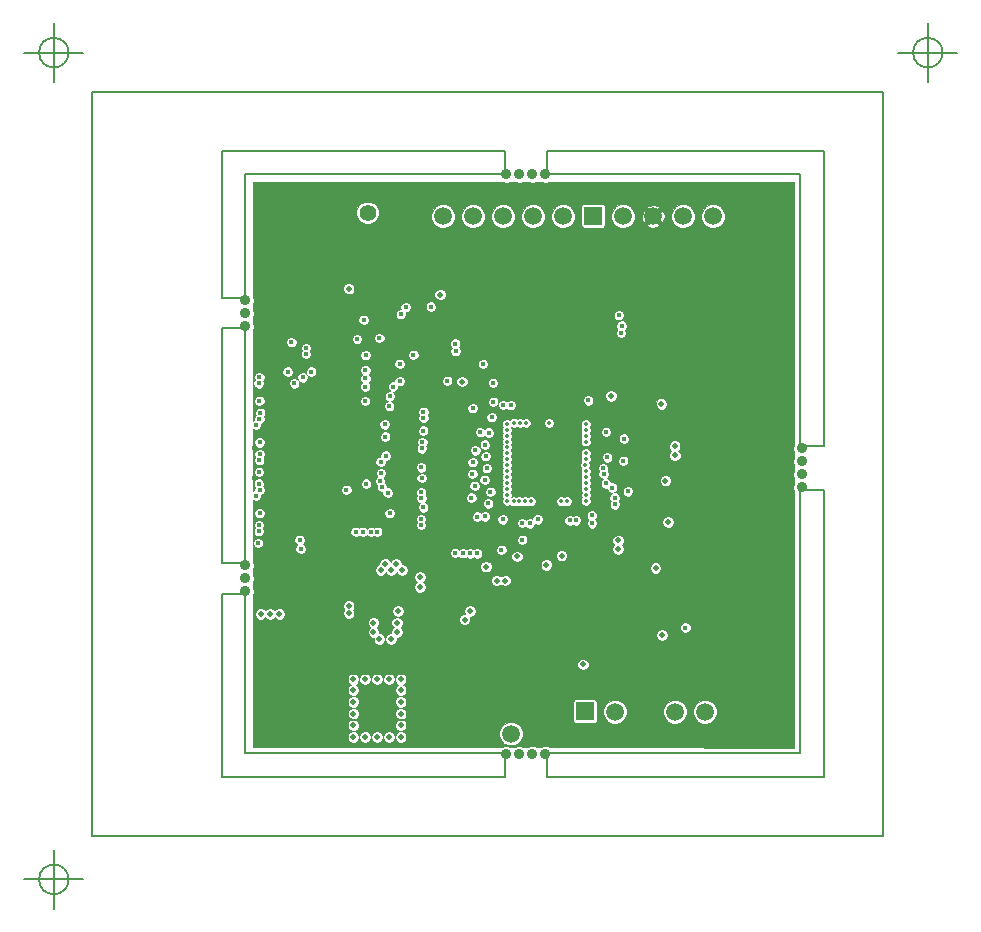
<source format=gbr>
G04 (created by PCBNEW-RS274X (2012-08-04 BZR 3667)-testing) date 10/19/2012 6:39:08 PM*
%MOIN*%
G04 Gerber Fmt 3.4, Leading zero omitted, Abs format*
%FSLAX34Y34*%
G01*
G70*
G90*
G04 APERTURE LIST*
%ADD10C,0.0017*%
%ADD11C,0.0059*%
%ADD12C,0.0077*%
%ADD13C,0.0432*%
%ADD14C,0.0195*%
%ADD15C,0.0157*%
%ADD16C,0.0354*%
%ADD17C,0.2165*%
%ADD18C,0.051*%
%ADD19C,0.055*%
%ADD20C,0.0597*%
%ADD21R,0.0597X0.0597*%
%ADD22C,0.0196*%
%ADD23C,0.0138*%
%ADD24C,0.0039*%
G04 APERTURE END LIST*
G54D10*
G54D11*
X41831Y-53937D02*
G75*
G03X41831Y-53937I-492J0D01*
G74*
G01*
X40355Y-53937D02*
X42323Y-53937D01*
X41339Y-52953D02*
X41339Y-54921D01*
X70964Y-26378D02*
G75*
G03X70964Y-26378I-492J0D01*
G74*
G01*
X69488Y-26378D02*
X71456Y-26378D01*
X70472Y-25394D02*
X70472Y-27362D01*
X41831Y-26378D02*
G75*
G03X41831Y-26378I-492J0D01*
G74*
G01*
X40355Y-26378D02*
X42323Y-26378D01*
X41339Y-25394D02*
X41339Y-27362D01*
G54D12*
X42606Y-52483D02*
X42606Y-27680D01*
X68983Y-52483D02*
X42606Y-52483D01*
X68983Y-27680D02*
X68983Y-52483D01*
X42606Y-27680D02*
X68983Y-27680D01*
X66228Y-30437D02*
X66228Y-39492D01*
X57764Y-30437D02*
X66228Y-30437D01*
X57764Y-29650D02*
X57764Y-30437D01*
X67016Y-29650D02*
X57764Y-29650D01*
X67016Y-39492D02*
X67016Y-29650D01*
X66228Y-39492D02*
X67016Y-39492D01*
X57764Y-50515D02*
X57764Y-49728D01*
X67016Y-50515D02*
X57764Y-50515D01*
X67016Y-40948D02*
X67016Y-50515D01*
X66228Y-40948D02*
X67016Y-40948D01*
X66228Y-49728D02*
X66228Y-40948D01*
X57764Y-49728D02*
X66228Y-49728D01*
X46936Y-50515D02*
X46936Y-44413D01*
X56386Y-50515D02*
X46936Y-50515D01*
X56386Y-49728D02*
X56386Y-50515D01*
X47724Y-49728D02*
X56386Y-49728D01*
X47724Y-44413D02*
X47724Y-49728D01*
X46936Y-44413D02*
X47724Y-44413D01*
X46936Y-43390D02*
X46936Y-35555D01*
X47724Y-43390D02*
X46936Y-43390D01*
X47724Y-35555D02*
X47724Y-43390D01*
X46936Y-35555D02*
X47724Y-35555D01*
X47724Y-30437D02*
X47724Y-34570D01*
X46936Y-34570D02*
X47724Y-34570D01*
X46936Y-29648D02*
X46936Y-34570D01*
X46936Y-29648D02*
X56384Y-29648D01*
X56384Y-29648D02*
X56384Y-30437D01*
X47724Y-30437D02*
X56384Y-30437D01*
G54D13*
X49554Y-45454D03*
X49554Y-35062D03*
G54D14*
X56102Y-43975D03*
G54D15*
X61013Y-44997D03*
X61363Y-45005D03*
X61158Y-45292D03*
X61386Y-35540D03*
X61024Y-35536D03*
X61024Y-35198D03*
X61394Y-35193D03*
X56791Y-43535D03*
X63583Y-34409D03*
G54D16*
X47725Y-34630D03*
X47725Y-35063D03*
X47725Y-35496D03*
X47725Y-44335D03*
X47725Y-43902D03*
X47725Y-43469D03*
X66268Y-39571D03*
X66268Y-40004D03*
X66268Y-40437D03*
X66268Y-40870D03*
G54D15*
X58299Y-40354D03*
X58299Y-39921D03*
X58082Y-40138D03*
X58515Y-40138D03*
X61129Y-38252D03*
X61011Y-37386D03*
X63553Y-36201D03*
X63571Y-36520D03*
X63571Y-36993D03*
X52273Y-32898D03*
X52272Y-33331D03*
X51445Y-33331D03*
X51446Y-32898D03*
X59398Y-33803D03*
X59005Y-33804D03*
X61367Y-33804D03*
X61760Y-33803D03*
X64005Y-31204D03*
X65736Y-31283D03*
X53610Y-30890D03*
X53059Y-30890D03*
X59791Y-30889D03*
X59201Y-30889D03*
X58571Y-30889D03*
X57901Y-30889D03*
X57311Y-30890D03*
X54240Y-30890D03*
X54831Y-30890D03*
X55461Y-30890D03*
X56130Y-30890D03*
X56721Y-30890D03*
X62783Y-30889D03*
X62193Y-30889D03*
X61563Y-30889D03*
X60893Y-30889D03*
X60382Y-30890D03*
X63335Y-30890D03*
X63846Y-30889D03*
X64516Y-30889D03*
X65146Y-30889D03*
X65736Y-30889D03*
X63127Y-32925D03*
X63138Y-33292D03*
X63600Y-33280D03*
X62655Y-33280D03*
X63453Y-32544D03*
X61484Y-32544D03*
X62065Y-32532D03*
X60894Y-32544D03*
X62744Y-32544D03*
X60658Y-33292D03*
X61120Y-33280D03*
X62065Y-33280D03*
X61603Y-33292D03*
X59752Y-33292D03*
X60214Y-33280D03*
X55953Y-33291D03*
X55312Y-33271D03*
X60343Y-32544D03*
X59269Y-33280D03*
X56465Y-33291D03*
X56965Y-33280D03*
X54289Y-33271D03*
X54762Y-33271D03*
X58807Y-33292D03*
X57410Y-33291D03*
X50618Y-30929D03*
X50895Y-32898D03*
X50894Y-33331D03*
X49281Y-33527D03*
X50028Y-30929D03*
X49950Y-33567D03*
X49398Y-30929D03*
X48728Y-30929D03*
X48256Y-35103D03*
X48650Y-35102D03*
X48650Y-34552D03*
X48256Y-34552D03*
X48256Y-33410D03*
X48650Y-33410D03*
X48650Y-33961D03*
X48256Y-33961D03*
X48255Y-32898D03*
X48255Y-32504D03*
X48255Y-32032D03*
X48255Y-31520D03*
X48256Y-30929D03*
X52627Y-36166D03*
X51995Y-39173D03*
X51680Y-39173D03*
X51365Y-39173D03*
X51010Y-39212D03*
X51004Y-38953D03*
X51012Y-39551D03*
X51012Y-40181D03*
X55718Y-42968D03*
X55450Y-43472D03*
X54248Y-41252D03*
X53937Y-41520D03*
X53925Y-41248D03*
X52413Y-41387D03*
X51196Y-41394D03*
X63602Y-33632D03*
X63612Y-33967D03*
X64016Y-36220D03*
X64043Y-36559D03*
X64035Y-34409D03*
X64043Y-34039D03*
X65462Y-33764D03*
X65776Y-33764D03*
X65146Y-33764D03*
X64832Y-33764D03*
X64202Y-33764D03*
X64516Y-33764D03*
X64516Y-36835D03*
X64202Y-36835D03*
X64832Y-36835D03*
X65146Y-36835D03*
X65776Y-36835D03*
X65462Y-36835D03*
X65697Y-42268D03*
X65696Y-41677D03*
X65696Y-41087D03*
X65696Y-40535D03*
X65697Y-37977D03*
X65697Y-38646D03*
X65697Y-39906D03*
X63570Y-40024D03*
X63570Y-39591D03*
X63571Y-39079D03*
X63571Y-38528D03*
X63571Y-37977D03*
X63570Y-42937D03*
X63570Y-40535D03*
X63570Y-41087D03*
X63570Y-41677D03*
X63571Y-42268D03*
X63137Y-42584D03*
X63138Y-42230D03*
X63138Y-39867D03*
X63137Y-40221D03*
X63136Y-37859D03*
X63137Y-37505D03*
X62626Y-36717D03*
X62626Y-36205D03*
X62626Y-35772D03*
X62626Y-37229D03*
X62626Y-37858D03*
X63571Y-37504D03*
X62114Y-38488D03*
X62665Y-38488D03*
X62114Y-37858D03*
X62114Y-37229D03*
X61169Y-44473D03*
X61721Y-43882D03*
X61681Y-44355D03*
X62274Y-40728D03*
X62271Y-41166D03*
X62271Y-41756D03*
X62271Y-42307D03*
X62271Y-44315D03*
X62272Y-43646D03*
X62271Y-42937D03*
X62704Y-42307D03*
X62704Y-41756D03*
X62704Y-41166D03*
X62697Y-40728D03*
X62704Y-42937D03*
X62705Y-43646D03*
X62704Y-44315D03*
X58732Y-40354D03*
X57866Y-40354D03*
X57433Y-40354D03*
X57000Y-40354D03*
X56783Y-40571D03*
X57216Y-40571D03*
X57653Y-40571D03*
X58082Y-40571D03*
X58515Y-40571D03*
X58515Y-41004D03*
X58082Y-41004D03*
X57653Y-41004D03*
X57216Y-41004D03*
X56783Y-41004D03*
X57000Y-40787D03*
X57433Y-40787D03*
X58299Y-40787D03*
X57866Y-40787D03*
X58732Y-40787D03*
X58732Y-39921D03*
X57866Y-39921D03*
X57433Y-39921D03*
X57000Y-39921D03*
X56783Y-40138D03*
X57216Y-40138D03*
X57653Y-40138D03*
X58515Y-39705D03*
X58082Y-39705D03*
X57653Y-39705D03*
X57216Y-39705D03*
X56783Y-39705D03*
X57000Y-39488D03*
X57433Y-39488D03*
X58299Y-39488D03*
X57866Y-39488D03*
X58732Y-39488D03*
X58732Y-39055D03*
X57866Y-39055D03*
X58299Y-39055D03*
X57433Y-39055D03*
X57000Y-39055D03*
X56783Y-39272D03*
X57216Y-39272D03*
X57653Y-39272D03*
X58082Y-39272D03*
X58515Y-39272D03*
X64055Y-43533D03*
X64045Y-43858D03*
X64555Y-43282D03*
X64241Y-43282D03*
X64871Y-43282D03*
X65185Y-43282D03*
X65815Y-43282D03*
X65501Y-43282D03*
X65510Y-46353D03*
X65824Y-46353D03*
X65194Y-46353D03*
X64880Y-46353D03*
X64065Y-46083D03*
X64035Y-45758D03*
X63514Y-46358D03*
X64250Y-46353D03*
X64564Y-46353D03*
X63553Y-43435D03*
X63553Y-43907D03*
X63494Y-45856D03*
X60472Y-44461D03*
X57598Y-45152D03*
X57598Y-44837D03*
X56249Y-44866D03*
X55658Y-44866D03*
X54516Y-38173D03*
X54516Y-37858D03*
X54005Y-37858D03*
X55028Y-44236D03*
X54162Y-43488D03*
X54756Y-43909D03*
X65736Y-47032D03*
X64319Y-49355D03*
X65736Y-49355D03*
X65106Y-49355D03*
X60622Y-47855D03*
X62889Y-49028D03*
X62889Y-49343D03*
X63480Y-49343D03*
X63480Y-49028D03*
X60566Y-49028D03*
X60566Y-49343D03*
X61118Y-49343D03*
X61118Y-49028D03*
X62260Y-49028D03*
X62260Y-49343D03*
X61709Y-49343D03*
X61709Y-49028D03*
X59465Y-49028D03*
X59465Y-49343D03*
X60016Y-49343D03*
X60016Y-49028D03*
X58914Y-49028D03*
X58914Y-49343D03*
X58323Y-49343D03*
X58323Y-49028D03*
X58335Y-48567D03*
X63138Y-46953D03*
X62587Y-46953D03*
X61012Y-46941D03*
X62004Y-46957D03*
X58465Y-46850D03*
X58099Y-46835D03*
X57547Y-46835D03*
X56996Y-46835D03*
X56484Y-46835D03*
X56012Y-46835D03*
X53932Y-47357D03*
X59417Y-46406D03*
X61760Y-46284D03*
X61406Y-46284D03*
X56642Y-46284D03*
X56996Y-46284D03*
X52378Y-46382D03*
X52031Y-46382D03*
X50539Y-46873D03*
X49870Y-46676D03*
X49240Y-46755D03*
X48295Y-45968D03*
X48689Y-45968D03*
X48689Y-45496D03*
X48295Y-45496D03*
X48295Y-46441D03*
X48689Y-46441D03*
X48689Y-46913D03*
X48295Y-46913D03*
X48295Y-47386D03*
X48295Y-47937D03*
X48295Y-48449D03*
X48295Y-48921D03*
X48295Y-49315D03*
X48965Y-49315D03*
X49673Y-49315D03*
X50382Y-49315D03*
G54D14*
X48861Y-45087D03*
X48546Y-45087D03*
X48231Y-45087D03*
X52389Y-43424D03*
X52744Y-43424D03*
X52941Y-43620D03*
X52586Y-43621D03*
X52782Y-45375D03*
X52782Y-45690D03*
X52584Y-45927D03*
X52190Y-45927D03*
X51994Y-45690D03*
X51994Y-45375D03*
G54D17*
X49752Y-32228D03*
X64791Y-32228D03*
X64791Y-47975D03*
X49752Y-47975D03*
G54D14*
X56378Y-43975D03*
X52232Y-43621D03*
X52112Y-49195D03*
X51720Y-49197D03*
X52507Y-49197D03*
X51325Y-49197D03*
X52902Y-49197D03*
X51325Y-48802D03*
X51325Y-48410D03*
X51325Y-48015D03*
X51325Y-47622D03*
X51325Y-47267D03*
X51720Y-47267D03*
X52114Y-47267D03*
X52507Y-47267D03*
X52900Y-47267D03*
X52900Y-47622D03*
X52900Y-48015D03*
X52900Y-48410D03*
X52900Y-48802D03*
G54D16*
X56426Y-49768D03*
X56859Y-49768D03*
X57292Y-49768D03*
X57726Y-49768D03*
X56425Y-30437D03*
X56858Y-30437D03*
X57291Y-30437D03*
X57725Y-30437D03*
G54D14*
X54516Y-48607D03*
X54831Y-48607D03*
X55146Y-48607D03*
X55461Y-48607D03*
X59419Y-47520D03*
X60512Y-47510D03*
X62312Y-47426D03*
X63336Y-47426D03*
G54D18*
X51299Y-32217D03*
X52299Y-32217D03*
X52299Y-31217D03*
X51299Y-31217D03*
G54D19*
X51799Y-31717D03*
G54D20*
X58307Y-31834D03*
X57307Y-31834D03*
X56307Y-31834D03*
X55307Y-31834D03*
G54D21*
X53307Y-31814D03*
G54D20*
X54307Y-31834D03*
G54D21*
X57576Y-49079D03*
G54D20*
X56576Y-49079D03*
X63314Y-31834D03*
X62314Y-31834D03*
X61314Y-31834D03*
G54D21*
X59314Y-31814D03*
G54D20*
X60314Y-31834D03*
X63043Y-48350D03*
X62043Y-48350D03*
X61043Y-48350D03*
G54D21*
X59043Y-48330D03*
G54D20*
X60043Y-48350D03*
G54D14*
X56783Y-43173D03*
X61728Y-40646D03*
X61398Y-43563D03*
X61821Y-42018D03*
X61594Y-38083D03*
X55748Y-43512D03*
X55032Y-45276D03*
X58976Y-46772D03*
G54D15*
X60177Y-35130D03*
G54D14*
X54949Y-37343D03*
G54D15*
X52646Y-37508D03*
G54D14*
X54221Y-34441D03*
X51169Y-34244D03*
X57756Y-43449D03*
G54D15*
X56949Y-42618D03*
G54D14*
X58264Y-43146D03*
X61614Y-45787D03*
X60142Y-42921D03*
G54D15*
X55299Y-38228D03*
G54D14*
X62039Y-39803D03*
X59910Y-37815D03*
X62036Y-39500D03*
G54D15*
X49256Y-36028D03*
X53323Y-36453D03*
G54D14*
X50921Y-43799D03*
X51012Y-36701D03*
G54D15*
X48154Y-36225D03*
X48154Y-35831D03*
G54D14*
X48158Y-36717D03*
X48150Y-39079D03*
X48189Y-41437D03*
G54D15*
X48032Y-37599D03*
X48047Y-38189D03*
X48024Y-39571D03*
X48028Y-40551D03*
X48032Y-41933D03*
X48032Y-42918D03*
X48197Y-43508D03*
G54D14*
X48138Y-43807D03*
G54D15*
X48102Y-44492D03*
X50921Y-44492D03*
G54D14*
X58002Y-47500D03*
G54D15*
X59961Y-44311D03*
X58626Y-44390D03*
X58413Y-43508D03*
X60205Y-43484D03*
X61614Y-45291D03*
X60531Y-45295D03*
X59882Y-37386D03*
X58256Y-36228D03*
X57106Y-36587D03*
G54D14*
X58616Y-45230D03*
G54D15*
X61102Y-40835D03*
G54D14*
X57668Y-44518D03*
G54D15*
X52012Y-34799D03*
X61264Y-40071D03*
X54457Y-43477D03*
G54D14*
X53465Y-45815D03*
G54D15*
X54579Y-44225D03*
G54D14*
X54268Y-46508D03*
G54D15*
X60441Y-34681D03*
G54D14*
X57984Y-48284D03*
G54D15*
X61957Y-34823D03*
X60906Y-36260D03*
X61957Y-35933D03*
X62154Y-36559D03*
X61228Y-42177D03*
X60882Y-38087D03*
X60780Y-39406D03*
X59350Y-37213D03*
G54D22*
X56091Y-35378D03*
X55579Y-35130D03*
G54D15*
X59508Y-36051D03*
X59650Y-35925D03*
X57094Y-35291D03*
X58354Y-35528D03*
X58370Y-36783D03*
X48165Y-37402D03*
X60266Y-35482D03*
X48193Y-37205D03*
X60246Y-35719D03*
X49132Y-37012D03*
X49565Y-42918D03*
X62392Y-45541D03*
G54D14*
X55217Y-44988D03*
G54D15*
X60030Y-41211D03*
G54D23*
X59065Y-39931D03*
G54D15*
X56957Y-42059D03*
G54D23*
X56663Y-41339D03*
G54D15*
X60319Y-39984D03*
G54D23*
X56870Y-38720D03*
G54D15*
X55981Y-37386D03*
G54D23*
X59065Y-38750D03*
G54D14*
X52811Y-44992D03*
X53539Y-43862D03*
X53539Y-44197D03*
G54D23*
X59075Y-41112D03*
G54D15*
X60039Y-41437D03*
X55638Y-36756D03*
G54D23*
X57067Y-38720D03*
G54D15*
X59272Y-41807D03*
X59748Y-39020D03*
G54D23*
X58238Y-41339D03*
X59065Y-39144D03*
X59065Y-38947D03*
X59055Y-40128D03*
X57854Y-38720D03*
G54D15*
X59150Y-37972D03*
G54D23*
X57057Y-41339D03*
G54D15*
X55933Y-38528D03*
G54D23*
X56437Y-39734D03*
X56437Y-40325D03*
G54D15*
X56260Y-42953D03*
G54D23*
X56860Y-41339D03*
G54D14*
X60154Y-42638D03*
G54D23*
X59065Y-41309D03*
G54D15*
X55394Y-39638D03*
X53650Y-41536D03*
G54D23*
X56437Y-41112D03*
G54D15*
X53583Y-40201D03*
G54D23*
X56437Y-39931D03*
G54D15*
X55831Y-39047D03*
G54D23*
X56437Y-40915D03*
G54D15*
X53579Y-41925D03*
X53602Y-40559D03*
G54D23*
X56437Y-40128D03*
G54D15*
X55303Y-40032D03*
X53662Y-38355D03*
G54D23*
X56437Y-38750D03*
G54D15*
X55709Y-39445D03*
X52193Y-35890D03*
X59740Y-40740D03*
X54453Y-37319D03*
X51721Y-37508D03*
X54721Y-36075D03*
X59787Y-39870D03*
X55555Y-39028D03*
G54D23*
X56437Y-38947D03*
G54D15*
X53662Y-38555D03*
X53610Y-39571D03*
G54D23*
X56437Y-39537D03*
G54D15*
X53626Y-39370D03*
G54D23*
X56437Y-39341D03*
G54D15*
X53579Y-42122D03*
G54D23*
X56437Y-40719D03*
G54D15*
X55772Y-40232D03*
X55890Y-41016D03*
X55260Y-41209D03*
X55815Y-41406D03*
X55445Y-41846D03*
X56303Y-41937D03*
X53650Y-38981D03*
G54D23*
X56437Y-39144D03*
G54D15*
X53587Y-41040D03*
G54D23*
X56437Y-40522D03*
G54D15*
X55288Y-40421D03*
X55701Y-40618D03*
X55366Y-40819D03*
X55705Y-41839D03*
G54D23*
X59065Y-40325D03*
G54D15*
X51732Y-36461D03*
X53591Y-41236D03*
G54D23*
X56447Y-41309D03*
G54D15*
X59951Y-40876D03*
X51728Y-36957D03*
G54D23*
X59065Y-40522D03*
G54D15*
X52870Y-37327D03*
X51728Y-37240D03*
X52870Y-36752D03*
X59669Y-40425D03*
X55736Y-39831D03*
X53906Y-34843D03*
X48193Y-37984D03*
X52906Y-35095D03*
X52543Y-37827D03*
X57205Y-42071D03*
X60473Y-41000D03*
G54D23*
X59065Y-40915D03*
X59065Y-39341D03*
G54D15*
X60339Y-39244D03*
X57465Y-41937D03*
G54D23*
X57254Y-41339D03*
G54D15*
X59646Y-40225D03*
X54736Y-36331D03*
X49354Y-37402D03*
X53071Y-34862D03*
X52276Y-40847D03*
X52248Y-40394D03*
X48185Y-39965D03*
X48221Y-38386D03*
X52516Y-38162D03*
X48201Y-39768D03*
X52232Y-40016D03*
X48197Y-39370D03*
X52402Y-39815D03*
X48079Y-38783D03*
X52386Y-39181D03*
X48193Y-38591D03*
X52366Y-38772D03*
G54D23*
X59065Y-39734D03*
G54D15*
X51445Y-35929D03*
X52213Y-40654D03*
X48181Y-40355D03*
X55984Y-38016D03*
X56319Y-38122D03*
X56575Y-38130D03*
G54D23*
X56673Y-38711D03*
G54D15*
X49744Y-36425D03*
X49634Y-37205D03*
X49917Y-37012D03*
X49748Y-36225D03*
X51717Y-37992D03*
X52535Y-41732D03*
X48173Y-42331D03*
X52118Y-42354D03*
X54984Y-43063D03*
X48173Y-40748D03*
X55453Y-43067D03*
X51752Y-40748D03*
X48181Y-42130D03*
X51917Y-42355D03*
X48197Y-41732D03*
X51398Y-42355D03*
X48075Y-41142D03*
X51638Y-42355D03*
X48201Y-40949D03*
X54721Y-43055D03*
X51091Y-40949D03*
X55225Y-43067D03*
G54D23*
X59065Y-40719D03*
G54D15*
X51669Y-35288D03*
G54D23*
X58435Y-41339D03*
G54D15*
X58536Y-41973D03*
X59281Y-42067D03*
X58740Y-41969D03*
X52465Y-41043D03*
X49535Y-42618D03*
X48154Y-42725D03*
G54D14*
X51169Y-44827D03*
X51169Y-45063D03*
G54D10*
G36*
X66005Y-49548D02*
X63708Y-49542D01*
X63708Y-31913D01*
X63708Y-31756D01*
X63648Y-31611D01*
X63537Y-31500D01*
X63393Y-31440D01*
X63236Y-31440D01*
X63091Y-31500D01*
X62980Y-31611D01*
X62920Y-31755D01*
X62920Y-31912D01*
X62980Y-32057D01*
X63091Y-32168D01*
X63235Y-32228D01*
X63392Y-32228D01*
X63537Y-32168D01*
X63648Y-32057D01*
X63708Y-31913D01*
X63708Y-49542D01*
X63437Y-49542D01*
X63437Y-48429D01*
X63437Y-48272D01*
X63377Y-48127D01*
X63266Y-48016D01*
X63122Y-47956D01*
X62965Y-47956D01*
X62820Y-48016D01*
X62709Y-48127D01*
X62708Y-48129D01*
X62708Y-31913D01*
X62708Y-31756D01*
X62648Y-31611D01*
X62537Y-31500D01*
X62393Y-31440D01*
X62236Y-31440D01*
X62091Y-31500D01*
X61980Y-31611D01*
X61920Y-31755D01*
X61920Y-31912D01*
X61980Y-32057D01*
X62091Y-32168D01*
X62235Y-32228D01*
X62392Y-32228D01*
X62537Y-32168D01*
X62648Y-32057D01*
X62708Y-31913D01*
X62708Y-48129D01*
X62649Y-48271D01*
X62649Y-48428D01*
X62709Y-48573D01*
X62820Y-48684D01*
X62964Y-48744D01*
X63121Y-48744D01*
X63266Y-48684D01*
X63377Y-48573D01*
X63437Y-48429D01*
X63437Y-49542D01*
X62567Y-49540D01*
X62567Y-45576D01*
X62567Y-45506D01*
X62540Y-45442D01*
X62491Y-45393D01*
X62427Y-45366D01*
X62357Y-45366D01*
X62293Y-45393D01*
X62244Y-45442D01*
X62232Y-45470D01*
X62232Y-39842D01*
X62232Y-39765D01*
X62203Y-39694D01*
X62159Y-39650D01*
X62199Y-39610D01*
X62229Y-39539D01*
X62229Y-39462D01*
X62200Y-39391D01*
X62146Y-39337D01*
X62075Y-39307D01*
X61998Y-39307D01*
X61927Y-39336D01*
X61873Y-39390D01*
X61843Y-39461D01*
X61843Y-39538D01*
X61872Y-39609D01*
X61916Y-39653D01*
X61876Y-39693D01*
X61846Y-39764D01*
X61846Y-39841D01*
X61875Y-39912D01*
X61929Y-39966D01*
X62000Y-39996D01*
X62077Y-39996D01*
X62148Y-39967D01*
X62202Y-39913D01*
X62232Y-39842D01*
X62232Y-45470D01*
X62217Y-45506D01*
X62217Y-45576D01*
X62244Y-45640D01*
X62293Y-45689D01*
X62357Y-45716D01*
X62427Y-45716D01*
X62491Y-45689D01*
X62540Y-45640D01*
X62567Y-45576D01*
X62567Y-49540D01*
X62437Y-49540D01*
X62437Y-48429D01*
X62437Y-48272D01*
X62377Y-48127D01*
X62266Y-48016D01*
X62122Y-47956D01*
X62014Y-47956D01*
X62014Y-42057D01*
X62014Y-41980D01*
X61985Y-41909D01*
X61931Y-41855D01*
X61921Y-41850D01*
X61921Y-40685D01*
X61921Y-40608D01*
X61892Y-40537D01*
X61838Y-40483D01*
X61787Y-40461D01*
X61787Y-38122D01*
X61787Y-38045D01*
X61758Y-37974D01*
X61704Y-37920D01*
X61697Y-37917D01*
X61697Y-31849D01*
X61673Y-31701D01*
X61662Y-31674D01*
X61619Y-31635D01*
X61513Y-31741D01*
X61513Y-31529D01*
X61474Y-31486D01*
X61329Y-31451D01*
X61181Y-31475D01*
X61154Y-31486D01*
X61115Y-31529D01*
X61314Y-31728D01*
X61513Y-31529D01*
X61513Y-31741D01*
X61420Y-31834D01*
X61619Y-32033D01*
X61662Y-31994D01*
X61697Y-31849D01*
X61697Y-37917D01*
X61633Y-37890D01*
X61556Y-37890D01*
X61513Y-37907D01*
X61513Y-32139D01*
X61314Y-31940D01*
X61208Y-32046D01*
X61208Y-31834D01*
X61009Y-31635D01*
X60966Y-31674D01*
X60931Y-31819D01*
X60955Y-31967D01*
X60966Y-31994D01*
X61009Y-32033D01*
X61208Y-31834D01*
X61208Y-32046D01*
X61115Y-32139D01*
X61154Y-32182D01*
X61299Y-32217D01*
X61447Y-32193D01*
X61474Y-32182D01*
X61513Y-32139D01*
X61513Y-37907D01*
X61485Y-37919D01*
X61431Y-37973D01*
X61401Y-38044D01*
X61401Y-38121D01*
X61430Y-38192D01*
X61484Y-38246D01*
X61555Y-38276D01*
X61632Y-38276D01*
X61703Y-38247D01*
X61757Y-38193D01*
X61787Y-38122D01*
X61787Y-40461D01*
X61767Y-40453D01*
X61690Y-40453D01*
X61619Y-40482D01*
X61565Y-40536D01*
X61535Y-40607D01*
X61535Y-40684D01*
X61564Y-40755D01*
X61618Y-40809D01*
X61689Y-40839D01*
X61766Y-40839D01*
X61837Y-40810D01*
X61891Y-40756D01*
X61921Y-40685D01*
X61921Y-41850D01*
X61860Y-41825D01*
X61783Y-41825D01*
X61712Y-41854D01*
X61658Y-41908D01*
X61628Y-41979D01*
X61628Y-42056D01*
X61657Y-42127D01*
X61711Y-42181D01*
X61782Y-42211D01*
X61859Y-42211D01*
X61930Y-42182D01*
X61984Y-42128D01*
X62014Y-42057D01*
X62014Y-47956D01*
X61965Y-47956D01*
X61820Y-48016D01*
X61807Y-48029D01*
X61807Y-45826D01*
X61807Y-45749D01*
X61778Y-45678D01*
X61724Y-45624D01*
X61653Y-45594D01*
X61591Y-45594D01*
X61591Y-43602D01*
X61591Y-43525D01*
X61562Y-43454D01*
X61508Y-43400D01*
X61437Y-43370D01*
X61360Y-43370D01*
X61289Y-43399D01*
X61235Y-43453D01*
X61205Y-43524D01*
X61205Y-43601D01*
X61234Y-43672D01*
X61288Y-43726D01*
X61359Y-43756D01*
X61436Y-43756D01*
X61507Y-43727D01*
X61561Y-43673D01*
X61591Y-43602D01*
X61591Y-45594D01*
X61576Y-45594D01*
X61505Y-45623D01*
X61451Y-45677D01*
X61421Y-45748D01*
X61421Y-45825D01*
X61450Y-45896D01*
X61504Y-45950D01*
X61575Y-45980D01*
X61652Y-45980D01*
X61723Y-45951D01*
X61777Y-45897D01*
X61807Y-45826D01*
X61807Y-48029D01*
X61709Y-48127D01*
X61649Y-48271D01*
X61649Y-48428D01*
X61709Y-48573D01*
X61820Y-48684D01*
X61964Y-48744D01*
X62121Y-48744D01*
X62266Y-48684D01*
X62377Y-48573D01*
X62437Y-48429D01*
X62437Y-49540D01*
X60708Y-49536D01*
X60708Y-31913D01*
X60708Y-31756D01*
X60648Y-31611D01*
X60537Y-31500D01*
X60393Y-31440D01*
X60236Y-31440D01*
X60091Y-31500D01*
X59980Y-31611D01*
X59920Y-31755D01*
X59920Y-31912D01*
X59980Y-32057D01*
X60091Y-32168D01*
X60235Y-32228D01*
X60392Y-32228D01*
X60537Y-32168D01*
X60648Y-32057D01*
X60708Y-31913D01*
X60708Y-49536D01*
X60648Y-49536D01*
X60648Y-41035D01*
X60648Y-40965D01*
X60621Y-40901D01*
X60572Y-40852D01*
X60514Y-40827D01*
X60514Y-39279D01*
X60514Y-39209D01*
X60487Y-39145D01*
X60441Y-39099D01*
X60441Y-35517D01*
X60441Y-35447D01*
X60414Y-35383D01*
X60365Y-35334D01*
X60352Y-35328D01*
X60352Y-35165D01*
X60352Y-35095D01*
X60325Y-35031D01*
X60276Y-34982D01*
X60212Y-34955D01*
X60142Y-34955D01*
X60078Y-34982D01*
X60029Y-35031D01*
X60002Y-35095D01*
X60002Y-35165D01*
X60029Y-35229D01*
X60078Y-35278D01*
X60142Y-35305D01*
X60212Y-35305D01*
X60276Y-35278D01*
X60325Y-35229D01*
X60352Y-35165D01*
X60352Y-35328D01*
X60301Y-35307D01*
X60231Y-35307D01*
X60167Y-35334D01*
X60118Y-35383D01*
X60091Y-35447D01*
X60091Y-35517D01*
X60118Y-35581D01*
X60127Y-35590D01*
X60098Y-35620D01*
X60071Y-35684D01*
X60071Y-35754D01*
X60098Y-35818D01*
X60147Y-35867D01*
X60211Y-35894D01*
X60281Y-35894D01*
X60345Y-35867D01*
X60394Y-35818D01*
X60421Y-35754D01*
X60421Y-35684D01*
X60394Y-35620D01*
X60384Y-35610D01*
X60414Y-35581D01*
X60441Y-35517D01*
X60441Y-39099D01*
X60438Y-39096D01*
X60374Y-39069D01*
X60304Y-39069D01*
X60240Y-39096D01*
X60191Y-39145D01*
X60164Y-39209D01*
X60164Y-39279D01*
X60191Y-39343D01*
X60240Y-39392D01*
X60304Y-39419D01*
X60374Y-39419D01*
X60438Y-39392D01*
X60487Y-39343D01*
X60514Y-39279D01*
X60514Y-40827D01*
X60508Y-40825D01*
X60494Y-40825D01*
X60494Y-40019D01*
X60494Y-39949D01*
X60467Y-39885D01*
X60418Y-39836D01*
X60354Y-39809D01*
X60284Y-39809D01*
X60220Y-39836D01*
X60171Y-39885D01*
X60144Y-39949D01*
X60144Y-40019D01*
X60171Y-40083D01*
X60220Y-40132D01*
X60284Y-40159D01*
X60354Y-40159D01*
X60418Y-40132D01*
X60467Y-40083D01*
X60494Y-40019D01*
X60494Y-40825D01*
X60438Y-40825D01*
X60374Y-40852D01*
X60325Y-40901D01*
X60298Y-40965D01*
X60298Y-41035D01*
X60325Y-41099D01*
X60374Y-41148D01*
X60438Y-41175D01*
X60508Y-41175D01*
X60572Y-41148D01*
X60621Y-41099D01*
X60648Y-41035D01*
X60648Y-49536D01*
X60437Y-49535D01*
X60437Y-48429D01*
X60437Y-48272D01*
X60377Y-48127D01*
X60347Y-48097D01*
X60347Y-42677D01*
X60347Y-42600D01*
X60318Y-42529D01*
X60264Y-42475D01*
X60214Y-42453D01*
X60214Y-41472D01*
X60214Y-41402D01*
X60187Y-41338D01*
X60168Y-41319D01*
X60178Y-41310D01*
X60205Y-41246D01*
X60205Y-41176D01*
X60178Y-41112D01*
X60129Y-41063D01*
X60065Y-41036D01*
X60021Y-41036D01*
X60050Y-41024D01*
X60099Y-40975D01*
X60126Y-40911D01*
X60126Y-40841D01*
X60103Y-40786D01*
X60103Y-37854D01*
X60103Y-37777D01*
X60074Y-37706D01*
X60020Y-37652D01*
X59949Y-37622D01*
X59872Y-37622D01*
X59801Y-37651D01*
X59747Y-37705D01*
X59717Y-37776D01*
X59717Y-37853D01*
X59746Y-37924D01*
X59800Y-37978D01*
X59871Y-38008D01*
X59948Y-38008D01*
X60019Y-37979D01*
X60073Y-37925D01*
X60103Y-37854D01*
X60103Y-40786D01*
X60099Y-40777D01*
X60050Y-40728D01*
X59986Y-40701D01*
X59962Y-40701D01*
X59962Y-39905D01*
X59962Y-39835D01*
X59935Y-39771D01*
X59923Y-39759D01*
X59923Y-39055D01*
X59923Y-38985D01*
X59896Y-38921D01*
X59847Y-38872D01*
X59783Y-38845D01*
X59713Y-38845D01*
X59708Y-38847D01*
X59708Y-32131D01*
X59708Y-32093D01*
X59708Y-31497D01*
X59693Y-31462D01*
X59666Y-31435D01*
X59631Y-31420D01*
X59593Y-31420D01*
X58997Y-31420D01*
X58962Y-31435D01*
X58935Y-31462D01*
X58920Y-31497D01*
X58920Y-31535D01*
X58920Y-32131D01*
X58935Y-32166D01*
X58962Y-32193D01*
X58997Y-32208D01*
X59035Y-32208D01*
X59631Y-32208D01*
X59666Y-32193D01*
X59693Y-32166D01*
X59708Y-32131D01*
X59708Y-38847D01*
X59649Y-38872D01*
X59600Y-38921D01*
X59573Y-38985D01*
X59573Y-39055D01*
X59600Y-39119D01*
X59649Y-39168D01*
X59713Y-39195D01*
X59783Y-39195D01*
X59847Y-39168D01*
X59896Y-39119D01*
X59923Y-39055D01*
X59923Y-39759D01*
X59886Y-39722D01*
X59822Y-39695D01*
X59752Y-39695D01*
X59688Y-39722D01*
X59639Y-39771D01*
X59612Y-39835D01*
X59612Y-39905D01*
X59639Y-39969D01*
X59688Y-40018D01*
X59752Y-40045D01*
X59822Y-40045D01*
X59886Y-40018D01*
X59935Y-39969D01*
X59962Y-39905D01*
X59962Y-40701D01*
X59916Y-40701D01*
X59913Y-40701D01*
X59888Y-40641D01*
X59839Y-40592D01*
X59775Y-40565D01*
X59817Y-40524D01*
X59844Y-40460D01*
X59844Y-40390D01*
X59817Y-40326D01*
X59800Y-40309D01*
X59821Y-40260D01*
X59821Y-40190D01*
X59794Y-40126D01*
X59745Y-40077D01*
X59681Y-40050D01*
X59611Y-40050D01*
X59547Y-40077D01*
X59498Y-40126D01*
X59471Y-40190D01*
X59471Y-40260D01*
X59498Y-40324D01*
X59514Y-40340D01*
X59494Y-40390D01*
X59494Y-40460D01*
X59521Y-40524D01*
X59570Y-40573D01*
X59633Y-40599D01*
X59592Y-40641D01*
X59565Y-40705D01*
X59565Y-40775D01*
X59592Y-40839D01*
X59641Y-40888D01*
X59705Y-40915D01*
X59775Y-40915D01*
X59777Y-40914D01*
X59803Y-40975D01*
X59852Y-41024D01*
X59916Y-41051D01*
X59959Y-41051D01*
X59931Y-41063D01*
X59882Y-41112D01*
X59855Y-41176D01*
X59855Y-41246D01*
X59882Y-41310D01*
X59900Y-41328D01*
X59891Y-41338D01*
X59864Y-41402D01*
X59864Y-41472D01*
X59891Y-41536D01*
X59940Y-41585D01*
X60004Y-41612D01*
X60074Y-41612D01*
X60138Y-41585D01*
X60187Y-41536D01*
X60214Y-41472D01*
X60214Y-42453D01*
X60193Y-42445D01*
X60116Y-42445D01*
X60045Y-42474D01*
X59991Y-42528D01*
X59961Y-42599D01*
X59961Y-42676D01*
X59990Y-42747D01*
X60016Y-42773D01*
X59979Y-42811D01*
X59949Y-42882D01*
X59949Y-42959D01*
X59978Y-43030D01*
X60032Y-43084D01*
X60103Y-43114D01*
X60180Y-43114D01*
X60251Y-43085D01*
X60305Y-43031D01*
X60335Y-42960D01*
X60335Y-42883D01*
X60306Y-42812D01*
X60279Y-42785D01*
X60317Y-42748D01*
X60347Y-42677D01*
X60347Y-48097D01*
X60266Y-48016D01*
X60122Y-47956D01*
X59965Y-47956D01*
X59820Y-48016D01*
X59709Y-48127D01*
X59649Y-48271D01*
X59649Y-48428D01*
X59709Y-48573D01*
X59820Y-48684D01*
X59964Y-48744D01*
X60121Y-48744D01*
X60266Y-48684D01*
X60377Y-48573D01*
X60437Y-48429D01*
X60437Y-49535D01*
X59456Y-49533D01*
X59456Y-42102D01*
X59456Y-42032D01*
X59429Y-41968D01*
X59393Y-41932D01*
X59420Y-41906D01*
X59447Y-41842D01*
X59447Y-41772D01*
X59420Y-41708D01*
X59371Y-41659D01*
X59325Y-41639D01*
X59325Y-38007D01*
X59325Y-37937D01*
X59298Y-37873D01*
X59249Y-37824D01*
X59185Y-37797D01*
X59115Y-37797D01*
X59051Y-37824D01*
X59002Y-37873D01*
X58975Y-37937D01*
X58975Y-38007D01*
X59002Y-38071D01*
X59051Y-38120D01*
X59115Y-38147D01*
X59185Y-38147D01*
X59249Y-38120D01*
X59298Y-38071D01*
X59325Y-38007D01*
X59325Y-41639D01*
X59307Y-41632D01*
X59241Y-41632D01*
X59241Y-41145D01*
X59241Y-41079D01*
X59216Y-41018D01*
X59206Y-41008D01*
X59231Y-40948D01*
X59231Y-40882D01*
X59206Y-40821D01*
X59202Y-40817D01*
X59206Y-40813D01*
X59231Y-40752D01*
X59231Y-40686D01*
X59206Y-40625D01*
X59201Y-40620D01*
X59206Y-40616D01*
X59231Y-40555D01*
X59231Y-40489D01*
X59206Y-40428D01*
X59201Y-40423D01*
X59206Y-40419D01*
X59231Y-40358D01*
X59231Y-40292D01*
X59206Y-40231D01*
X59196Y-40221D01*
X59221Y-40161D01*
X59221Y-40095D01*
X59196Y-40034D01*
X59206Y-40025D01*
X59231Y-39964D01*
X59231Y-39898D01*
X59206Y-39837D01*
X59201Y-39832D01*
X59206Y-39828D01*
X59231Y-39767D01*
X59231Y-39701D01*
X59231Y-39374D01*
X59231Y-39308D01*
X59206Y-39247D01*
X59201Y-39242D01*
X59206Y-39238D01*
X59231Y-39177D01*
X59231Y-39111D01*
X59206Y-39050D01*
X59201Y-39045D01*
X59206Y-39041D01*
X59231Y-38980D01*
X59231Y-38914D01*
X59206Y-38853D01*
X59201Y-38848D01*
X59206Y-38844D01*
X59231Y-38783D01*
X59231Y-38717D01*
X59206Y-38656D01*
X59159Y-38609D01*
X59098Y-38584D01*
X59032Y-38584D01*
X58971Y-38609D01*
X58924Y-38656D01*
X58899Y-38717D01*
X58899Y-38783D01*
X58924Y-38844D01*
X58928Y-38848D01*
X58924Y-38853D01*
X58899Y-38914D01*
X58899Y-38980D01*
X58924Y-39041D01*
X58928Y-39045D01*
X58924Y-39050D01*
X58899Y-39111D01*
X58899Y-39177D01*
X58924Y-39238D01*
X58928Y-39242D01*
X58924Y-39247D01*
X58899Y-39308D01*
X58899Y-39374D01*
X58924Y-39435D01*
X58971Y-39482D01*
X59032Y-39507D01*
X59098Y-39507D01*
X59159Y-39482D01*
X59206Y-39435D01*
X59231Y-39374D01*
X59231Y-39701D01*
X59206Y-39640D01*
X59159Y-39593D01*
X59098Y-39568D01*
X59032Y-39568D01*
X58971Y-39593D01*
X58924Y-39640D01*
X58899Y-39701D01*
X58899Y-39767D01*
X58924Y-39828D01*
X58928Y-39832D01*
X58924Y-39837D01*
X58899Y-39898D01*
X58899Y-39964D01*
X58923Y-40024D01*
X58914Y-40034D01*
X58889Y-40095D01*
X58889Y-40161D01*
X58914Y-40222D01*
X58923Y-40231D01*
X58899Y-40292D01*
X58899Y-40358D01*
X58924Y-40419D01*
X58928Y-40423D01*
X58924Y-40428D01*
X58899Y-40489D01*
X58899Y-40555D01*
X58924Y-40616D01*
X58928Y-40620D01*
X58924Y-40625D01*
X58899Y-40686D01*
X58899Y-40752D01*
X58924Y-40813D01*
X58928Y-40817D01*
X58924Y-40821D01*
X58899Y-40882D01*
X58899Y-40948D01*
X58924Y-41009D01*
X58933Y-41018D01*
X58909Y-41079D01*
X58909Y-41145D01*
X58933Y-41205D01*
X58924Y-41215D01*
X58899Y-41276D01*
X58899Y-41342D01*
X58924Y-41403D01*
X58971Y-41450D01*
X59032Y-41475D01*
X59098Y-41475D01*
X59159Y-41450D01*
X59206Y-41403D01*
X59231Y-41342D01*
X59231Y-41276D01*
X59206Y-41215D01*
X59216Y-41206D01*
X59241Y-41145D01*
X59241Y-41632D01*
X59237Y-41632D01*
X59173Y-41659D01*
X59124Y-41708D01*
X59097Y-41772D01*
X59097Y-41842D01*
X59124Y-41906D01*
X59159Y-41941D01*
X59133Y-41968D01*
X59106Y-42032D01*
X59106Y-42102D01*
X59133Y-42166D01*
X59182Y-42215D01*
X59246Y-42242D01*
X59316Y-42242D01*
X59380Y-42215D01*
X59429Y-42166D01*
X59456Y-42102D01*
X59456Y-49533D01*
X59437Y-49533D01*
X59437Y-48647D01*
X59437Y-48609D01*
X59437Y-48013D01*
X59422Y-47978D01*
X59395Y-47951D01*
X59360Y-47936D01*
X59322Y-47936D01*
X59169Y-47936D01*
X59169Y-46811D01*
X59169Y-46734D01*
X59140Y-46663D01*
X59086Y-46609D01*
X59015Y-46579D01*
X58938Y-46579D01*
X58915Y-46588D01*
X58915Y-42004D01*
X58915Y-41934D01*
X58888Y-41870D01*
X58839Y-41821D01*
X58775Y-41794D01*
X58705Y-41794D01*
X58701Y-41795D01*
X58701Y-31913D01*
X58701Y-31756D01*
X58641Y-31611D01*
X58530Y-31500D01*
X58386Y-31440D01*
X58229Y-31440D01*
X58084Y-31500D01*
X57973Y-31611D01*
X57913Y-31755D01*
X57913Y-31912D01*
X57973Y-32057D01*
X58084Y-32168D01*
X58228Y-32228D01*
X58385Y-32228D01*
X58530Y-32168D01*
X58641Y-32057D01*
X58701Y-31913D01*
X58701Y-41795D01*
X58641Y-41821D01*
X58636Y-41826D01*
X58635Y-41825D01*
X58601Y-41810D01*
X58601Y-41372D01*
X58601Y-41306D01*
X58576Y-41245D01*
X58529Y-41198D01*
X58468Y-41173D01*
X58402Y-41173D01*
X58341Y-41198D01*
X58336Y-41202D01*
X58332Y-41198D01*
X58271Y-41173D01*
X58205Y-41173D01*
X58144Y-41198D01*
X58097Y-41245D01*
X58072Y-41306D01*
X58072Y-41372D01*
X58097Y-41433D01*
X58144Y-41480D01*
X58205Y-41505D01*
X58271Y-41505D01*
X58332Y-41480D01*
X58336Y-41475D01*
X58341Y-41480D01*
X58402Y-41505D01*
X58468Y-41505D01*
X58529Y-41480D01*
X58576Y-41433D01*
X58601Y-41372D01*
X58601Y-41810D01*
X58571Y-41798D01*
X58501Y-41798D01*
X58437Y-41825D01*
X58388Y-41874D01*
X58361Y-41938D01*
X58361Y-42008D01*
X58388Y-42072D01*
X58437Y-42121D01*
X58501Y-42148D01*
X58571Y-42148D01*
X58635Y-42121D01*
X58640Y-42116D01*
X58641Y-42117D01*
X58705Y-42144D01*
X58775Y-42144D01*
X58839Y-42117D01*
X58888Y-42068D01*
X58915Y-42004D01*
X58915Y-46588D01*
X58867Y-46608D01*
X58813Y-46662D01*
X58783Y-46733D01*
X58783Y-46810D01*
X58812Y-46881D01*
X58866Y-46935D01*
X58937Y-46965D01*
X59014Y-46965D01*
X59085Y-46936D01*
X59139Y-46882D01*
X59169Y-46811D01*
X59169Y-47936D01*
X58726Y-47936D01*
X58691Y-47951D01*
X58664Y-47978D01*
X58649Y-48013D01*
X58649Y-48051D01*
X58649Y-48647D01*
X58664Y-48682D01*
X58691Y-48709D01*
X58726Y-48724D01*
X58764Y-48724D01*
X59360Y-48724D01*
X59395Y-48709D01*
X59422Y-48682D01*
X59437Y-48647D01*
X59437Y-49533D01*
X58457Y-49531D01*
X58457Y-43185D01*
X58457Y-43108D01*
X58428Y-43037D01*
X58374Y-42983D01*
X58303Y-42953D01*
X58226Y-42953D01*
X58155Y-42982D01*
X58101Y-43036D01*
X58071Y-43107D01*
X58071Y-43184D01*
X58100Y-43255D01*
X58154Y-43309D01*
X58225Y-43339D01*
X58302Y-43339D01*
X58373Y-43310D01*
X58427Y-43256D01*
X58457Y-43185D01*
X58457Y-49531D01*
X58020Y-49530D01*
X58020Y-38753D01*
X58020Y-38687D01*
X57995Y-38626D01*
X57948Y-38579D01*
X57887Y-38554D01*
X57821Y-38554D01*
X57760Y-38579D01*
X57713Y-38626D01*
X57701Y-38655D01*
X57701Y-31913D01*
X57701Y-31756D01*
X57641Y-31611D01*
X57530Y-31500D01*
X57386Y-31440D01*
X57229Y-31440D01*
X57084Y-31500D01*
X56973Y-31611D01*
X56913Y-31755D01*
X56913Y-31912D01*
X56973Y-32057D01*
X57084Y-32168D01*
X57228Y-32228D01*
X57385Y-32228D01*
X57530Y-32168D01*
X57641Y-32057D01*
X57701Y-31913D01*
X57701Y-38655D01*
X57688Y-38687D01*
X57688Y-38753D01*
X57713Y-38814D01*
X57760Y-38861D01*
X57821Y-38886D01*
X57887Y-38886D01*
X57948Y-38861D01*
X57995Y-38814D01*
X58020Y-38753D01*
X58020Y-49530D01*
X57949Y-49530D01*
X57949Y-43488D01*
X57949Y-43411D01*
X57920Y-43340D01*
X57866Y-43286D01*
X57795Y-43256D01*
X57718Y-43256D01*
X57647Y-43285D01*
X57640Y-43292D01*
X57640Y-41972D01*
X57640Y-41902D01*
X57613Y-41838D01*
X57564Y-41789D01*
X57500Y-41762D01*
X57430Y-41762D01*
X57420Y-41766D01*
X57420Y-41372D01*
X57420Y-41306D01*
X57395Y-41245D01*
X57348Y-41198D01*
X57287Y-41173D01*
X57221Y-41173D01*
X57160Y-41198D01*
X57155Y-41202D01*
X57151Y-41198D01*
X57090Y-41173D01*
X57024Y-41173D01*
X56963Y-41198D01*
X56958Y-41202D01*
X56954Y-41198D01*
X56893Y-41173D01*
X56827Y-41173D01*
X56766Y-41198D01*
X56761Y-41202D01*
X56757Y-41198D01*
X56696Y-41173D01*
X56630Y-41173D01*
X56583Y-41191D01*
X56603Y-41145D01*
X56603Y-41079D01*
X56578Y-41018D01*
X56573Y-41013D01*
X56578Y-41009D01*
X56603Y-40948D01*
X56603Y-40882D01*
X56578Y-40821D01*
X56574Y-40817D01*
X56578Y-40813D01*
X56603Y-40752D01*
X56603Y-40686D01*
X56578Y-40625D01*
X56573Y-40620D01*
X56578Y-40616D01*
X56603Y-40555D01*
X56603Y-40489D01*
X56578Y-40428D01*
X56573Y-40423D01*
X56578Y-40419D01*
X56603Y-40358D01*
X56603Y-40292D01*
X56578Y-40231D01*
X56573Y-40226D01*
X56578Y-40222D01*
X56603Y-40161D01*
X56603Y-40095D01*
X56578Y-40034D01*
X56573Y-40029D01*
X56578Y-40025D01*
X56603Y-39964D01*
X56603Y-39898D01*
X56578Y-39837D01*
X56573Y-39832D01*
X56578Y-39828D01*
X56603Y-39767D01*
X56603Y-39701D01*
X56578Y-39640D01*
X56573Y-39635D01*
X56578Y-39631D01*
X56603Y-39570D01*
X56603Y-39504D01*
X56578Y-39443D01*
X56574Y-39439D01*
X56578Y-39435D01*
X56603Y-39374D01*
X56603Y-39308D01*
X56578Y-39247D01*
X56573Y-39242D01*
X56578Y-39238D01*
X56603Y-39177D01*
X56603Y-39111D01*
X56578Y-39050D01*
X56573Y-39045D01*
X56578Y-39041D01*
X56603Y-38980D01*
X56603Y-38914D01*
X56578Y-38853D01*
X56573Y-38848D01*
X56574Y-38847D01*
X56579Y-38852D01*
X56640Y-38877D01*
X56706Y-38877D01*
X56767Y-38852D01*
X56776Y-38861D01*
X56837Y-38886D01*
X56903Y-38886D01*
X56964Y-38861D01*
X56968Y-38856D01*
X56973Y-38861D01*
X57034Y-38886D01*
X57100Y-38886D01*
X57161Y-38861D01*
X57208Y-38814D01*
X57233Y-38753D01*
X57233Y-38687D01*
X57208Y-38626D01*
X57161Y-38579D01*
X57100Y-38554D01*
X57034Y-38554D01*
X56973Y-38579D01*
X56968Y-38583D01*
X56964Y-38579D01*
X56903Y-38554D01*
X56837Y-38554D01*
X56776Y-38579D01*
X56767Y-38570D01*
X56750Y-38563D01*
X56750Y-38165D01*
X56750Y-38095D01*
X56723Y-38031D01*
X56701Y-38009D01*
X56701Y-31913D01*
X56701Y-31756D01*
X56641Y-31611D01*
X56530Y-31500D01*
X56386Y-31440D01*
X56229Y-31440D01*
X56084Y-31500D01*
X55973Y-31611D01*
X55913Y-31755D01*
X55913Y-31912D01*
X55973Y-32057D01*
X56084Y-32168D01*
X56228Y-32228D01*
X56385Y-32228D01*
X56530Y-32168D01*
X56641Y-32057D01*
X56701Y-31913D01*
X56701Y-38009D01*
X56674Y-37982D01*
X56610Y-37955D01*
X56540Y-37955D01*
X56476Y-37982D01*
X56451Y-38007D01*
X56418Y-37974D01*
X56354Y-37947D01*
X56284Y-37947D01*
X56220Y-37974D01*
X56171Y-38023D01*
X56159Y-38051D01*
X56159Y-37981D01*
X56156Y-37973D01*
X56156Y-37421D01*
X56156Y-37351D01*
X56129Y-37287D01*
X56080Y-37238D01*
X56016Y-37211D01*
X55946Y-37211D01*
X55882Y-37238D01*
X55833Y-37287D01*
X55813Y-37334D01*
X55813Y-36791D01*
X55813Y-36721D01*
X55786Y-36657D01*
X55737Y-36608D01*
X55701Y-36592D01*
X55701Y-31913D01*
X55701Y-31756D01*
X55641Y-31611D01*
X55530Y-31500D01*
X55386Y-31440D01*
X55229Y-31440D01*
X55084Y-31500D01*
X54973Y-31611D01*
X54913Y-31755D01*
X54913Y-31912D01*
X54973Y-32057D01*
X55084Y-32168D01*
X55228Y-32228D01*
X55385Y-32228D01*
X55530Y-32168D01*
X55641Y-32057D01*
X55701Y-31913D01*
X55701Y-36592D01*
X55673Y-36581D01*
X55603Y-36581D01*
X55539Y-36608D01*
X55490Y-36657D01*
X55463Y-36721D01*
X55463Y-36791D01*
X55490Y-36855D01*
X55539Y-36904D01*
X55603Y-36931D01*
X55673Y-36931D01*
X55737Y-36904D01*
X55786Y-36855D01*
X55813Y-36791D01*
X55813Y-37334D01*
X55806Y-37351D01*
X55806Y-37421D01*
X55833Y-37485D01*
X55882Y-37534D01*
X55946Y-37561D01*
X56016Y-37561D01*
X56080Y-37534D01*
X56129Y-37485D01*
X56156Y-37421D01*
X56156Y-37973D01*
X56132Y-37917D01*
X56083Y-37868D01*
X56019Y-37841D01*
X55949Y-37841D01*
X55885Y-37868D01*
X55836Y-37917D01*
X55809Y-37981D01*
X55809Y-38051D01*
X55836Y-38115D01*
X55885Y-38164D01*
X55949Y-38191D01*
X56019Y-38191D01*
X56083Y-38164D01*
X56132Y-38115D01*
X56159Y-38051D01*
X56144Y-38087D01*
X56144Y-38157D01*
X56171Y-38221D01*
X56220Y-38270D01*
X56284Y-38297D01*
X56354Y-38297D01*
X56418Y-38270D01*
X56443Y-38245D01*
X56476Y-38278D01*
X56540Y-38305D01*
X56610Y-38305D01*
X56674Y-38278D01*
X56723Y-38229D01*
X56750Y-38165D01*
X56750Y-38563D01*
X56706Y-38545D01*
X56640Y-38545D01*
X56579Y-38570D01*
X56535Y-38613D01*
X56531Y-38609D01*
X56470Y-38584D01*
X56404Y-38584D01*
X56343Y-38609D01*
X56296Y-38656D01*
X56271Y-38717D01*
X56271Y-38783D01*
X56296Y-38844D01*
X56300Y-38848D01*
X56296Y-38853D01*
X56271Y-38914D01*
X56271Y-38980D01*
X56296Y-39041D01*
X56300Y-39045D01*
X56296Y-39050D01*
X56271Y-39111D01*
X56271Y-39177D01*
X56296Y-39238D01*
X56300Y-39242D01*
X56296Y-39247D01*
X56271Y-39308D01*
X56271Y-39374D01*
X56296Y-39435D01*
X56300Y-39439D01*
X56296Y-39443D01*
X56271Y-39504D01*
X56271Y-39570D01*
X56296Y-39631D01*
X56300Y-39635D01*
X56296Y-39640D01*
X56271Y-39701D01*
X56271Y-39767D01*
X56296Y-39828D01*
X56300Y-39832D01*
X56296Y-39837D01*
X56271Y-39898D01*
X56271Y-39964D01*
X56296Y-40025D01*
X56300Y-40029D01*
X56296Y-40034D01*
X56271Y-40095D01*
X56271Y-40161D01*
X56296Y-40222D01*
X56300Y-40226D01*
X56296Y-40231D01*
X56271Y-40292D01*
X56271Y-40358D01*
X56296Y-40419D01*
X56300Y-40423D01*
X56296Y-40428D01*
X56271Y-40489D01*
X56271Y-40555D01*
X56296Y-40616D01*
X56300Y-40620D01*
X56296Y-40625D01*
X56271Y-40686D01*
X56271Y-40752D01*
X56296Y-40813D01*
X56300Y-40817D01*
X56296Y-40821D01*
X56271Y-40882D01*
X56271Y-40948D01*
X56296Y-41009D01*
X56300Y-41013D01*
X56296Y-41018D01*
X56271Y-41079D01*
X56271Y-41145D01*
X56296Y-41206D01*
X56305Y-41215D01*
X56281Y-41276D01*
X56281Y-41342D01*
X56306Y-41403D01*
X56353Y-41450D01*
X56414Y-41475D01*
X56480Y-41475D01*
X56539Y-41450D01*
X56569Y-41480D01*
X56630Y-41505D01*
X56696Y-41505D01*
X56757Y-41480D01*
X56761Y-41475D01*
X56766Y-41480D01*
X56827Y-41505D01*
X56893Y-41505D01*
X56954Y-41480D01*
X56958Y-41475D01*
X56963Y-41480D01*
X57024Y-41505D01*
X57090Y-41505D01*
X57151Y-41480D01*
X57155Y-41475D01*
X57160Y-41480D01*
X57221Y-41505D01*
X57287Y-41505D01*
X57348Y-41480D01*
X57395Y-41433D01*
X57420Y-41372D01*
X57420Y-41766D01*
X57366Y-41789D01*
X57317Y-41838D01*
X57290Y-41902D01*
X57290Y-41917D01*
X57240Y-41896D01*
X57170Y-41896D01*
X57106Y-41923D01*
X57087Y-41942D01*
X57056Y-41911D01*
X56992Y-41884D01*
X56922Y-41884D01*
X56858Y-41911D01*
X56809Y-41960D01*
X56782Y-42024D01*
X56782Y-42094D01*
X56809Y-42158D01*
X56858Y-42207D01*
X56922Y-42234D01*
X56992Y-42234D01*
X57056Y-42207D01*
X57075Y-42188D01*
X57106Y-42219D01*
X57170Y-42246D01*
X57240Y-42246D01*
X57304Y-42219D01*
X57353Y-42170D01*
X57380Y-42106D01*
X57380Y-42090D01*
X57430Y-42112D01*
X57500Y-42112D01*
X57564Y-42085D01*
X57613Y-42036D01*
X57640Y-41972D01*
X57640Y-43292D01*
X57593Y-43339D01*
X57563Y-43410D01*
X57563Y-43487D01*
X57592Y-43558D01*
X57646Y-43612D01*
X57717Y-43642D01*
X57794Y-43642D01*
X57865Y-43613D01*
X57919Y-43559D01*
X57949Y-43488D01*
X57949Y-49530D01*
X57868Y-49530D01*
X57781Y-49494D01*
X57672Y-49494D01*
X57585Y-49529D01*
X57432Y-49529D01*
X57347Y-49494D01*
X57238Y-49494D01*
X57154Y-49528D01*
X57124Y-49528D01*
X57124Y-42653D01*
X57124Y-42583D01*
X57097Y-42519D01*
X57048Y-42470D01*
X56984Y-42443D01*
X56914Y-42443D01*
X56850Y-42470D01*
X56801Y-42519D01*
X56774Y-42583D01*
X56774Y-42653D01*
X56801Y-42717D01*
X56850Y-42766D01*
X56914Y-42793D01*
X56984Y-42793D01*
X57048Y-42766D01*
X57097Y-42717D01*
X57124Y-42653D01*
X57124Y-49528D01*
X56997Y-49528D01*
X56976Y-49519D01*
X56976Y-43212D01*
X56976Y-43135D01*
X56947Y-43064D01*
X56893Y-43010D01*
X56822Y-42980D01*
X56745Y-42980D01*
X56674Y-43009D01*
X56620Y-43063D01*
X56590Y-43134D01*
X56590Y-43211D01*
X56619Y-43282D01*
X56673Y-43336D01*
X56744Y-43366D01*
X56821Y-43366D01*
X56892Y-43337D01*
X56946Y-43283D01*
X56976Y-43212D01*
X56976Y-49519D01*
X56970Y-49516D01*
X56970Y-49158D01*
X56970Y-49001D01*
X56910Y-48856D01*
X56799Y-48745D01*
X56655Y-48685D01*
X56571Y-48685D01*
X56571Y-44014D01*
X56571Y-43937D01*
X56542Y-43866D01*
X56488Y-43812D01*
X56478Y-43807D01*
X56478Y-41972D01*
X56478Y-41902D01*
X56451Y-41838D01*
X56402Y-41789D01*
X56338Y-41762D01*
X56268Y-41762D01*
X56204Y-41789D01*
X56155Y-41838D01*
X56128Y-41902D01*
X56128Y-41972D01*
X56155Y-42036D01*
X56204Y-42085D01*
X56268Y-42112D01*
X56338Y-42112D01*
X56402Y-42085D01*
X56451Y-42036D01*
X56478Y-41972D01*
X56478Y-43807D01*
X56435Y-43789D01*
X56435Y-42988D01*
X56435Y-42918D01*
X56408Y-42854D01*
X56359Y-42805D01*
X56295Y-42778D01*
X56225Y-42778D01*
X56161Y-42805D01*
X56112Y-42854D01*
X56108Y-42863D01*
X56108Y-38563D01*
X56108Y-38493D01*
X56081Y-38429D01*
X56032Y-38380D01*
X55968Y-38353D01*
X55898Y-38353D01*
X55834Y-38380D01*
X55785Y-38429D01*
X55758Y-38493D01*
X55758Y-38563D01*
X55785Y-38627D01*
X55834Y-38676D01*
X55898Y-38703D01*
X55968Y-38703D01*
X56032Y-38676D01*
X56081Y-38627D01*
X56108Y-38563D01*
X56108Y-42863D01*
X56085Y-42918D01*
X56085Y-42988D01*
X56112Y-43052D01*
X56161Y-43101D01*
X56225Y-43128D01*
X56295Y-43128D01*
X56359Y-43101D01*
X56408Y-43052D01*
X56435Y-42988D01*
X56435Y-43789D01*
X56417Y-43782D01*
X56340Y-43782D01*
X56269Y-43811D01*
X56240Y-43840D01*
X56212Y-43812D01*
X56141Y-43782D01*
X56065Y-43782D01*
X56065Y-41051D01*
X56065Y-40981D01*
X56038Y-40917D01*
X56006Y-40885D01*
X56006Y-39082D01*
X56006Y-39012D01*
X55979Y-38948D01*
X55930Y-38899D01*
X55866Y-38872D01*
X55796Y-38872D01*
X55732Y-38899D01*
X55702Y-38928D01*
X55654Y-38880D01*
X55590Y-38853D01*
X55520Y-38853D01*
X55474Y-38872D01*
X55474Y-38263D01*
X55474Y-38193D01*
X55447Y-38129D01*
X55398Y-38080D01*
X55334Y-38053D01*
X55264Y-38053D01*
X55200Y-38080D01*
X55151Y-38129D01*
X55142Y-38150D01*
X55142Y-37382D01*
X55142Y-37305D01*
X55113Y-37234D01*
X55059Y-37180D01*
X54988Y-37150D01*
X54911Y-37150D01*
X54911Y-36366D01*
X54911Y-36296D01*
X54884Y-36232D01*
X54847Y-36195D01*
X54869Y-36174D01*
X54896Y-36110D01*
X54896Y-36040D01*
X54869Y-35976D01*
X54820Y-35927D01*
X54756Y-35900D01*
X54701Y-35900D01*
X54701Y-31913D01*
X54701Y-31756D01*
X54641Y-31611D01*
X54530Y-31500D01*
X54386Y-31440D01*
X54229Y-31440D01*
X54084Y-31500D01*
X53973Y-31611D01*
X53913Y-31755D01*
X53913Y-31912D01*
X53973Y-32057D01*
X54084Y-32168D01*
X54228Y-32228D01*
X54385Y-32228D01*
X54530Y-32168D01*
X54641Y-32057D01*
X54701Y-31913D01*
X54701Y-35900D01*
X54686Y-35900D01*
X54622Y-35927D01*
X54573Y-35976D01*
X54546Y-36040D01*
X54546Y-36110D01*
X54573Y-36174D01*
X54609Y-36210D01*
X54588Y-36232D01*
X54561Y-36296D01*
X54561Y-36366D01*
X54588Y-36430D01*
X54637Y-36479D01*
X54701Y-36506D01*
X54771Y-36506D01*
X54835Y-36479D01*
X54884Y-36430D01*
X54911Y-36366D01*
X54911Y-37150D01*
X54840Y-37179D01*
X54786Y-37233D01*
X54756Y-37304D01*
X54756Y-37381D01*
X54785Y-37452D01*
X54839Y-37506D01*
X54910Y-37536D01*
X54987Y-37536D01*
X55058Y-37507D01*
X55112Y-37453D01*
X55142Y-37382D01*
X55142Y-38150D01*
X55124Y-38193D01*
X55124Y-38263D01*
X55151Y-38327D01*
X55200Y-38376D01*
X55264Y-38403D01*
X55334Y-38403D01*
X55398Y-38376D01*
X55447Y-38327D01*
X55474Y-38263D01*
X55474Y-38872D01*
X55456Y-38880D01*
X55407Y-38929D01*
X55380Y-38993D01*
X55380Y-39063D01*
X55407Y-39127D01*
X55456Y-39176D01*
X55520Y-39203D01*
X55590Y-39203D01*
X55654Y-39176D01*
X55683Y-39146D01*
X55732Y-39195D01*
X55796Y-39222D01*
X55866Y-39222D01*
X55930Y-39195D01*
X55979Y-39146D01*
X56006Y-39082D01*
X56006Y-40885D01*
X55989Y-40868D01*
X55947Y-40850D01*
X55947Y-40267D01*
X55947Y-40197D01*
X55920Y-40133D01*
X55911Y-40124D01*
X55911Y-39866D01*
X55911Y-39796D01*
X55884Y-39732D01*
X55884Y-39480D01*
X55884Y-39410D01*
X55857Y-39346D01*
X55808Y-39297D01*
X55744Y-39270D01*
X55674Y-39270D01*
X55610Y-39297D01*
X55561Y-39346D01*
X55534Y-39410D01*
X55534Y-39480D01*
X55561Y-39544D01*
X55610Y-39593D01*
X55674Y-39620D01*
X55744Y-39620D01*
X55808Y-39593D01*
X55857Y-39544D01*
X55884Y-39480D01*
X55884Y-39732D01*
X55835Y-39683D01*
X55771Y-39656D01*
X55701Y-39656D01*
X55637Y-39683D01*
X55588Y-39732D01*
X55569Y-39777D01*
X55569Y-39673D01*
X55569Y-39603D01*
X55542Y-39539D01*
X55493Y-39490D01*
X55429Y-39463D01*
X55359Y-39463D01*
X55295Y-39490D01*
X55246Y-39539D01*
X55219Y-39603D01*
X55219Y-39673D01*
X55246Y-39737D01*
X55295Y-39786D01*
X55359Y-39813D01*
X55429Y-39813D01*
X55493Y-39786D01*
X55542Y-39737D01*
X55569Y-39673D01*
X55569Y-39777D01*
X55561Y-39796D01*
X55561Y-39866D01*
X55588Y-39930D01*
X55637Y-39979D01*
X55701Y-40006D01*
X55771Y-40006D01*
X55835Y-39979D01*
X55884Y-39930D01*
X55911Y-39866D01*
X55911Y-40124D01*
X55871Y-40084D01*
X55807Y-40057D01*
X55737Y-40057D01*
X55673Y-40084D01*
X55624Y-40133D01*
X55597Y-40197D01*
X55597Y-40267D01*
X55624Y-40331D01*
X55673Y-40380D01*
X55737Y-40407D01*
X55807Y-40407D01*
X55871Y-40380D01*
X55920Y-40331D01*
X55947Y-40267D01*
X55947Y-40850D01*
X55925Y-40841D01*
X55876Y-40841D01*
X55876Y-40653D01*
X55876Y-40583D01*
X55849Y-40519D01*
X55800Y-40470D01*
X55736Y-40443D01*
X55666Y-40443D01*
X55602Y-40470D01*
X55553Y-40519D01*
X55526Y-40583D01*
X55526Y-40653D01*
X55553Y-40717D01*
X55602Y-40766D01*
X55666Y-40793D01*
X55736Y-40793D01*
X55800Y-40766D01*
X55849Y-40717D01*
X55876Y-40653D01*
X55876Y-40841D01*
X55855Y-40841D01*
X55791Y-40868D01*
X55742Y-40917D01*
X55715Y-40981D01*
X55715Y-41051D01*
X55742Y-41115D01*
X55791Y-41164D01*
X55855Y-41191D01*
X55925Y-41191D01*
X55989Y-41164D01*
X56038Y-41115D01*
X56065Y-41051D01*
X56065Y-43782D01*
X56064Y-43782D01*
X55993Y-43811D01*
X55990Y-43814D01*
X55990Y-41441D01*
X55990Y-41371D01*
X55963Y-41307D01*
X55914Y-41258D01*
X55850Y-41231D01*
X55780Y-41231D01*
X55716Y-41258D01*
X55667Y-41307D01*
X55640Y-41371D01*
X55640Y-41441D01*
X55667Y-41505D01*
X55716Y-41554D01*
X55780Y-41581D01*
X55850Y-41581D01*
X55914Y-41554D01*
X55963Y-41505D01*
X55990Y-41441D01*
X55990Y-43814D01*
X55941Y-43863D01*
X55941Y-43551D01*
X55941Y-43474D01*
X55912Y-43403D01*
X55880Y-43371D01*
X55880Y-41874D01*
X55880Y-41804D01*
X55853Y-41740D01*
X55804Y-41691D01*
X55740Y-41664D01*
X55670Y-41664D01*
X55606Y-41691D01*
X55571Y-41725D01*
X55544Y-41698D01*
X55541Y-41696D01*
X55541Y-40854D01*
X55541Y-40784D01*
X55514Y-40720D01*
X55478Y-40684D01*
X55478Y-40067D01*
X55478Y-39997D01*
X55451Y-39933D01*
X55402Y-39884D01*
X55338Y-39857D01*
X55268Y-39857D01*
X55204Y-39884D01*
X55155Y-39933D01*
X55128Y-39997D01*
X55128Y-40067D01*
X55155Y-40131D01*
X55204Y-40180D01*
X55268Y-40207D01*
X55338Y-40207D01*
X55402Y-40180D01*
X55451Y-40131D01*
X55478Y-40067D01*
X55478Y-40684D01*
X55465Y-40671D01*
X55463Y-40670D01*
X55463Y-40456D01*
X55463Y-40386D01*
X55436Y-40322D01*
X55387Y-40273D01*
X55323Y-40246D01*
X55253Y-40246D01*
X55189Y-40273D01*
X55140Y-40322D01*
X55113Y-40386D01*
X55113Y-40456D01*
X55140Y-40520D01*
X55189Y-40569D01*
X55253Y-40596D01*
X55323Y-40596D01*
X55387Y-40569D01*
X55436Y-40520D01*
X55463Y-40456D01*
X55463Y-40670D01*
X55401Y-40644D01*
X55331Y-40644D01*
X55267Y-40671D01*
X55218Y-40720D01*
X55191Y-40784D01*
X55191Y-40854D01*
X55218Y-40918D01*
X55267Y-40967D01*
X55331Y-40994D01*
X55401Y-40994D01*
X55465Y-40967D01*
X55514Y-40918D01*
X55541Y-40854D01*
X55541Y-41696D01*
X55480Y-41671D01*
X55435Y-41671D01*
X55435Y-41244D01*
X55435Y-41174D01*
X55408Y-41110D01*
X55359Y-41061D01*
X55295Y-41034D01*
X55225Y-41034D01*
X55161Y-41061D01*
X55112Y-41110D01*
X55085Y-41174D01*
X55085Y-41244D01*
X55112Y-41308D01*
X55161Y-41357D01*
X55225Y-41384D01*
X55295Y-41384D01*
X55359Y-41357D01*
X55408Y-41308D01*
X55435Y-41244D01*
X55435Y-41671D01*
X55410Y-41671D01*
X55346Y-41698D01*
X55297Y-41747D01*
X55270Y-41811D01*
X55270Y-41881D01*
X55297Y-41945D01*
X55346Y-41994D01*
X55410Y-42021D01*
X55480Y-42021D01*
X55544Y-41994D01*
X55578Y-41959D01*
X55606Y-41987D01*
X55670Y-42014D01*
X55740Y-42014D01*
X55804Y-41987D01*
X55853Y-41938D01*
X55880Y-41874D01*
X55880Y-43371D01*
X55858Y-43349D01*
X55787Y-43319D01*
X55710Y-43319D01*
X55639Y-43348D01*
X55628Y-43359D01*
X55628Y-43102D01*
X55628Y-43032D01*
X55601Y-42968D01*
X55552Y-42919D01*
X55488Y-42892D01*
X55418Y-42892D01*
X55354Y-42919D01*
X55339Y-42934D01*
X55324Y-42919D01*
X55260Y-42892D01*
X55190Y-42892D01*
X55126Y-42919D01*
X55106Y-42938D01*
X55083Y-42915D01*
X55019Y-42888D01*
X54949Y-42888D01*
X54885Y-42915D01*
X54856Y-42943D01*
X54820Y-42907D01*
X54756Y-42880D01*
X54686Y-42880D01*
X54628Y-42904D01*
X54628Y-37354D01*
X54628Y-37284D01*
X54601Y-37220D01*
X54552Y-37171D01*
X54488Y-37144D01*
X54418Y-37144D01*
X54414Y-37145D01*
X54414Y-34480D01*
X54414Y-34403D01*
X54385Y-34332D01*
X54331Y-34278D01*
X54260Y-34248D01*
X54183Y-34248D01*
X54112Y-34277D01*
X54058Y-34331D01*
X54028Y-34402D01*
X54028Y-34479D01*
X54057Y-34550D01*
X54111Y-34604D01*
X54182Y-34634D01*
X54259Y-34634D01*
X54330Y-34605D01*
X54384Y-34551D01*
X54414Y-34480D01*
X54414Y-37145D01*
X54354Y-37171D01*
X54305Y-37220D01*
X54278Y-37284D01*
X54278Y-37354D01*
X54305Y-37418D01*
X54354Y-37467D01*
X54418Y-37494D01*
X54488Y-37494D01*
X54552Y-37467D01*
X54601Y-37418D01*
X54628Y-37354D01*
X54628Y-42904D01*
X54622Y-42907D01*
X54573Y-42956D01*
X54546Y-43020D01*
X54546Y-43090D01*
X54573Y-43154D01*
X54622Y-43203D01*
X54686Y-43230D01*
X54756Y-43230D01*
X54820Y-43203D01*
X54848Y-43174D01*
X54885Y-43211D01*
X54949Y-43238D01*
X55019Y-43238D01*
X55083Y-43211D01*
X55102Y-43191D01*
X55126Y-43215D01*
X55190Y-43242D01*
X55260Y-43242D01*
X55324Y-43215D01*
X55339Y-43200D01*
X55354Y-43215D01*
X55418Y-43242D01*
X55488Y-43242D01*
X55552Y-43215D01*
X55601Y-43166D01*
X55628Y-43102D01*
X55628Y-43359D01*
X55585Y-43402D01*
X55555Y-43473D01*
X55555Y-43550D01*
X55584Y-43621D01*
X55638Y-43675D01*
X55709Y-43705D01*
X55786Y-43705D01*
X55857Y-43676D01*
X55911Y-43622D01*
X55941Y-43551D01*
X55941Y-43863D01*
X55939Y-43865D01*
X55909Y-43936D01*
X55909Y-44013D01*
X55938Y-44084D01*
X55992Y-44138D01*
X56063Y-44168D01*
X56140Y-44168D01*
X56211Y-44139D01*
X56240Y-44110D01*
X56268Y-44138D01*
X56339Y-44168D01*
X56416Y-44168D01*
X56487Y-44139D01*
X56541Y-44085D01*
X56571Y-44014D01*
X56571Y-48685D01*
X56498Y-48685D01*
X56353Y-48745D01*
X56242Y-48856D01*
X56182Y-49000D01*
X56182Y-49157D01*
X56242Y-49302D01*
X56353Y-49413D01*
X56497Y-49473D01*
X56654Y-49473D01*
X56799Y-49413D01*
X56910Y-49302D01*
X56970Y-49158D01*
X56970Y-49516D01*
X56914Y-49494D01*
X56805Y-49494D01*
X56723Y-49527D01*
X56561Y-49527D01*
X56481Y-49494D01*
X56372Y-49494D01*
X56292Y-49526D01*
X55410Y-49524D01*
X55410Y-45027D01*
X55410Y-44950D01*
X55381Y-44879D01*
X55327Y-44825D01*
X55256Y-44795D01*
X55179Y-44795D01*
X55108Y-44824D01*
X55054Y-44878D01*
X55024Y-44949D01*
X55024Y-45026D01*
X55047Y-45083D01*
X54994Y-45083D01*
X54923Y-45112D01*
X54869Y-45166D01*
X54839Y-45237D01*
X54839Y-45314D01*
X54868Y-45385D01*
X54922Y-45439D01*
X54993Y-45469D01*
X55070Y-45469D01*
X55141Y-45440D01*
X55195Y-45386D01*
X55225Y-45315D01*
X55225Y-45238D01*
X55201Y-45181D01*
X55255Y-45181D01*
X55326Y-45152D01*
X55380Y-45098D01*
X55410Y-45027D01*
X55410Y-49524D01*
X54081Y-49521D01*
X54081Y-34878D01*
X54081Y-34808D01*
X54054Y-34744D01*
X54005Y-34695D01*
X53941Y-34668D01*
X53871Y-34668D01*
X53807Y-34695D01*
X53758Y-34744D01*
X53731Y-34808D01*
X53731Y-34878D01*
X53758Y-34942D01*
X53807Y-34991D01*
X53871Y-35018D01*
X53941Y-35018D01*
X54005Y-34991D01*
X54054Y-34942D01*
X54081Y-34878D01*
X54081Y-49521D01*
X53837Y-49520D01*
X53837Y-38590D01*
X53837Y-38520D01*
X53810Y-38456D01*
X53809Y-38455D01*
X53810Y-38454D01*
X53837Y-38390D01*
X53837Y-38320D01*
X53810Y-38256D01*
X53761Y-38207D01*
X53697Y-38180D01*
X53627Y-38180D01*
X53563Y-38207D01*
X53514Y-38256D01*
X53498Y-38293D01*
X53498Y-36488D01*
X53498Y-36418D01*
X53471Y-36354D01*
X53422Y-36305D01*
X53358Y-36278D01*
X53288Y-36278D01*
X53246Y-36295D01*
X53246Y-34897D01*
X53246Y-34827D01*
X53219Y-34763D01*
X53170Y-34714D01*
X53106Y-34687D01*
X53036Y-34687D01*
X52972Y-34714D01*
X52923Y-34763D01*
X52896Y-34827D01*
X52896Y-34897D01*
X52905Y-34920D01*
X52871Y-34920D01*
X52807Y-34947D01*
X52758Y-34996D01*
X52731Y-35060D01*
X52731Y-35130D01*
X52758Y-35194D01*
X52807Y-35243D01*
X52871Y-35270D01*
X52941Y-35270D01*
X53005Y-35243D01*
X53054Y-35194D01*
X53081Y-35130D01*
X53081Y-35060D01*
X53071Y-35037D01*
X53106Y-35037D01*
X53170Y-35010D01*
X53219Y-34961D01*
X53246Y-34897D01*
X53246Y-36295D01*
X53224Y-36305D01*
X53175Y-36354D01*
X53148Y-36418D01*
X53148Y-36488D01*
X53175Y-36552D01*
X53224Y-36601D01*
X53288Y-36628D01*
X53358Y-36628D01*
X53422Y-36601D01*
X53471Y-36552D01*
X53498Y-36488D01*
X53498Y-38293D01*
X53487Y-38320D01*
X53487Y-38390D01*
X53514Y-38454D01*
X53515Y-38455D01*
X53514Y-38456D01*
X53487Y-38520D01*
X53487Y-38590D01*
X53514Y-38654D01*
X53563Y-38703D01*
X53627Y-38730D01*
X53697Y-38730D01*
X53761Y-38703D01*
X53810Y-38654D01*
X53837Y-38590D01*
X53837Y-49520D01*
X53825Y-49520D01*
X53825Y-41571D01*
X53825Y-41501D01*
X53825Y-39016D01*
X53825Y-38946D01*
X53798Y-38882D01*
X53749Y-38833D01*
X53685Y-38806D01*
X53615Y-38806D01*
X53551Y-38833D01*
X53502Y-38882D01*
X53475Y-38946D01*
X53475Y-39016D01*
X53502Y-39080D01*
X53551Y-39129D01*
X53615Y-39156D01*
X53685Y-39156D01*
X53749Y-39129D01*
X53798Y-39080D01*
X53825Y-39016D01*
X53825Y-41501D01*
X53801Y-41444D01*
X53801Y-39405D01*
X53801Y-39335D01*
X53774Y-39271D01*
X53725Y-39222D01*
X53661Y-39195D01*
X53591Y-39195D01*
X53527Y-39222D01*
X53478Y-39271D01*
X53451Y-39335D01*
X53451Y-39405D01*
X53474Y-39459D01*
X53462Y-39472D01*
X53435Y-39536D01*
X53435Y-39606D01*
X53462Y-39670D01*
X53511Y-39719D01*
X53575Y-39746D01*
X53645Y-39746D01*
X53709Y-39719D01*
X53758Y-39670D01*
X53785Y-39606D01*
X53785Y-39536D01*
X53761Y-39481D01*
X53774Y-39469D01*
X53801Y-39405D01*
X53801Y-41444D01*
X53798Y-41437D01*
X53777Y-41416D01*
X53777Y-40594D01*
X53777Y-40524D01*
X53758Y-40478D01*
X53758Y-40236D01*
X53758Y-40166D01*
X53731Y-40102D01*
X53682Y-40053D01*
X53618Y-40026D01*
X53548Y-40026D01*
X53484Y-40053D01*
X53435Y-40102D01*
X53408Y-40166D01*
X53408Y-40236D01*
X53435Y-40300D01*
X53484Y-40349D01*
X53548Y-40376D01*
X53618Y-40376D01*
X53682Y-40349D01*
X53731Y-40300D01*
X53758Y-40236D01*
X53758Y-40478D01*
X53750Y-40460D01*
X53701Y-40411D01*
X53637Y-40384D01*
X53567Y-40384D01*
X53503Y-40411D01*
X53454Y-40460D01*
X53427Y-40524D01*
X53427Y-40594D01*
X53454Y-40658D01*
X53503Y-40707D01*
X53567Y-40734D01*
X53637Y-40734D01*
X53701Y-40707D01*
X53750Y-40658D01*
X53777Y-40594D01*
X53777Y-41416D01*
X53749Y-41388D01*
X53704Y-41369D01*
X53739Y-41335D01*
X53766Y-41271D01*
X53766Y-41201D01*
X53739Y-41137D01*
X53736Y-41134D01*
X53762Y-41075D01*
X53762Y-41005D01*
X53735Y-40941D01*
X53686Y-40892D01*
X53622Y-40865D01*
X53552Y-40865D01*
X53488Y-40892D01*
X53439Y-40941D01*
X53412Y-41005D01*
X53412Y-41075D01*
X53439Y-41139D01*
X53441Y-41141D01*
X53416Y-41201D01*
X53416Y-41271D01*
X53443Y-41335D01*
X53492Y-41384D01*
X53536Y-41402D01*
X53502Y-41437D01*
X53475Y-41501D01*
X53475Y-41571D01*
X53502Y-41635D01*
X53551Y-41684D01*
X53615Y-41711D01*
X53685Y-41711D01*
X53749Y-41684D01*
X53798Y-41635D01*
X53825Y-41571D01*
X53825Y-49520D01*
X53754Y-49520D01*
X53754Y-42157D01*
X53754Y-42087D01*
X53727Y-42024D01*
X53727Y-42023D01*
X53754Y-41960D01*
X53754Y-41890D01*
X53727Y-41826D01*
X53678Y-41777D01*
X53614Y-41750D01*
X53544Y-41750D01*
X53480Y-41777D01*
X53431Y-41826D01*
X53404Y-41890D01*
X53404Y-41960D01*
X53430Y-42023D01*
X53404Y-42087D01*
X53404Y-42157D01*
X53431Y-42221D01*
X53480Y-42270D01*
X53544Y-42297D01*
X53614Y-42297D01*
X53678Y-42270D01*
X53727Y-42221D01*
X53754Y-42157D01*
X53754Y-49520D01*
X53732Y-49520D01*
X53732Y-44236D01*
X53732Y-44159D01*
X53703Y-44088D01*
X53649Y-44034D01*
X53638Y-44029D01*
X53648Y-44026D01*
X53702Y-43972D01*
X53732Y-43901D01*
X53732Y-43824D01*
X53703Y-43753D01*
X53649Y-43699D01*
X53578Y-43669D01*
X53501Y-43669D01*
X53430Y-43698D01*
X53376Y-43752D01*
X53346Y-43823D01*
X53346Y-43900D01*
X53375Y-43971D01*
X53429Y-44025D01*
X53439Y-44029D01*
X53430Y-44033D01*
X53376Y-44087D01*
X53346Y-44158D01*
X53346Y-44235D01*
X53375Y-44306D01*
X53429Y-44360D01*
X53500Y-44390D01*
X53577Y-44390D01*
X53648Y-44361D01*
X53702Y-44307D01*
X53732Y-44236D01*
X53732Y-49520D01*
X53134Y-49519D01*
X53134Y-43659D01*
X53134Y-43582D01*
X53105Y-43511D01*
X53051Y-43457D01*
X53045Y-43454D01*
X53045Y-37362D01*
X53045Y-37292D01*
X53045Y-36787D01*
X53045Y-36717D01*
X53018Y-36653D01*
X52969Y-36604D01*
X52905Y-36577D01*
X52835Y-36577D01*
X52771Y-36604D01*
X52722Y-36653D01*
X52695Y-36717D01*
X52695Y-36787D01*
X52722Y-36851D01*
X52771Y-36900D01*
X52835Y-36927D01*
X52905Y-36927D01*
X52969Y-36900D01*
X53018Y-36851D01*
X53045Y-36787D01*
X53045Y-37292D01*
X53018Y-37228D01*
X52969Y-37179D01*
X52905Y-37152D01*
X52835Y-37152D01*
X52771Y-37179D01*
X52722Y-37228D01*
X52695Y-37292D01*
X52695Y-37338D01*
X52681Y-37333D01*
X52611Y-37333D01*
X52547Y-37360D01*
X52498Y-37409D01*
X52471Y-37473D01*
X52471Y-37543D01*
X52498Y-37607D01*
X52543Y-37652D01*
X52508Y-37652D01*
X52444Y-37679D01*
X52395Y-37728D01*
X52368Y-37792D01*
X52368Y-35925D01*
X52368Y-35855D01*
X52341Y-35791D01*
X52292Y-35742D01*
X52228Y-35715D01*
X52171Y-35715D01*
X52171Y-31791D01*
X52171Y-31643D01*
X52114Y-31506D01*
X52010Y-31402D01*
X51873Y-31345D01*
X51725Y-31345D01*
X51588Y-31402D01*
X51484Y-31506D01*
X51427Y-31643D01*
X51427Y-31791D01*
X51484Y-31928D01*
X51588Y-32032D01*
X51725Y-32089D01*
X51873Y-32089D01*
X52010Y-32032D01*
X52114Y-31928D01*
X52171Y-31791D01*
X52171Y-35715D01*
X52158Y-35715D01*
X52094Y-35742D01*
X52045Y-35791D01*
X52018Y-35855D01*
X52018Y-35925D01*
X52045Y-35989D01*
X52094Y-36038D01*
X52158Y-36065D01*
X52228Y-36065D01*
X52292Y-36038D01*
X52341Y-35989D01*
X52368Y-35925D01*
X52368Y-37792D01*
X52368Y-37862D01*
X52395Y-37926D01*
X52444Y-37975D01*
X52476Y-37988D01*
X52417Y-38014D01*
X52368Y-38063D01*
X52341Y-38127D01*
X52341Y-38197D01*
X52368Y-38261D01*
X52417Y-38310D01*
X52481Y-38337D01*
X52551Y-38337D01*
X52615Y-38310D01*
X52664Y-38261D01*
X52691Y-38197D01*
X52691Y-38127D01*
X52664Y-38063D01*
X52615Y-38014D01*
X52582Y-38000D01*
X52642Y-37975D01*
X52691Y-37926D01*
X52718Y-37862D01*
X52718Y-37792D01*
X52691Y-37728D01*
X52646Y-37683D01*
X52681Y-37683D01*
X52745Y-37656D01*
X52794Y-37607D01*
X52821Y-37543D01*
X52821Y-37496D01*
X52835Y-37502D01*
X52905Y-37502D01*
X52969Y-37475D01*
X53018Y-37426D01*
X53045Y-37362D01*
X53045Y-43454D01*
X52980Y-43427D01*
X52937Y-43427D01*
X52937Y-43386D01*
X52908Y-43315D01*
X52854Y-43261D01*
X52783Y-43231D01*
X52710Y-43231D01*
X52710Y-41767D01*
X52710Y-41697D01*
X52683Y-41633D01*
X52640Y-41590D01*
X52640Y-41078D01*
X52640Y-41008D01*
X52613Y-40944D01*
X52577Y-40908D01*
X52577Y-39850D01*
X52577Y-39780D01*
X52561Y-39742D01*
X52561Y-39216D01*
X52561Y-39146D01*
X52541Y-39098D01*
X52541Y-38807D01*
X52541Y-38737D01*
X52514Y-38673D01*
X52465Y-38624D01*
X52401Y-38597D01*
X52331Y-38597D01*
X52267Y-38624D01*
X52218Y-38673D01*
X52191Y-38737D01*
X52191Y-38807D01*
X52218Y-38871D01*
X52267Y-38920D01*
X52331Y-38947D01*
X52401Y-38947D01*
X52465Y-38920D01*
X52514Y-38871D01*
X52541Y-38807D01*
X52541Y-39098D01*
X52534Y-39082D01*
X52485Y-39033D01*
X52421Y-39006D01*
X52351Y-39006D01*
X52287Y-39033D01*
X52238Y-39082D01*
X52211Y-39146D01*
X52211Y-39216D01*
X52238Y-39280D01*
X52287Y-39329D01*
X52351Y-39356D01*
X52421Y-39356D01*
X52485Y-39329D01*
X52534Y-39280D01*
X52561Y-39216D01*
X52561Y-39742D01*
X52550Y-39716D01*
X52501Y-39667D01*
X52437Y-39640D01*
X52367Y-39640D01*
X52303Y-39667D01*
X52254Y-39716D01*
X52227Y-39780D01*
X52227Y-39841D01*
X52197Y-39841D01*
X52133Y-39868D01*
X52084Y-39917D01*
X52057Y-39981D01*
X52057Y-40051D01*
X52084Y-40115D01*
X52133Y-40164D01*
X52197Y-40191D01*
X52267Y-40191D01*
X52331Y-40164D01*
X52380Y-40115D01*
X52407Y-40051D01*
X52407Y-39990D01*
X52437Y-39990D01*
X52501Y-39963D01*
X52550Y-39914D01*
X52577Y-39850D01*
X52577Y-40908D01*
X52564Y-40895D01*
X52500Y-40868D01*
X52451Y-40868D01*
X52451Y-40812D01*
X52424Y-40748D01*
X52381Y-40705D01*
X52388Y-40689D01*
X52388Y-40619D01*
X52361Y-40555D01*
X52347Y-40541D01*
X52396Y-40493D01*
X52423Y-40429D01*
X52423Y-40359D01*
X52396Y-40295D01*
X52347Y-40246D01*
X52283Y-40219D01*
X52213Y-40219D01*
X52149Y-40246D01*
X52100Y-40295D01*
X52073Y-40359D01*
X52073Y-40429D01*
X52100Y-40493D01*
X52113Y-40506D01*
X52065Y-40555D01*
X52038Y-40619D01*
X52038Y-40689D01*
X52065Y-40753D01*
X52107Y-40795D01*
X52101Y-40812D01*
X52101Y-40882D01*
X52128Y-40946D01*
X52177Y-40995D01*
X52241Y-41022D01*
X52290Y-41022D01*
X52290Y-41078D01*
X52317Y-41142D01*
X52366Y-41191D01*
X52430Y-41218D01*
X52500Y-41218D01*
X52564Y-41191D01*
X52613Y-41142D01*
X52640Y-41078D01*
X52640Y-41590D01*
X52634Y-41584D01*
X52570Y-41557D01*
X52500Y-41557D01*
X52436Y-41584D01*
X52387Y-41633D01*
X52360Y-41697D01*
X52360Y-41767D01*
X52387Y-41831D01*
X52436Y-41880D01*
X52500Y-41907D01*
X52570Y-41907D01*
X52634Y-41880D01*
X52683Y-41831D01*
X52710Y-41767D01*
X52710Y-43231D01*
X52706Y-43231D01*
X52635Y-43260D01*
X52581Y-43314D01*
X52566Y-43348D01*
X52553Y-43315D01*
X52499Y-43261D01*
X52428Y-43231D01*
X52351Y-43231D01*
X52293Y-43254D01*
X52293Y-42389D01*
X52293Y-42319D01*
X52266Y-42255D01*
X52217Y-42206D01*
X52153Y-42179D01*
X52083Y-42179D01*
X52019Y-42206D01*
X52017Y-42208D01*
X52016Y-42207D01*
X51952Y-42180D01*
X51927Y-42180D01*
X51927Y-40783D01*
X51927Y-40713D01*
X51907Y-40665D01*
X51907Y-36496D01*
X51907Y-36426D01*
X51880Y-36362D01*
X51844Y-36326D01*
X51844Y-35323D01*
X51844Y-35253D01*
X51817Y-35189D01*
X51768Y-35140D01*
X51704Y-35113D01*
X51634Y-35113D01*
X51570Y-35140D01*
X51521Y-35189D01*
X51494Y-35253D01*
X51494Y-35323D01*
X51521Y-35387D01*
X51570Y-35436D01*
X51634Y-35463D01*
X51704Y-35463D01*
X51768Y-35436D01*
X51817Y-35387D01*
X51844Y-35323D01*
X51844Y-36326D01*
X51831Y-36313D01*
X51767Y-36286D01*
X51697Y-36286D01*
X51633Y-36313D01*
X51620Y-36326D01*
X51620Y-35964D01*
X51620Y-35894D01*
X51593Y-35830D01*
X51544Y-35781D01*
X51480Y-35754D01*
X51410Y-35754D01*
X51362Y-35774D01*
X51362Y-34283D01*
X51362Y-34206D01*
X51333Y-34135D01*
X51279Y-34081D01*
X51208Y-34051D01*
X51131Y-34051D01*
X51060Y-34080D01*
X51006Y-34134D01*
X50976Y-34205D01*
X50976Y-34282D01*
X51005Y-34353D01*
X51059Y-34407D01*
X51130Y-34437D01*
X51207Y-34437D01*
X51278Y-34408D01*
X51332Y-34354D01*
X51362Y-34283D01*
X51362Y-35774D01*
X51346Y-35781D01*
X51297Y-35830D01*
X51270Y-35894D01*
X51270Y-35964D01*
X51297Y-36028D01*
X51346Y-36077D01*
X51410Y-36104D01*
X51480Y-36104D01*
X51544Y-36077D01*
X51593Y-36028D01*
X51620Y-35964D01*
X51620Y-36326D01*
X51584Y-36362D01*
X51557Y-36426D01*
X51557Y-36496D01*
X51584Y-36560D01*
X51633Y-36609D01*
X51697Y-36636D01*
X51767Y-36636D01*
X51831Y-36609D01*
X51880Y-36560D01*
X51907Y-36496D01*
X51907Y-40665D01*
X51903Y-40656D01*
X51903Y-37275D01*
X51903Y-37205D01*
X51876Y-37141D01*
X51833Y-37098D01*
X51876Y-37056D01*
X51903Y-36992D01*
X51903Y-36922D01*
X51876Y-36858D01*
X51827Y-36809D01*
X51763Y-36782D01*
X51693Y-36782D01*
X51629Y-36809D01*
X51580Y-36858D01*
X51553Y-36922D01*
X51553Y-36992D01*
X51580Y-37056D01*
X51622Y-37098D01*
X51580Y-37141D01*
X51553Y-37205D01*
X51553Y-37275D01*
X51580Y-37339D01*
X51611Y-37370D01*
X51573Y-37409D01*
X51546Y-37473D01*
X51546Y-37543D01*
X51573Y-37607D01*
X51622Y-37656D01*
X51686Y-37683D01*
X51756Y-37683D01*
X51820Y-37656D01*
X51869Y-37607D01*
X51896Y-37543D01*
X51896Y-37473D01*
X51869Y-37409D01*
X51837Y-37377D01*
X51876Y-37339D01*
X51903Y-37275D01*
X51903Y-40656D01*
X51900Y-40649D01*
X51892Y-40641D01*
X51892Y-38027D01*
X51892Y-37957D01*
X51865Y-37893D01*
X51816Y-37844D01*
X51752Y-37817D01*
X51682Y-37817D01*
X51618Y-37844D01*
X51569Y-37893D01*
X51542Y-37957D01*
X51542Y-38027D01*
X51569Y-38091D01*
X51618Y-38140D01*
X51682Y-38167D01*
X51752Y-38167D01*
X51816Y-38140D01*
X51865Y-38091D01*
X51892Y-38027D01*
X51892Y-40641D01*
X51851Y-40600D01*
X51787Y-40573D01*
X51717Y-40573D01*
X51653Y-40600D01*
X51604Y-40649D01*
X51577Y-40713D01*
X51577Y-40783D01*
X51604Y-40847D01*
X51653Y-40896D01*
X51717Y-40923D01*
X51787Y-40923D01*
X51851Y-40896D01*
X51900Y-40847D01*
X51927Y-40783D01*
X51927Y-42180D01*
X51882Y-42180D01*
X51818Y-42207D01*
X51777Y-42247D01*
X51737Y-42207D01*
X51673Y-42180D01*
X51603Y-42180D01*
X51539Y-42207D01*
X51518Y-42228D01*
X51497Y-42207D01*
X51433Y-42180D01*
X51363Y-42180D01*
X51299Y-42207D01*
X51266Y-42240D01*
X51266Y-40984D01*
X51266Y-40914D01*
X51239Y-40850D01*
X51190Y-40801D01*
X51126Y-40774D01*
X51056Y-40774D01*
X50992Y-40801D01*
X50943Y-40850D01*
X50916Y-40914D01*
X50916Y-40984D01*
X50943Y-41048D01*
X50992Y-41097D01*
X51056Y-41124D01*
X51126Y-41124D01*
X51190Y-41097D01*
X51239Y-41048D01*
X51266Y-40984D01*
X51266Y-42240D01*
X51250Y-42256D01*
X51223Y-42320D01*
X51223Y-42390D01*
X51250Y-42454D01*
X51299Y-42503D01*
X51363Y-42530D01*
X51433Y-42530D01*
X51497Y-42503D01*
X51518Y-42482D01*
X51539Y-42503D01*
X51603Y-42530D01*
X51673Y-42530D01*
X51737Y-42503D01*
X51777Y-42462D01*
X51818Y-42503D01*
X51882Y-42530D01*
X51952Y-42530D01*
X52016Y-42503D01*
X52018Y-42501D01*
X52019Y-42502D01*
X52083Y-42529D01*
X52153Y-42529D01*
X52217Y-42502D01*
X52266Y-42453D01*
X52293Y-42389D01*
X52293Y-43254D01*
X52280Y-43260D01*
X52226Y-43314D01*
X52196Y-43385D01*
X52196Y-43428D01*
X52194Y-43428D01*
X52123Y-43457D01*
X52069Y-43511D01*
X52039Y-43582D01*
X52039Y-43659D01*
X52068Y-43730D01*
X52122Y-43784D01*
X52193Y-43814D01*
X52270Y-43814D01*
X52341Y-43785D01*
X52395Y-43731D01*
X52408Y-43698D01*
X52422Y-43730D01*
X52476Y-43784D01*
X52547Y-43814D01*
X52624Y-43814D01*
X52695Y-43785D01*
X52749Y-43731D01*
X52763Y-43696D01*
X52777Y-43729D01*
X52831Y-43783D01*
X52902Y-43813D01*
X52979Y-43813D01*
X53050Y-43784D01*
X53104Y-43730D01*
X53134Y-43659D01*
X53134Y-49519D01*
X53095Y-49519D01*
X53095Y-49236D01*
X53095Y-49159D01*
X53093Y-49154D01*
X53093Y-48841D01*
X53093Y-48764D01*
X53093Y-48449D01*
X53093Y-48372D01*
X53093Y-48054D01*
X53093Y-47977D01*
X53093Y-47661D01*
X53093Y-47584D01*
X53064Y-47513D01*
X53010Y-47459D01*
X52975Y-47444D01*
X53009Y-47431D01*
X53063Y-47377D01*
X53093Y-47306D01*
X53093Y-47229D01*
X53064Y-47158D01*
X53010Y-47104D01*
X53004Y-47101D01*
X53004Y-45031D01*
X53004Y-44954D01*
X52975Y-44883D01*
X52921Y-44829D01*
X52850Y-44799D01*
X52773Y-44799D01*
X52702Y-44828D01*
X52648Y-44882D01*
X52618Y-44953D01*
X52618Y-45030D01*
X52647Y-45101D01*
X52701Y-45155D01*
X52764Y-45182D01*
X52744Y-45182D01*
X52673Y-45211D01*
X52619Y-45265D01*
X52589Y-45336D01*
X52589Y-45413D01*
X52618Y-45484D01*
X52666Y-45532D01*
X52619Y-45580D01*
X52589Y-45651D01*
X52589Y-45728D01*
X52591Y-45734D01*
X52546Y-45734D01*
X52475Y-45763D01*
X52421Y-45817D01*
X52391Y-45888D01*
X52391Y-45965D01*
X52420Y-46036D01*
X52474Y-46090D01*
X52545Y-46120D01*
X52622Y-46120D01*
X52693Y-46091D01*
X52747Y-46037D01*
X52777Y-45966D01*
X52777Y-45889D01*
X52774Y-45883D01*
X52820Y-45883D01*
X52891Y-45854D01*
X52945Y-45800D01*
X52975Y-45729D01*
X52975Y-45652D01*
X52946Y-45581D01*
X52897Y-45532D01*
X52945Y-45485D01*
X52975Y-45414D01*
X52975Y-45337D01*
X52946Y-45266D01*
X52892Y-45212D01*
X52828Y-45185D01*
X52849Y-45185D01*
X52920Y-45156D01*
X52974Y-45102D01*
X53004Y-45031D01*
X53004Y-47101D01*
X52939Y-47074D01*
X52862Y-47074D01*
X52791Y-47103D01*
X52737Y-47157D01*
X52707Y-47228D01*
X52707Y-47305D01*
X52736Y-47376D01*
X52790Y-47430D01*
X52824Y-47444D01*
X52791Y-47458D01*
X52737Y-47512D01*
X52707Y-47583D01*
X52707Y-47660D01*
X52736Y-47731D01*
X52790Y-47785D01*
X52861Y-47815D01*
X52938Y-47815D01*
X53009Y-47786D01*
X53063Y-47732D01*
X53093Y-47661D01*
X53093Y-47977D01*
X53064Y-47906D01*
X53010Y-47852D01*
X52939Y-47822D01*
X52862Y-47822D01*
X52791Y-47851D01*
X52737Y-47905D01*
X52707Y-47976D01*
X52707Y-48053D01*
X52736Y-48124D01*
X52790Y-48178D01*
X52861Y-48208D01*
X52938Y-48208D01*
X53009Y-48179D01*
X53063Y-48125D01*
X53093Y-48054D01*
X53093Y-48372D01*
X53064Y-48301D01*
X53010Y-48247D01*
X52939Y-48217D01*
X52862Y-48217D01*
X52791Y-48246D01*
X52737Y-48300D01*
X52707Y-48371D01*
X52707Y-48448D01*
X52736Y-48519D01*
X52790Y-48573D01*
X52861Y-48603D01*
X52938Y-48603D01*
X53009Y-48574D01*
X53063Y-48520D01*
X53093Y-48449D01*
X53093Y-48764D01*
X53064Y-48693D01*
X53010Y-48639D01*
X52939Y-48609D01*
X52862Y-48609D01*
X52791Y-48638D01*
X52737Y-48692D01*
X52707Y-48763D01*
X52707Y-48840D01*
X52736Y-48911D01*
X52790Y-48965D01*
X52861Y-48995D01*
X52938Y-48995D01*
X53009Y-48966D01*
X53063Y-48912D01*
X53093Y-48841D01*
X53093Y-49154D01*
X53066Y-49088D01*
X53012Y-49034D01*
X52941Y-49004D01*
X52864Y-49004D01*
X52793Y-49033D01*
X52739Y-49087D01*
X52709Y-49158D01*
X52709Y-49235D01*
X52738Y-49306D01*
X52792Y-49360D01*
X52863Y-49390D01*
X52940Y-49390D01*
X53011Y-49361D01*
X53065Y-49307D01*
X53095Y-49236D01*
X53095Y-49519D01*
X52700Y-49518D01*
X52700Y-49236D01*
X52700Y-49159D01*
X52700Y-47306D01*
X52700Y-47229D01*
X52671Y-47158D01*
X52617Y-47104D01*
X52546Y-47074D01*
X52469Y-47074D01*
X52398Y-47103D01*
X52383Y-47118D01*
X52383Y-45966D01*
X52383Y-45889D01*
X52354Y-45818D01*
X52300Y-45764D01*
X52229Y-45734D01*
X52184Y-45734D01*
X52187Y-45729D01*
X52187Y-45652D01*
X52158Y-45581D01*
X52109Y-45532D01*
X52157Y-45485D01*
X52187Y-45414D01*
X52187Y-45337D01*
X52158Y-45266D01*
X52104Y-45212D01*
X52033Y-45182D01*
X51956Y-45182D01*
X51885Y-45211D01*
X51831Y-45265D01*
X51801Y-45336D01*
X51801Y-45413D01*
X51830Y-45484D01*
X51878Y-45532D01*
X51831Y-45580D01*
X51801Y-45651D01*
X51801Y-45728D01*
X51830Y-45799D01*
X51884Y-45853D01*
X51955Y-45883D01*
X51999Y-45883D01*
X51997Y-45888D01*
X51997Y-45965D01*
X52026Y-46036D01*
X52080Y-46090D01*
X52151Y-46120D01*
X52228Y-46120D01*
X52299Y-46091D01*
X52353Y-46037D01*
X52383Y-45966D01*
X52383Y-47118D01*
X52344Y-47157D01*
X52314Y-47228D01*
X52314Y-47305D01*
X52343Y-47376D01*
X52397Y-47430D01*
X52468Y-47460D01*
X52545Y-47460D01*
X52616Y-47431D01*
X52670Y-47377D01*
X52700Y-47306D01*
X52700Y-49159D01*
X52671Y-49088D01*
X52617Y-49034D01*
X52546Y-49004D01*
X52469Y-49004D01*
X52398Y-49033D01*
X52344Y-49087D01*
X52314Y-49158D01*
X52314Y-49235D01*
X52343Y-49306D01*
X52397Y-49360D01*
X52468Y-49390D01*
X52545Y-49390D01*
X52616Y-49361D01*
X52670Y-49307D01*
X52700Y-49236D01*
X52700Y-49518D01*
X52307Y-49517D01*
X52307Y-47306D01*
X52307Y-47229D01*
X52278Y-47158D01*
X52224Y-47104D01*
X52153Y-47074D01*
X52076Y-47074D01*
X52005Y-47103D01*
X51951Y-47157D01*
X51921Y-47228D01*
X51921Y-47305D01*
X51950Y-47376D01*
X52004Y-47430D01*
X52075Y-47460D01*
X52152Y-47460D01*
X52223Y-47431D01*
X52277Y-47377D01*
X52307Y-47306D01*
X52307Y-49517D01*
X52305Y-49517D01*
X52305Y-49234D01*
X52305Y-49157D01*
X52276Y-49086D01*
X52222Y-49032D01*
X52151Y-49002D01*
X52074Y-49002D01*
X52003Y-49031D01*
X51949Y-49085D01*
X51919Y-49156D01*
X51919Y-49233D01*
X51948Y-49304D01*
X52002Y-49358D01*
X52073Y-49388D01*
X52150Y-49388D01*
X52221Y-49359D01*
X52275Y-49305D01*
X52305Y-49234D01*
X52305Y-49517D01*
X51913Y-49517D01*
X51913Y-49236D01*
X51913Y-49159D01*
X51913Y-47306D01*
X51913Y-47229D01*
X51884Y-47158D01*
X51830Y-47104D01*
X51759Y-47074D01*
X51682Y-47074D01*
X51611Y-47103D01*
X51557Y-47157D01*
X51527Y-47228D01*
X51527Y-47305D01*
X51556Y-47376D01*
X51610Y-47430D01*
X51681Y-47460D01*
X51758Y-47460D01*
X51829Y-47431D01*
X51883Y-47377D01*
X51913Y-47306D01*
X51913Y-49159D01*
X51884Y-49088D01*
X51830Y-49034D01*
X51759Y-49004D01*
X51682Y-49004D01*
X51611Y-49033D01*
X51557Y-49087D01*
X51527Y-49158D01*
X51527Y-49235D01*
X51556Y-49306D01*
X51610Y-49360D01*
X51681Y-49390D01*
X51758Y-49390D01*
X51829Y-49361D01*
X51883Y-49307D01*
X51913Y-49236D01*
X51913Y-49517D01*
X51518Y-49516D01*
X51518Y-49236D01*
X51518Y-49159D01*
X51518Y-48841D01*
X51518Y-48764D01*
X51518Y-48449D01*
X51518Y-48372D01*
X51518Y-48054D01*
X51518Y-47977D01*
X51518Y-47661D01*
X51518Y-47584D01*
X51489Y-47513D01*
X51435Y-47459D01*
X51400Y-47444D01*
X51434Y-47431D01*
X51488Y-47377D01*
X51518Y-47306D01*
X51518Y-47229D01*
X51489Y-47158D01*
X51435Y-47104D01*
X51364Y-47074D01*
X51362Y-47074D01*
X51362Y-45102D01*
X51362Y-45025D01*
X51333Y-44954D01*
X51324Y-44945D01*
X51332Y-44937D01*
X51362Y-44866D01*
X51362Y-44789D01*
X51333Y-44718D01*
X51279Y-44664D01*
X51208Y-44634D01*
X51131Y-44634D01*
X51060Y-44663D01*
X51006Y-44717D01*
X50976Y-44788D01*
X50976Y-44865D01*
X51005Y-44936D01*
X51014Y-44945D01*
X51006Y-44953D01*
X50976Y-45024D01*
X50976Y-45101D01*
X51005Y-45172D01*
X51059Y-45226D01*
X51130Y-45256D01*
X51207Y-45256D01*
X51278Y-45227D01*
X51332Y-45173D01*
X51362Y-45102D01*
X51362Y-47074D01*
X51287Y-47074D01*
X51216Y-47103D01*
X51162Y-47157D01*
X51132Y-47228D01*
X51132Y-47305D01*
X51161Y-47376D01*
X51215Y-47430D01*
X51249Y-47444D01*
X51216Y-47458D01*
X51162Y-47512D01*
X51132Y-47583D01*
X51132Y-47660D01*
X51161Y-47731D01*
X51215Y-47785D01*
X51286Y-47815D01*
X51363Y-47815D01*
X51434Y-47786D01*
X51488Y-47732D01*
X51518Y-47661D01*
X51518Y-47977D01*
X51489Y-47906D01*
X51435Y-47852D01*
X51364Y-47822D01*
X51287Y-47822D01*
X51216Y-47851D01*
X51162Y-47905D01*
X51132Y-47976D01*
X51132Y-48053D01*
X51161Y-48124D01*
X51215Y-48178D01*
X51286Y-48208D01*
X51363Y-48208D01*
X51434Y-48179D01*
X51488Y-48125D01*
X51518Y-48054D01*
X51518Y-48372D01*
X51489Y-48301D01*
X51435Y-48247D01*
X51364Y-48217D01*
X51287Y-48217D01*
X51216Y-48246D01*
X51162Y-48300D01*
X51132Y-48371D01*
X51132Y-48448D01*
X51161Y-48519D01*
X51215Y-48573D01*
X51286Y-48603D01*
X51363Y-48603D01*
X51434Y-48574D01*
X51488Y-48520D01*
X51518Y-48449D01*
X51518Y-48764D01*
X51489Y-48693D01*
X51435Y-48639D01*
X51364Y-48609D01*
X51287Y-48609D01*
X51216Y-48638D01*
X51162Y-48692D01*
X51132Y-48763D01*
X51132Y-48840D01*
X51161Y-48911D01*
X51215Y-48965D01*
X51286Y-48995D01*
X51363Y-48995D01*
X51434Y-48966D01*
X51488Y-48912D01*
X51518Y-48841D01*
X51518Y-49159D01*
X51489Y-49088D01*
X51435Y-49034D01*
X51364Y-49004D01*
X51287Y-49004D01*
X51216Y-49033D01*
X51162Y-49087D01*
X51132Y-49158D01*
X51132Y-49235D01*
X51161Y-49306D01*
X51215Y-49360D01*
X51286Y-49390D01*
X51363Y-49390D01*
X51434Y-49361D01*
X51488Y-49307D01*
X51518Y-49236D01*
X51518Y-49516D01*
X50092Y-49513D01*
X50092Y-37047D01*
X50092Y-36977D01*
X50065Y-36913D01*
X50016Y-36864D01*
X49952Y-36837D01*
X49923Y-36837D01*
X49923Y-36260D01*
X49923Y-36190D01*
X49896Y-36126D01*
X49847Y-36077D01*
X49783Y-36050D01*
X49713Y-36050D01*
X49649Y-36077D01*
X49600Y-36126D01*
X49573Y-36190D01*
X49573Y-36260D01*
X49599Y-36322D01*
X49596Y-36326D01*
X49569Y-36390D01*
X49569Y-36460D01*
X49596Y-36524D01*
X49645Y-36573D01*
X49709Y-36600D01*
X49779Y-36600D01*
X49843Y-36573D01*
X49892Y-36524D01*
X49919Y-36460D01*
X49919Y-36390D01*
X49892Y-36327D01*
X49896Y-36324D01*
X49923Y-36260D01*
X49923Y-36837D01*
X49882Y-36837D01*
X49818Y-36864D01*
X49769Y-36913D01*
X49742Y-36977D01*
X49742Y-37047D01*
X49755Y-37079D01*
X49733Y-37057D01*
X49669Y-37030D01*
X49599Y-37030D01*
X49535Y-37057D01*
X49486Y-37106D01*
X49459Y-37170D01*
X49459Y-37240D01*
X49473Y-37274D01*
X49453Y-37254D01*
X49431Y-37244D01*
X49431Y-36063D01*
X49431Y-35993D01*
X49404Y-35929D01*
X49355Y-35880D01*
X49291Y-35853D01*
X49221Y-35853D01*
X49157Y-35880D01*
X49108Y-35929D01*
X49081Y-35993D01*
X49081Y-36063D01*
X49108Y-36127D01*
X49157Y-36176D01*
X49221Y-36203D01*
X49291Y-36203D01*
X49355Y-36176D01*
X49404Y-36127D01*
X49431Y-36063D01*
X49431Y-37244D01*
X49389Y-37227D01*
X49319Y-37227D01*
X49307Y-37232D01*
X49307Y-37047D01*
X49307Y-36977D01*
X49280Y-36913D01*
X49231Y-36864D01*
X49167Y-36837D01*
X49097Y-36837D01*
X49033Y-36864D01*
X48984Y-36913D01*
X48957Y-36977D01*
X48957Y-37047D01*
X48984Y-37111D01*
X49033Y-37160D01*
X49097Y-37187D01*
X49167Y-37187D01*
X49231Y-37160D01*
X49280Y-37111D01*
X49307Y-37047D01*
X49307Y-37232D01*
X49255Y-37254D01*
X49206Y-37303D01*
X49179Y-37367D01*
X49179Y-37437D01*
X49206Y-37501D01*
X49255Y-37550D01*
X49319Y-37577D01*
X49389Y-37577D01*
X49453Y-37550D01*
X49502Y-37501D01*
X49529Y-37437D01*
X49529Y-37367D01*
X49514Y-37332D01*
X49535Y-37353D01*
X49599Y-37380D01*
X49669Y-37380D01*
X49733Y-37353D01*
X49782Y-37304D01*
X49809Y-37240D01*
X49809Y-37170D01*
X49795Y-37137D01*
X49818Y-37160D01*
X49882Y-37187D01*
X49952Y-37187D01*
X50016Y-37160D01*
X50065Y-37111D01*
X50092Y-37047D01*
X50092Y-49513D01*
X49740Y-49512D01*
X49740Y-42953D01*
X49740Y-42883D01*
X49713Y-42819D01*
X49664Y-42770D01*
X49640Y-42759D01*
X49683Y-42717D01*
X49710Y-42653D01*
X49710Y-42583D01*
X49683Y-42519D01*
X49634Y-42470D01*
X49570Y-42443D01*
X49500Y-42443D01*
X49436Y-42470D01*
X49387Y-42519D01*
X49360Y-42583D01*
X49360Y-42653D01*
X49387Y-42717D01*
X49436Y-42766D01*
X49459Y-42776D01*
X49417Y-42819D01*
X49390Y-42883D01*
X49390Y-42953D01*
X49417Y-43017D01*
X49466Y-43066D01*
X49530Y-43093D01*
X49600Y-43093D01*
X49664Y-43066D01*
X49713Y-43017D01*
X49740Y-42953D01*
X49740Y-49512D01*
X49054Y-49511D01*
X49054Y-45126D01*
X49054Y-45049D01*
X49025Y-44978D01*
X48971Y-44924D01*
X48900Y-44894D01*
X48823Y-44894D01*
X48752Y-44923D01*
X48703Y-44971D01*
X48656Y-44924D01*
X48585Y-44894D01*
X48508Y-44894D01*
X48437Y-44923D01*
X48388Y-44971D01*
X48372Y-44955D01*
X48372Y-41767D01*
X48372Y-41697D01*
X48345Y-41633D01*
X48296Y-41584D01*
X48232Y-41557D01*
X48162Y-41557D01*
X48098Y-41584D01*
X48049Y-41633D01*
X48022Y-41697D01*
X48022Y-41767D01*
X48049Y-41831D01*
X48098Y-41880D01*
X48162Y-41907D01*
X48232Y-41907D01*
X48296Y-41880D01*
X48345Y-41831D01*
X48372Y-41767D01*
X48372Y-44955D01*
X48356Y-44939D01*
X48356Y-42165D01*
X48356Y-42095D01*
X48329Y-42031D01*
X48280Y-41982D01*
X48216Y-41955D01*
X48146Y-41955D01*
X48082Y-41982D01*
X48033Y-42031D01*
X48006Y-42095D01*
X48006Y-42165D01*
X48031Y-42225D01*
X48025Y-42232D01*
X47998Y-42296D01*
X47998Y-42366D01*
X48025Y-42430D01*
X48074Y-42479D01*
X48138Y-42506D01*
X48208Y-42506D01*
X48272Y-42479D01*
X48321Y-42430D01*
X48348Y-42366D01*
X48348Y-42296D01*
X48322Y-42235D01*
X48329Y-42229D01*
X48356Y-42165D01*
X48356Y-44939D01*
X48341Y-44924D01*
X48329Y-44918D01*
X48329Y-42760D01*
X48329Y-42690D01*
X48302Y-42626D01*
X48253Y-42577D01*
X48189Y-42550D01*
X48119Y-42550D01*
X48055Y-42577D01*
X48006Y-42626D01*
X47979Y-42690D01*
X47979Y-42760D01*
X48006Y-42824D01*
X48055Y-42873D01*
X48119Y-42900D01*
X48189Y-42900D01*
X48253Y-42873D01*
X48302Y-42824D01*
X48329Y-42760D01*
X48329Y-44918D01*
X48270Y-44894D01*
X48193Y-44894D01*
X48122Y-44923D01*
X48068Y-44977D01*
X48038Y-45048D01*
X48038Y-45125D01*
X48067Y-45196D01*
X48121Y-45250D01*
X48192Y-45280D01*
X48269Y-45280D01*
X48340Y-45251D01*
X48388Y-45202D01*
X48436Y-45250D01*
X48507Y-45280D01*
X48584Y-45280D01*
X48655Y-45251D01*
X48703Y-45202D01*
X48751Y-45250D01*
X48822Y-45280D01*
X48899Y-45280D01*
X48970Y-45251D01*
X49024Y-45197D01*
X49054Y-45126D01*
X49054Y-49511D01*
X47972Y-49509D01*
X47972Y-44454D01*
X47999Y-44390D01*
X47999Y-44281D01*
X47972Y-44216D01*
X47972Y-44021D01*
X47999Y-43957D01*
X47999Y-43848D01*
X47972Y-43783D01*
X47972Y-43588D01*
X47999Y-43524D01*
X47999Y-43415D01*
X47972Y-43350D01*
X47972Y-41286D01*
X47976Y-41290D01*
X48040Y-41317D01*
X48110Y-41317D01*
X48174Y-41290D01*
X48223Y-41241D01*
X48250Y-41177D01*
X48250Y-41118D01*
X48300Y-41097D01*
X48349Y-41048D01*
X48376Y-40984D01*
X48376Y-40914D01*
X48376Y-39803D01*
X48376Y-39733D01*
X48372Y-39723D01*
X48372Y-39405D01*
X48372Y-39335D01*
X48345Y-39271D01*
X48296Y-39222D01*
X48232Y-39195D01*
X48162Y-39195D01*
X48098Y-39222D01*
X48049Y-39271D01*
X48022Y-39335D01*
X48022Y-39405D01*
X48049Y-39469D01*
X48098Y-39518D01*
X48162Y-39545D01*
X48232Y-39545D01*
X48296Y-39518D01*
X48345Y-39469D01*
X48372Y-39405D01*
X48372Y-39723D01*
X48349Y-39669D01*
X48300Y-39620D01*
X48236Y-39593D01*
X48166Y-39593D01*
X48102Y-39620D01*
X48053Y-39669D01*
X48026Y-39733D01*
X48026Y-39803D01*
X48047Y-39855D01*
X48037Y-39866D01*
X48010Y-39930D01*
X48010Y-40000D01*
X48037Y-40064D01*
X48086Y-40113D01*
X48150Y-40140D01*
X48220Y-40140D01*
X48284Y-40113D01*
X48333Y-40064D01*
X48360Y-40000D01*
X48360Y-39930D01*
X48338Y-39877D01*
X48349Y-39867D01*
X48376Y-39803D01*
X48376Y-40914D01*
X48356Y-40866D01*
X48356Y-40390D01*
X48356Y-40320D01*
X48329Y-40256D01*
X48280Y-40207D01*
X48216Y-40180D01*
X48146Y-40180D01*
X48082Y-40207D01*
X48033Y-40256D01*
X48006Y-40320D01*
X48006Y-40390D01*
X48033Y-40454D01*
X48082Y-40503D01*
X48146Y-40530D01*
X48216Y-40530D01*
X48280Y-40503D01*
X48329Y-40454D01*
X48356Y-40390D01*
X48356Y-40866D01*
X48349Y-40850D01*
X48328Y-40829D01*
X48348Y-40783D01*
X48348Y-40713D01*
X48321Y-40649D01*
X48272Y-40600D01*
X48208Y-40573D01*
X48138Y-40573D01*
X48074Y-40600D01*
X48025Y-40649D01*
X47998Y-40713D01*
X47998Y-40783D01*
X48025Y-40847D01*
X48045Y-40867D01*
X48026Y-40914D01*
X48026Y-40972D01*
X47976Y-40994D01*
X47972Y-40998D01*
X47972Y-38923D01*
X47980Y-38931D01*
X48044Y-38958D01*
X48114Y-38958D01*
X48178Y-38931D01*
X48227Y-38882D01*
X48254Y-38818D01*
X48254Y-38755D01*
X48292Y-38739D01*
X48341Y-38690D01*
X48368Y-38626D01*
X48368Y-38556D01*
X48347Y-38506D01*
X48369Y-38485D01*
X48396Y-38421D01*
X48396Y-38351D01*
X48369Y-38287D01*
X48368Y-38286D01*
X48368Y-38019D01*
X48368Y-37949D01*
X48368Y-37240D01*
X48368Y-37170D01*
X48341Y-37106D01*
X48292Y-37057D01*
X48228Y-37030D01*
X48158Y-37030D01*
X48094Y-37057D01*
X48045Y-37106D01*
X48018Y-37170D01*
X48018Y-37240D01*
X48036Y-37283D01*
X48017Y-37303D01*
X47990Y-37367D01*
X47990Y-37437D01*
X48017Y-37501D01*
X48066Y-37550D01*
X48130Y-37577D01*
X48200Y-37577D01*
X48264Y-37550D01*
X48313Y-37501D01*
X48340Y-37437D01*
X48340Y-37367D01*
X48321Y-37323D01*
X48341Y-37304D01*
X48368Y-37240D01*
X48368Y-37949D01*
X48341Y-37885D01*
X48292Y-37836D01*
X48228Y-37809D01*
X48158Y-37809D01*
X48094Y-37836D01*
X48045Y-37885D01*
X48018Y-37949D01*
X48018Y-38019D01*
X48045Y-38083D01*
X48094Y-38132D01*
X48158Y-38159D01*
X48228Y-38159D01*
X48292Y-38132D01*
X48341Y-38083D01*
X48368Y-38019D01*
X48368Y-38286D01*
X48320Y-38238D01*
X48256Y-38211D01*
X48186Y-38211D01*
X48122Y-38238D01*
X48073Y-38287D01*
X48046Y-38351D01*
X48046Y-38421D01*
X48066Y-38470D01*
X48045Y-38492D01*
X48018Y-38556D01*
X48018Y-38618D01*
X47980Y-38635D01*
X47972Y-38643D01*
X47972Y-35615D01*
X47999Y-35551D01*
X47999Y-35442D01*
X47972Y-35377D01*
X47972Y-35182D01*
X47999Y-35118D01*
X47999Y-35009D01*
X47972Y-34944D01*
X47972Y-34749D01*
X47999Y-34685D01*
X47999Y-34576D01*
X47972Y-34511D01*
X47972Y-30688D01*
X56314Y-30688D01*
X56370Y-30711D01*
X56479Y-30711D01*
X56534Y-30688D01*
X56747Y-30688D01*
X56803Y-30711D01*
X56912Y-30711D01*
X56967Y-30688D01*
X57180Y-30688D01*
X57236Y-30711D01*
X57345Y-30711D01*
X57400Y-30688D01*
X57614Y-30688D01*
X57670Y-30711D01*
X57779Y-30711D01*
X57834Y-30688D01*
X66005Y-30688D01*
X66005Y-39489D01*
X65994Y-39516D01*
X65994Y-39625D01*
X66005Y-39651D01*
X66005Y-39922D01*
X65994Y-39949D01*
X65994Y-40058D01*
X66005Y-40084D01*
X66005Y-40355D01*
X65994Y-40382D01*
X65994Y-40491D01*
X66005Y-40517D01*
X66005Y-40788D01*
X65994Y-40815D01*
X65994Y-40924D01*
X66005Y-40950D01*
X66005Y-49548D01*
X66005Y-49548D01*
G37*
G54D24*
X66005Y-49548D02*
X63708Y-49542D01*
X63708Y-31913D01*
X63708Y-31756D01*
X63648Y-31611D01*
X63537Y-31500D01*
X63393Y-31440D01*
X63236Y-31440D01*
X63091Y-31500D01*
X62980Y-31611D01*
X62920Y-31755D01*
X62920Y-31912D01*
X62980Y-32057D01*
X63091Y-32168D01*
X63235Y-32228D01*
X63392Y-32228D01*
X63537Y-32168D01*
X63648Y-32057D01*
X63708Y-31913D01*
X63708Y-49542D01*
X63437Y-49542D01*
X63437Y-48429D01*
X63437Y-48272D01*
X63377Y-48127D01*
X63266Y-48016D01*
X63122Y-47956D01*
X62965Y-47956D01*
X62820Y-48016D01*
X62709Y-48127D01*
X62708Y-48129D01*
X62708Y-31913D01*
X62708Y-31756D01*
X62648Y-31611D01*
X62537Y-31500D01*
X62393Y-31440D01*
X62236Y-31440D01*
X62091Y-31500D01*
X61980Y-31611D01*
X61920Y-31755D01*
X61920Y-31912D01*
X61980Y-32057D01*
X62091Y-32168D01*
X62235Y-32228D01*
X62392Y-32228D01*
X62537Y-32168D01*
X62648Y-32057D01*
X62708Y-31913D01*
X62708Y-48129D01*
X62649Y-48271D01*
X62649Y-48428D01*
X62709Y-48573D01*
X62820Y-48684D01*
X62964Y-48744D01*
X63121Y-48744D01*
X63266Y-48684D01*
X63377Y-48573D01*
X63437Y-48429D01*
X63437Y-49542D01*
X62567Y-49540D01*
X62567Y-45576D01*
X62567Y-45506D01*
X62540Y-45442D01*
X62491Y-45393D01*
X62427Y-45366D01*
X62357Y-45366D01*
X62293Y-45393D01*
X62244Y-45442D01*
X62232Y-45470D01*
X62232Y-39842D01*
X62232Y-39765D01*
X62203Y-39694D01*
X62159Y-39650D01*
X62199Y-39610D01*
X62229Y-39539D01*
X62229Y-39462D01*
X62200Y-39391D01*
X62146Y-39337D01*
X62075Y-39307D01*
X61998Y-39307D01*
X61927Y-39336D01*
X61873Y-39390D01*
X61843Y-39461D01*
X61843Y-39538D01*
X61872Y-39609D01*
X61916Y-39653D01*
X61876Y-39693D01*
X61846Y-39764D01*
X61846Y-39841D01*
X61875Y-39912D01*
X61929Y-39966D01*
X62000Y-39996D01*
X62077Y-39996D01*
X62148Y-39967D01*
X62202Y-39913D01*
X62232Y-39842D01*
X62232Y-45470D01*
X62217Y-45506D01*
X62217Y-45576D01*
X62244Y-45640D01*
X62293Y-45689D01*
X62357Y-45716D01*
X62427Y-45716D01*
X62491Y-45689D01*
X62540Y-45640D01*
X62567Y-45576D01*
X62567Y-49540D01*
X62437Y-49540D01*
X62437Y-48429D01*
X62437Y-48272D01*
X62377Y-48127D01*
X62266Y-48016D01*
X62122Y-47956D01*
X62014Y-47956D01*
X62014Y-42057D01*
X62014Y-41980D01*
X61985Y-41909D01*
X61931Y-41855D01*
X61921Y-41850D01*
X61921Y-40685D01*
X61921Y-40608D01*
X61892Y-40537D01*
X61838Y-40483D01*
X61787Y-40461D01*
X61787Y-38122D01*
X61787Y-38045D01*
X61758Y-37974D01*
X61704Y-37920D01*
X61697Y-37917D01*
X61697Y-31849D01*
X61673Y-31701D01*
X61662Y-31674D01*
X61619Y-31635D01*
X61513Y-31741D01*
X61513Y-31529D01*
X61474Y-31486D01*
X61329Y-31451D01*
X61181Y-31475D01*
X61154Y-31486D01*
X61115Y-31529D01*
X61314Y-31728D01*
X61513Y-31529D01*
X61513Y-31741D01*
X61420Y-31834D01*
X61619Y-32033D01*
X61662Y-31994D01*
X61697Y-31849D01*
X61697Y-37917D01*
X61633Y-37890D01*
X61556Y-37890D01*
X61513Y-37907D01*
X61513Y-32139D01*
X61314Y-31940D01*
X61208Y-32046D01*
X61208Y-31834D01*
X61009Y-31635D01*
X60966Y-31674D01*
X60931Y-31819D01*
X60955Y-31967D01*
X60966Y-31994D01*
X61009Y-32033D01*
X61208Y-31834D01*
X61208Y-32046D01*
X61115Y-32139D01*
X61154Y-32182D01*
X61299Y-32217D01*
X61447Y-32193D01*
X61474Y-32182D01*
X61513Y-32139D01*
X61513Y-37907D01*
X61485Y-37919D01*
X61431Y-37973D01*
X61401Y-38044D01*
X61401Y-38121D01*
X61430Y-38192D01*
X61484Y-38246D01*
X61555Y-38276D01*
X61632Y-38276D01*
X61703Y-38247D01*
X61757Y-38193D01*
X61787Y-38122D01*
X61787Y-40461D01*
X61767Y-40453D01*
X61690Y-40453D01*
X61619Y-40482D01*
X61565Y-40536D01*
X61535Y-40607D01*
X61535Y-40684D01*
X61564Y-40755D01*
X61618Y-40809D01*
X61689Y-40839D01*
X61766Y-40839D01*
X61837Y-40810D01*
X61891Y-40756D01*
X61921Y-40685D01*
X61921Y-41850D01*
X61860Y-41825D01*
X61783Y-41825D01*
X61712Y-41854D01*
X61658Y-41908D01*
X61628Y-41979D01*
X61628Y-42056D01*
X61657Y-42127D01*
X61711Y-42181D01*
X61782Y-42211D01*
X61859Y-42211D01*
X61930Y-42182D01*
X61984Y-42128D01*
X62014Y-42057D01*
X62014Y-47956D01*
X61965Y-47956D01*
X61820Y-48016D01*
X61807Y-48029D01*
X61807Y-45826D01*
X61807Y-45749D01*
X61778Y-45678D01*
X61724Y-45624D01*
X61653Y-45594D01*
X61591Y-45594D01*
X61591Y-43602D01*
X61591Y-43525D01*
X61562Y-43454D01*
X61508Y-43400D01*
X61437Y-43370D01*
X61360Y-43370D01*
X61289Y-43399D01*
X61235Y-43453D01*
X61205Y-43524D01*
X61205Y-43601D01*
X61234Y-43672D01*
X61288Y-43726D01*
X61359Y-43756D01*
X61436Y-43756D01*
X61507Y-43727D01*
X61561Y-43673D01*
X61591Y-43602D01*
X61591Y-45594D01*
X61576Y-45594D01*
X61505Y-45623D01*
X61451Y-45677D01*
X61421Y-45748D01*
X61421Y-45825D01*
X61450Y-45896D01*
X61504Y-45950D01*
X61575Y-45980D01*
X61652Y-45980D01*
X61723Y-45951D01*
X61777Y-45897D01*
X61807Y-45826D01*
X61807Y-48029D01*
X61709Y-48127D01*
X61649Y-48271D01*
X61649Y-48428D01*
X61709Y-48573D01*
X61820Y-48684D01*
X61964Y-48744D01*
X62121Y-48744D01*
X62266Y-48684D01*
X62377Y-48573D01*
X62437Y-48429D01*
X62437Y-49540D01*
X60708Y-49536D01*
X60708Y-31913D01*
X60708Y-31756D01*
X60648Y-31611D01*
X60537Y-31500D01*
X60393Y-31440D01*
X60236Y-31440D01*
X60091Y-31500D01*
X59980Y-31611D01*
X59920Y-31755D01*
X59920Y-31912D01*
X59980Y-32057D01*
X60091Y-32168D01*
X60235Y-32228D01*
X60392Y-32228D01*
X60537Y-32168D01*
X60648Y-32057D01*
X60708Y-31913D01*
X60708Y-49536D01*
X60648Y-49536D01*
X60648Y-41035D01*
X60648Y-40965D01*
X60621Y-40901D01*
X60572Y-40852D01*
X60514Y-40827D01*
X60514Y-39279D01*
X60514Y-39209D01*
X60487Y-39145D01*
X60441Y-39099D01*
X60441Y-35517D01*
X60441Y-35447D01*
X60414Y-35383D01*
X60365Y-35334D01*
X60352Y-35328D01*
X60352Y-35165D01*
X60352Y-35095D01*
X60325Y-35031D01*
X60276Y-34982D01*
X60212Y-34955D01*
X60142Y-34955D01*
X60078Y-34982D01*
X60029Y-35031D01*
X60002Y-35095D01*
X60002Y-35165D01*
X60029Y-35229D01*
X60078Y-35278D01*
X60142Y-35305D01*
X60212Y-35305D01*
X60276Y-35278D01*
X60325Y-35229D01*
X60352Y-35165D01*
X60352Y-35328D01*
X60301Y-35307D01*
X60231Y-35307D01*
X60167Y-35334D01*
X60118Y-35383D01*
X60091Y-35447D01*
X60091Y-35517D01*
X60118Y-35581D01*
X60127Y-35590D01*
X60098Y-35620D01*
X60071Y-35684D01*
X60071Y-35754D01*
X60098Y-35818D01*
X60147Y-35867D01*
X60211Y-35894D01*
X60281Y-35894D01*
X60345Y-35867D01*
X60394Y-35818D01*
X60421Y-35754D01*
X60421Y-35684D01*
X60394Y-35620D01*
X60384Y-35610D01*
X60414Y-35581D01*
X60441Y-35517D01*
X60441Y-39099D01*
X60438Y-39096D01*
X60374Y-39069D01*
X60304Y-39069D01*
X60240Y-39096D01*
X60191Y-39145D01*
X60164Y-39209D01*
X60164Y-39279D01*
X60191Y-39343D01*
X60240Y-39392D01*
X60304Y-39419D01*
X60374Y-39419D01*
X60438Y-39392D01*
X60487Y-39343D01*
X60514Y-39279D01*
X60514Y-40827D01*
X60508Y-40825D01*
X60494Y-40825D01*
X60494Y-40019D01*
X60494Y-39949D01*
X60467Y-39885D01*
X60418Y-39836D01*
X60354Y-39809D01*
X60284Y-39809D01*
X60220Y-39836D01*
X60171Y-39885D01*
X60144Y-39949D01*
X60144Y-40019D01*
X60171Y-40083D01*
X60220Y-40132D01*
X60284Y-40159D01*
X60354Y-40159D01*
X60418Y-40132D01*
X60467Y-40083D01*
X60494Y-40019D01*
X60494Y-40825D01*
X60438Y-40825D01*
X60374Y-40852D01*
X60325Y-40901D01*
X60298Y-40965D01*
X60298Y-41035D01*
X60325Y-41099D01*
X60374Y-41148D01*
X60438Y-41175D01*
X60508Y-41175D01*
X60572Y-41148D01*
X60621Y-41099D01*
X60648Y-41035D01*
X60648Y-49536D01*
X60437Y-49535D01*
X60437Y-48429D01*
X60437Y-48272D01*
X60377Y-48127D01*
X60347Y-48097D01*
X60347Y-42677D01*
X60347Y-42600D01*
X60318Y-42529D01*
X60264Y-42475D01*
X60214Y-42453D01*
X60214Y-41472D01*
X60214Y-41402D01*
X60187Y-41338D01*
X60168Y-41319D01*
X60178Y-41310D01*
X60205Y-41246D01*
X60205Y-41176D01*
X60178Y-41112D01*
X60129Y-41063D01*
X60065Y-41036D01*
X60021Y-41036D01*
X60050Y-41024D01*
X60099Y-40975D01*
X60126Y-40911D01*
X60126Y-40841D01*
X60103Y-40786D01*
X60103Y-37854D01*
X60103Y-37777D01*
X60074Y-37706D01*
X60020Y-37652D01*
X59949Y-37622D01*
X59872Y-37622D01*
X59801Y-37651D01*
X59747Y-37705D01*
X59717Y-37776D01*
X59717Y-37853D01*
X59746Y-37924D01*
X59800Y-37978D01*
X59871Y-38008D01*
X59948Y-38008D01*
X60019Y-37979D01*
X60073Y-37925D01*
X60103Y-37854D01*
X60103Y-40786D01*
X60099Y-40777D01*
X60050Y-40728D01*
X59986Y-40701D01*
X59962Y-40701D01*
X59962Y-39905D01*
X59962Y-39835D01*
X59935Y-39771D01*
X59923Y-39759D01*
X59923Y-39055D01*
X59923Y-38985D01*
X59896Y-38921D01*
X59847Y-38872D01*
X59783Y-38845D01*
X59713Y-38845D01*
X59708Y-38847D01*
X59708Y-32131D01*
X59708Y-32093D01*
X59708Y-31497D01*
X59693Y-31462D01*
X59666Y-31435D01*
X59631Y-31420D01*
X59593Y-31420D01*
X58997Y-31420D01*
X58962Y-31435D01*
X58935Y-31462D01*
X58920Y-31497D01*
X58920Y-31535D01*
X58920Y-32131D01*
X58935Y-32166D01*
X58962Y-32193D01*
X58997Y-32208D01*
X59035Y-32208D01*
X59631Y-32208D01*
X59666Y-32193D01*
X59693Y-32166D01*
X59708Y-32131D01*
X59708Y-38847D01*
X59649Y-38872D01*
X59600Y-38921D01*
X59573Y-38985D01*
X59573Y-39055D01*
X59600Y-39119D01*
X59649Y-39168D01*
X59713Y-39195D01*
X59783Y-39195D01*
X59847Y-39168D01*
X59896Y-39119D01*
X59923Y-39055D01*
X59923Y-39759D01*
X59886Y-39722D01*
X59822Y-39695D01*
X59752Y-39695D01*
X59688Y-39722D01*
X59639Y-39771D01*
X59612Y-39835D01*
X59612Y-39905D01*
X59639Y-39969D01*
X59688Y-40018D01*
X59752Y-40045D01*
X59822Y-40045D01*
X59886Y-40018D01*
X59935Y-39969D01*
X59962Y-39905D01*
X59962Y-40701D01*
X59916Y-40701D01*
X59913Y-40701D01*
X59888Y-40641D01*
X59839Y-40592D01*
X59775Y-40565D01*
X59817Y-40524D01*
X59844Y-40460D01*
X59844Y-40390D01*
X59817Y-40326D01*
X59800Y-40309D01*
X59821Y-40260D01*
X59821Y-40190D01*
X59794Y-40126D01*
X59745Y-40077D01*
X59681Y-40050D01*
X59611Y-40050D01*
X59547Y-40077D01*
X59498Y-40126D01*
X59471Y-40190D01*
X59471Y-40260D01*
X59498Y-40324D01*
X59514Y-40340D01*
X59494Y-40390D01*
X59494Y-40460D01*
X59521Y-40524D01*
X59570Y-40573D01*
X59633Y-40599D01*
X59592Y-40641D01*
X59565Y-40705D01*
X59565Y-40775D01*
X59592Y-40839D01*
X59641Y-40888D01*
X59705Y-40915D01*
X59775Y-40915D01*
X59777Y-40914D01*
X59803Y-40975D01*
X59852Y-41024D01*
X59916Y-41051D01*
X59959Y-41051D01*
X59931Y-41063D01*
X59882Y-41112D01*
X59855Y-41176D01*
X59855Y-41246D01*
X59882Y-41310D01*
X59900Y-41328D01*
X59891Y-41338D01*
X59864Y-41402D01*
X59864Y-41472D01*
X59891Y-41536D01*
X59940Y-41585D01*
X60004Y-41612D01*
X60074Y-41612D01*
X60138Y-41585D01*
X60187Y-41536D01*
X60214Y-41472D01*
X60214Y-42453D01*
X60193Y-42445D01*
X60116Y-42445D01*
X60045Y-42474D01*
X59991Y-42528D01*
X59961Y-42599D01*
X59961Y-42676D01*
X59990Y-42747D01*
X60016Y-42773D01*
X59979Y-42811D01*
X59949Y-42882D01*
X59949Y-42959D01*
X59978Y-43030D01*
X60032Y-43084D01*
X60103Y-43114D01*
X60180Y-43114D01*
X60251Y-43085D01*
X60305Y-43031D01*
X60335Y-42960D01*
X60335Y-42883D01*
X60306Y-42812D01*
X60279Y-42785D01*
X60317Y-42748D01*
X60347Y-42677D01*
X60347Y-48097D01*
X60266Y-48016D01*
X60122Y-47956D01*
X59965Y-47956D01*
X59820Y-48016D01*
X59709Y-48127D01*
X59649Y-48271D01*
X59649Y-48428D01*
X59709Y-48573D01*
X59820Y-48684D01*
X59964Y-48744D01*
X60121Y-48744D01*
X60266Y-48684D01*
X60377Y-48573D01*
X60437Y-48429D01*
X60437Y-49535D01*
X59456Y-49533D01*
X59456Y-42102D01*
X59456Y-42032D01*
X59429Y-41968D01*
X59393Y-41932D01*
X59420Y-41906D01*
X59447Y-41842D01*
X59447Y-41772D01*
X59420Y-41708D01*
X59371Y-41659D01*
X59325Y-41639D01*
X59325Y-38007D01*
X59325Y-37937D01*
X59298Y-37873D01*
X59249Y-37824D01*
X59185Y-37797D01*
X59115Y-37797D01*
X59051Y-37824D01*
X59002Y-37873D01*
X58975Y-37937D01*
X58975Y-38007D01*
X59002Y-38071D01*
X59051Y-38120D01*
X59115Y-38147D01*
X59185Y-38147D01*
X59249Y-38120D01*
X59298Y-38071D01*
X59325Y-38007D01*
X59325Y-41639D01*
X59307Y-41632D01*
X59241Y-41632D01*
X59241Y-41145D01*
X59241Y-41079D01*
X59216Y-41018D01*
X59206Y-41008D01*
X59231Y-40948D01*
X59231Y-40882D01*
X59206Y-40821D01*
X59202Y-40817D01*
X59206Y-40813D01*
X59231Y-40752D01*
X59231Y-40686D01*
X59206Y-40625D01*
X59201Y-40620D01*
X59206Y-40616D01*
X59231Y-40555D01*
X59231Y-40489D01*
X59206Y-40428D01*
X59201Y-40423D01*
X59206Y-40419D01*
X59231Y-40358D01*
X59231Y-40292D01*
X59206Y-40231D01*
X59196Y-40221D01*
X59221Y-40161D01*
X59221Y-40095D01*
X59196Y-40034D01*
X59206Y-40025D01*
X59231Y-39964D01*
X59231Y-39898D01*
X59206Y-39837D01*
X59201Y-39832D01*
X59206Y-39828D01*
X59231Y-39767D01*
X59231Y-39701D01*
X59231Y-39374D01*
X59231Y-39308D01*
X59206Y-39247D01*
X59201Y-39242D01*
X59206Y-39238D01*
X59231Y-39177D01*
X59231Y-39111D01*
X59206Y-39050D01*
X59201Y-39045D01*
X59206Y-39041D01*
X59231Y-38980D01*
X59231Y-38914D01*
X59206Y-38853D01*
X59201Y-38848D01*
X59206Y-38844D01*
X59231Y-38783D01*
X59231Y-38717D01*
X59206Y-38656D01*
X59159Y-38609D01*
X59098Y-38584D01*
X59032Y-38584D01*
X58971Y-38609D01*
X58924Y-38656D01*
X58899Y-38717D01*
X58899Y-38783D01*
X58924Y-38844D01*
X58928Y-38848D01*
X58924Y-38853D01*
X58899Y-38914D01*
X58899Y-38980D01*
X58924Y-39041D01*
X58928Y-39045D01*
X58924Y-39050D01*
X58899Y-39111D01*
X58899Y-39177D01*
X58924Y-39238D01*
X58928Y-39242D01*
X58924Y-39247D01*
X58899Y-39308D01*
X58899Y-39374D01*
X58924Y-39435D01*
X58971Y-39482D01*
X59032Y-39507D01*
X59098Y-39507D01*
X59159Y-39482D01*
X59206Y-39435D01*
X59231Y-39374D01*
X59231Y-39701D01*
X59206Y-39640D01*
X59159Y-39593D01*
X59098Y-39568D01*
X59032Y-39568D01*
X58971Y-39593D01*
X58924Y-39640D01*
X58899Y-39701D01*
X58899Y-39767D01*
X58924Y-39828D01*
X58928Y-39832D01*
X58924Y-39837D01*
X58899Y-39898D01*
X58899Y-39964D01*
X58923Y-40024D01*
X58914Y-40034D01*
X58889Y-40095D01*
X58889Y-40161D01*
X58914Y-40222D01*
X58923Y-40231D01*
X58899Y-40292D01*
X58899Y-40358D01*
X58924Y-40419D01*
X58928Y-40423D01*
X58924Y-40428D01*
X58899Y-40489D01*
X58899Y-40555D01*
X58924Y-40616D01*
X58928Y-40620D01*
X58924Y-40625D01*
X58899Y-40686D01*
X58899Y-40752D01*
X58924Y-40813D01*
X58928Y-40817D01*
X58924Y-40821D01*
X58899Y-40882D01*
X58899Y-40948D01*
X58924Y-41009D01*
X58933Y-41018D01*
X58909Y-41079D01*
X58909Y-41145D01*
X58933Y-41205D01*
X58924Y-41215D01*
X58899Y-41276D01*
X58899Y-41342D01*
X58924Y-41403D01*
X58971Y-41450D01*
X59032Y-41475D01*
X59098Y-41475D01*
X59159Y-41450D01*
X59206Y-41403D01*
X59231Y-41342D01*
X59231Y-41276D01*
X59206Y-41215D01*
X59216Y-41206D01*
X59241Y-41145D01*
X59241Y-41632D01*
X59237Y-41632D01*
X59173Y-41659D01*
X59124Y-41708D01*
X59097Y-41772D01*
X59097Y-41842D01*
X59124Y-41906D01*
X59159Y-41941D01*
X59133Y-41968D01*
X59106Y-42032D01*
X59106Y-42102D01*
X59133Y-42166D01*
X59182Y-42215D01*
X59246Y-42242D01*
X59316Y-42242D01*
X59380Y-42215D01*
X59429Y-42166D01*
X59456Y-42102D01*
X59456Y-49533D01*
X59437Y-49533D01*
X59437Y-48647D01*
X59437Y-48609D01*
X59437Y-48013D01*
X59422Y-47978D01*
X59395Y-47951D01*
X59360Y-47936D01*
X59322Y-47936D01*
X59169Y-47936D01*
X59169Y-46811D01*
X59169Y-46734D01*
X59140Y-46663D01*
X59086Y-46609D01*
X59015Y-46579D01*
X58938Y-46579D01*
X58915Y-46588D01*
X58915Y-42004D01*
X58915Y-41934D01*
X58888Y-41870D01*
X58839Y-41821D01*
X58775Y-41794D01*
X58705Y-41794D01*
X58701Y-41795D01*
X58701Y-31913D01*
X58701Y-31756D01*
X58641Y-31611D01*
X58530Y-31500D01*
X58386Y-31440D01*
X58229Y-31440D01*
X58084Y-31500D01*
X57973Y-31611D01*
X57913Y-31755D01*
X57913Y-31912D01*
X57973Y-32057D01*
X58084Y-32168D01*
X58228Y-32228D01*
X58385Y-32228D01*
X58530Y-32168D01*
X58641Y-32057D01*
X58701Y-31913D01*
X58701Y-41795D01*
X58641Y-41821D01*
X58636Y-41826D01*
X58635Y-41825D01*
X58601Y-41810D01*
X58601Y-41372D01*
X58601Y-41306D01*
X58576Y-41245D01*
X58529Y-41198D01*
X58468Y-41173D01*
X58402Y-41173D01*
X58341Y-41198D01*
X58336Y-41202D01*
X58332Y-41198D01*
X58271Y-41173D01*
X58205Y-41173D01*
X58144Y-41198D01*
X58097Y-41245D01*
X58072Y-41306D01*
X58072Y-41372D01*
X58097Y-41433D01*
X58144Y-41480D01*
X58205Y-41505D01*
X58271Y-41505D01*
X58332Y-41480D01*
X58336Y-41475D01*
X58341Y-41480D01*
X58402Y-41505D01*
X58468Y-41505D01*
X58529Y-41480D01*
X58576Y-41433D01*
X58601Y-41372D01*
X58601Y-41810D01*
X58571Y-41798D01*
X58501Y-41798D01*
X58437Y-41825D01*
X58388Y-41874D01*
X58361Y-41938D01*
X58361Y-42008D01*
X58388Y-42072D01*
X58437Y-42121D01*
X58501Y-42148D01*
X58571Y-42148D01*
X58635Y-42121D01*
X58640Y-42116D01*
X58641Y-42117D01*
X58705Y-42144D01*
X58775Y-42144D01*
X58839Y-42117D01*
X58888Y-42068D01*
X58915Y-42004D01*
X58915Y-46588D01*
X58867Y-46608D01*
X58813Y-46662D01*
X58783Y-46733D01*
X58783Y-46810D01*
X58812Y-46881D01*
X58866Y-46935D01*
X58937Y-46965D01*
X59014Y-46965D01*
X59085Y-46936D01*
X59139Y-46882D01*
X59169Y-46811D01*
X59169Y-47936D01*
X58726Y-47936D01*
X58691Y-47951D01*
X58664Y-47978D01*
X58649Y-48013D01*
X58649Y-48051D01*
X58649Y-48647D01*
X58664Y-48682D01*
X58691Y-48709D01*
X58726Y-48724D01*
X58764Y-48724D01*
X59360Y-48724D01*
X59395Y-48709D01*
X59422Y-48682D01*
X59437Y-48647D01*
X59437Y-49533D01*
X58457Y-49531D01*
X58457Y-43185D01*
X58457Y-43108D01*
X58428Y-43037D01*
X58374Y-42983D01*
X58303Y-42953D01*
X58226Y-42953D01*
X58155Y-42982D01*
X58101Y-43036D01*
X58071Y-43107D01*
X58071Y-43184D01*
X58100Y-43255D01*
X58154Y-43309D01*
X58225Y-43339D01*
X58302Y-43339D01*
X58373Y-43310D01*
X58427Y-43256D01*
X58457Y-43185D01*
X58457Y-49531D01*
X58020Y-49530D01*
X58020Y-38753D01*
X58020Y-38687D01*
X57995Y-38626D01*
X57948Y-38579D01*
X57887Y-38554D01*
X57821Y-38554D01*
X57760Y-38579D01*
X57713Y-38626D01*
X57701Y-38655D01*
X57701Y-31913D01*
X57701Y-31756D01*
X57641Y-31611D01*
X57530Y-31500D01*
X57386Y-31440D01*
X57229Y-31440D01*
X57084Y-31500D01*
X56973Y-31611D01*
X56913Y-31755D01*
X56913Y-31912D01*
X56973Y-32057D01*
X57084Y-32168D01*
X57228Y-32228D01*
X57385Y-32228D01*
X57530Y-32168D01*
X57641Y-32057D01*
X57701Y-31913D01*
X57701Y-38655D01*
X57688Y-38687D01*
X57688Y-38753D01*
X57713Y-38814D01*
X57760Y-38861D01*
X57821Y-38886D01*
X57887Y-38886D01*
X57948Y-38861D01*
X57995Y-38814D01*
X58020Y-38753D01*
X58020Y-49530D01*
X57949Y-49530D01*
X57949Y-43488D01*
X57949Y-43411D01*
X57920Y-43340D01*
X57866Y-43286D01*
X57795Y-43256D01*
X57718Y-43256D01*
X57647Y-43285D01*
X57640Y-43292D01*
X57640Y-41972D01*
X57640Y-41902D01*
X57613Y-41838D01*
X57564Y-41789D01*
X57500Y-41762D01*
X57430Y-41762D01*
X57420Y-41766D01*
X57420Y-41372D01*
X57420Y-41306D01*
X57395Y-41245D01*
X57348Y-41198D01*
X57287Y-41173D01*
X57221Y-41173D01*
X57160Y-41198D01*
X57155Y-41202D01*
X57151Y-41198D01*
X57090Y-41173D01*
X57024Y-41173D01*
X56963Y-41198D01*
X56958Y-41202D01*
X56954Y-41198D01*
X56893Y-41173D01*
X56827Y-41173D01*
X56766Y-41198D01*
X56761Y-41202D01*
X56757Y-41198D01*
X56696Y-41173D01*
X56630Y-41173D01*
X56583Y-41191D01*
X56603Y-41145D01*
X56603Y-41079D01*
X56578Y-41018D01*
X56573Y-41013D01*
X56578Y-41009D01*
X56603Y-40948D01*
X56603Y-40882D01*
X56578Y-40821D01*
X56574Y-40817D01*
X56578Y-40813D01*
X56603Y-40752D01*
X56603Y-40686D01*
X56578Y-40625D01*
X56573Y-40620D01*
X56578Y-40616D01*
X56603Y-40555D01*
X56603Y-40489D01*
X56578Y-40428D01*
X56573Y-40423D01*
X56578Y-40419D01*
X56603Y-40358D01*
X56603Y-40292D01*
X56578Y-40231D01*
X56573Y-40226D01*
X56578Y-40222D01*
X56603Y-40161D01*
X56603Y-40095D01*
X56578Y-40034D01*
X56573Y-40029D01*
X56578Y-40025D01*
X56603Y-39964D01*
X56603Y-39898D01*
X56578Y-39837D01*
X56573Y-39832D01*
X56578Y-39828D01*
X56603Y-39767D01*
X56603Y-39701D01*
X56578Y-39640D01*
X56573Y-39635D01*
X56578Y-39631D01*
X56603Y-39570D01*
X56603Y-39504D01*
X56578Y-39443D01*
X56574Y-39439D01*
X56578Y-39435D01*
X56603Y-39374D01*
X56603Y-39308D01*
X56578Y-39247D01*
X56573Y-39242D01*
X56578Y-39238D01*
X56603Y-39177D01*
X56603Y-39111D01*
X56578Y-39050D01*
X56573Y-39045D01*
X56578Y-39041D01*
X56603Y-38980D01*
X56603Y-38914D01*
X56578Y-38853D01*
X56573Y-38848D01*
X56574Y-38847D01*
X56579Y-38852D01*
X56640Y-38877D01*
X56706Y-38877D01*
X56767Y-38852D01*
X56776Y-38861D01*
X56837Y-38886D01*
X56903Y-38886D01*
X56964Y-38861D01*
X56968Y-38856D01*
X56973Y-38861D01*
X57034Y-38886D01*
X57100Y-38886D01*
X57161Y-38861D01*
X57208Y-38814D01*
X57233Y-38753D01*
X57233Y-38687D01*
X57208Y-38626D01*
X57161Y-38579D01*
X57100Y-38554D01*
X57034Y-38554D01*
X56973Y-38579D01*
X56968Y-38583D01*
X56964Y-38579D01*
X56903Y-38554D01*
X56837Y-38554D01*
X56776Y-38579D01*
X56767Y-38570D01*
X56750Y-38563D01*
X56750Y-38165D01*
X56750Y-38095D01*
X56723Y-38031D01*
X56701Y-38009D01*
X56701Y-31913D01*
X56701Y-31756D01*
X56641Y-31611D01*
X56530Y-31500D01*
X56386Y-31440D01*
X56229Y-31440D01*
X56084Y-31500D01*
X55973Y-31611D01*
X55913Y-31755D01*
X55913Y-31912D01*
X55973Y-32057D01*
X56084Y-32168D01*
X56228Y-32228D01*
X56385Y-32228D01*
X56530Y-32168D01*
X56641Y-32057D01*
X56701Y-31913D01*
X56701Y-38009D01*
X56674Y-37982D01*
X56610Y-37955D01*
X56540Y-37955D01*
X56476Y-37982D01*
X56451Y-38007D01*
X56418Y-37974D01*
X56354Y-37947D01*
X56284Y-37947D01*
X56220Y-37974D01*
X56171Y-38023D01*
X56159Y-38051D01*
X56159Y-37981D01*
X56156Y-37973D01*
X56156Y-37421D01*
X56156Y-37351D01*
X56129Y-37287D01*
X56080Y-37238D01*
X56016Y-37211D01*
X55946Y-37211D01*
X55882Y-37238D01*
X55833Y-37287D01*
X55813Y-37334D01*
X55813Y-36791D01*
X55813Y-36721D01*
X55786Y-36657D01*
X55737Y-36608D01*
X55701Y-36592D01*
X55701Y-31913D01*
X55701Y-31756D01*
X55641Y-31611D01*
X55530Y-31500D01*
X55386Y-31440D01*
X55229Y-31440D01*
X55084Y-31500D01*
X54973Y-31611D01*
X54913Y-31755D01*
X54913Y-31912D01*
X54973Y-32057D01*
X55084Y-32168D01*
X55228Y-32228D01*
X55385Y-32228D01*
X55530Y-32168D01*
X55641Y-32057D01*
X55701Y-31913D01*
X55701Y-36592D01*
X55673Y-36581D01*
X55603Y-36581D01*
X55539Y-36608D01*
X55490Y-36657D01*
X55463Y-36721D01*
X55463Y-36791D01*
X55490Y-36855D01*
X55539Y-36904D01*
X55603Y-36931D01*
X55673Y-36931D01*
X55737Y-36904D01*
X55786Y-36855D01*
X55813Y-36791D01*
X55813Y-37334D01*
X55806Y-37351D01*
X55806Y-37421D01*
X55833Y-37485D01*
X55882Y-37534D01*
X55946Y-37561D01*
X56016Y-37561D01*
X56080Y-37534D01*
X56129Y-37485D01*
X56156Y-37421D01*
X56156Y-37973D01*
X56132Y-37917D01*
X56083Y-37868D01*
X56019Y-37841D01*
X55949Y-37841D01*
X55885Y-37868D01*
X55836Y-37917D01*
X55809Y-37981D01*
X55809Y-38051D01*
X55836Y-38115D01*
X55885Y-38164D01*
X55949Y-38191D01*
X56019Y-38191D01*
X56083Y-38164D01*
X56132Y-38115D01*
X56159Y-38051D01*
X56144Y-38087D01*
X56144Y-38157D01*
X56171Y-38221D01*
X56220Y-38270D01*
X56284Y-38297D01*
X56354Y-38297D01*
X56418Y-38270D01*
X56443Y-38245D01*
X56476Y-38278D01*
X56540Y-38305D01*
X56610Y-38305D01*
X56674Y-38278D01*
X56723Y-38229D01*
X56750Y-38165D01*
X56750Y-38563D01*
X56706Y-38545D01*
X56640Y-38545D01*
X56579Y-38570D01*
X56535Y-38613D01*
X56531Y-38609D01*
X56470Y-38584D01*
X56404Y-38584D01*
X56343Y-38609D01*
X56296Y-38656D01*
X56271Y-38717D01*
X56271Y-38783D01*
X56296Y-38844D01*
X56300Y-38848D01*
X56296Y-38853D01*
X56271Y-38914D01*
X56271Y-38980D01*
X56296Y-39041D01*
X56300Y-39045D01*
X56296Y-39050D01*
X56271Y-39111D01*
X56271Y-39177D01*
X56296Y-39238D01*
X56300Y-39242D01*
X56296Y-39247D01*
X56271Y-39308D01*
X56271Y-39374D01*
X56296Y-39435D01*
X56300Y-39439D01*
X56296Y-39443D01*
X56271Y-39504D01*
X56271Y-39570D01*
X56296Y-39631D01*
X56300Y-39635D01*
X56296Y-39640D01*
X56271Y-39701D01*
X56271Y-39767D01*
X56296Y-39828D01*
X56300Y-39832D01*
X56296Y-39837D01*
X56271Y-39898D01*
X56271Y-39964D01*
X56296Y-40025D01*
X56300Y-40029D01*
X56296Y-40034D01*
X56271Y-40095D01*
X56271Y-40161D01*
X56296Y-40222D01*
X56300Y-40226D01*
X56296Y-40231D01*
X56271Y-40292D01*
X56271Y-40358D01*
X56296Y-40419D01*
X56300Y-40423D01*
X56296Y-40428D01*
X56271Y-40489D01*
X56271Y-40555D01*
X56296Y-40616D01*
X56300Y-40620D01*
X56296Y-40625D01*
X56271Y-40686D01*
X56271Y-40752D01*
X56296Y-40813D01*
X56300Y-40817D01*
X56296Y-40821D01*
X56271Y-40882D01*
X56271Y-40948D01*
X56296Y-41009D01*
X56300Y-41013D01*
X56296Y-41018D01*
X56271Y-41079D01*
X56271Y-41145D01*
X56296Y-41206D01*
X56305Y-41215D01*
X56281Y-41276D01*
X56281Y-41342D01*
X56306Y-41403D01*
X56353Y-41450D01*
X56414Y-41475D01*
X56480Y-41475D01*
X56539Y-41450D01*
X56569Y-41480D01*
X56630Y-41505D01*
X56696Y-41505D01*
X56757Y-41480D01*
X56761Y-41475D01*
X56766Y-41480D01*
X56827Y-41505D01*
X56893Y-41505D01*
X56954Y-41480D01*
X56958Y-41475D01*
X56963Y-41480D01*
X57024Y-41505D01*
X57090Y-41505D01*
X57151Y-41480D01*
X57155Y-41475D01*
X57160Y-41480D01*
X57221Y-41505D01*
X57287Y-41505D01*
X57348Y-41480D01*
X57395Y-41433D01*
X57420Y-41372D01*
X57420Y-41766D01*
X57366Y-41789D01*
X57317Y-41838D01*
X57290Y-41902D01*
X57290Y-41917D01*
X57240Y-41896D01*
X57170Y-41896D01*
X57106Y-41923D01*
X57087Y-41942D01*
X57056Y-41911D01*
X56992Y-41884D01*
X56922Y-41884D01*
X56858Y-41911D01*
X56809Y-41960D01*
X56782Y-42024D01*
X56782Y-42094D01*
X56809Y-42158D01*
X56858Y-42207D01*
X56922Y-42234D01*
X56992Y-42234D01*
X57056Y-42207D01*
X57075Y-42188D01*
X57106Y-42219D01*
X57170Y-42246D01*
X57240Y-42246D01*
X57304Y-42219D01*
X57353Y-42170D01*
X57380Y-42106D01*
X57380Y-42090D01*
X57430Y-42112D01*
X57500Y-42112D01*
X57564Y-42085D01*
X57613Y-42036D01*
X57640Y-41972D01*
X57640Y-43292D01*
X57593Y-43339D01*
X57563Y-43410D01*
X57563Y-43487D01*
X57592Y-43558D01*
X57646Y-43612D01*
X57717Y-43642D01*
X57794Y-43642D01*
X57865Y-43613D01*
X57919Y-43559D01*
X57949Y-43488D01*
X57949Y-49530D01*
X57868Y-49530D01*
X57781Y-49494D01*
X57672Y-49494D01*
X57585Y-49529D01*
X57432Y-49529D01*
X57347Y-49494D01*
X57238Y-49494D01*
X57154Y-49528D01*
X57124Y-49528D01*
X57124Y-42653D01*
X57124Y-42583D01*
X57097Y-42519D01*
X57048Y-42470D01*
X56984Y-42443D01*
X56914Y-42443D01*
X56850Y-42470D01*
X56801Y-42519D01*
X56774Y-42583D01*
X56774Y-42653D01*
X56801Y-42717D01*
X56850Y-42766D01*
X56914Y-42793D01*
X56984Y-42793D01*
X57048Y-42766D01*
X57097Y-42717D01*
X57124Y-42653D01*
X57124Y-49528D01*
X56997Y-49528D01*
X56976Y-49519D01*
X56976Y-43212D01*
X56976Y-43135D01*
X56947Y-43064D01*
X56893Y-43010D01*
X56822Y-42980D01*
X56745Y-42980D01*
X56674Y-43009D01*
X56620Y-43063D01*
X56590Y-43134D01*
X56590Y-43211D01*
X56619Y-43282D01*
X56673Y-43336D01*
X56744Y-43366D01*
X56821Y-43366D01*
X56892Y-43337D01*
X56946Y-43283D01*
X56976Y-43212D01*
X56976Y-49519D01*
X56970Y-49516D01*
X56970Y-49158D01*
X56970Y-49001D01*
X56910Y-48856D01*
X56799Y-48745D01*
X56655Y-48685D01*
X56571Y-48685D01*
X56571Y-44014D01*
X56571Y-43937D01*
X56542Y-43866D01*
X56488Y-43812D01*
X56478Y-43807D01*
X56478Y-41972D01*
X56478Y-41902D01*
X56451Y-41838D01*
X56402Y-41789D01*
X56338Y-41762D01*
X56268Y-41762D01*
X56204Y-41789D01*
X56155Y-41838D01*
X56128Y-41902D01*
X56128Y-41972D01*
X56155Y-42036D01*
X56204Y-42085D01*
X56268Y-42112D01*
X56338Y-42112D01*
X56402Y-42085D01*
X56451Y-42036D01*
X56478Y-41972D01*
X56478Y-43807D01*
X56435Y-43789D01*
X56435Y-42988D01*
X56435Y-42918D01*
X56408Y-42854D01*
X56359Y-42805D01*
X56295Y-42778D01*
X56225Y-42778D01*
X56161Y-42805D01*
X56112Y-42854D01*
X56108Y-42863D01*
X56108Y-38563D01*
X56108Y-38493D01*
X56081Y-38429D01*
X56032Y-38380D01*
X55968Y-38353D01*
X55898Y-38353D01*
X55834Y-38380D01*
X55785Y-38429D01*
X55758Y-38493D01*
X55758Y-38563D01*
X55785Y-38627D01*
X55834Y-38676D01*
X55898Y-38703D01*
X55968Y-38703D01*
X56032Y-38676D01*
X56081Y-38627D01*
X56108Y-38563D01*
X56108Y-42863D01*
X56085Y-42918D01*
X56085Y-42988D01*
X56112Y-43052D01*
X56161Y-43101D01*
X56225Y-43128D01*
X56295Y-43128D01*
X56359Y-43101D01*
X56408Y-43052D01*
X56435Y-42988D01*
X56435Y-43789D01*
X56417Y-43782D01*
X56340Y-43782D01*
X56269Y-43811D01*
X56240Y-43840D01*
X56212Y-43812D01*
X56141Y-43782D01*
X56065Y-43782D01*
X56065Y-41051D01*
X56065Y-40981D01*
X56038Y-40917D01*
X56006Y-40885D01*
X56006Y-39082D01*
X56006Y-39012D01*
X55979Y-38948D01*
X55930Y-38899D01*
X55866Y-38872D01*
X55796Y-38872D01*
X55732Y-38899D01*
X55702Y-38928D01*
X55654Y-38880D01*
X55590Y-38853D01*
X55520Y-38853D01*
X55474Y-38872D01*
X55474Y-38263D01*
X55474Y-38193D01*
X55447Y-38129D01*
X55398Y-38080D01*
X55334Y-38053D01*
X55264Y-38053D01*
X55200Y-38080D01*
X55151Y-38129D01*
X55142Y-38150D01*
X55142Y-37382D01*
X55142Y-37305D01*
X55113Y-37234D01*
X55059Y-37180D01*
X54988Y-37150D01*
X54911Y-37150D01*
X54911Y-36366D01*
X54911Y-36296D01*
X54884Y-36232D01*
X54847Y-36195D01*
X54869Y-36174D01*
X54896Y-36110D01*
X54896Y-36040D01*
X54869Y-35976D01*
X54820Y-35927D01*
X54756Y-35900D01*
X54701Y-35900D01*
X54701Y-31913D01*
X54701Y-31756D01*
X54641Y-31611D01*
X54530Y-31500D01*
X54386Y-31440D01*
X54229Y-31440D01*
X54084Y-31500D01*
X53973Y-31611D01*
X53913Y-31755D01*
X53913Y-31912D01*
X53973Y-32057D01*
X54084Y-32168D01*
X54228Y-32228D01*
X54385Y-32228D01*
X54530Y-32168D01*
X54641Y-32057D01*
X54701Y-31913D01*
X54701Y-35900D01*
X54686Y-35900D01*
X54622Y-35927D01*
X54573Y-35976D01*
X54546Y-36040D01*
X54546Y-36110D01*
X54573Y-36174D01*
X54609Y-36210D01*
X54588Y-36232D01*
X54561Y-36296D01*
X54561Y-36366D01*
X54588Y-36430D01*
X54637Y-36479D01*
X54701Y-36506D01*
X54771Y-36506D01*
X54835Y-36479D01*
X54884Y-36430D01*
X54911Y-36366D01*
X54911Y-37150D01*
X54840Y-37179D01*
X54786Y-37233D01*
X54756Y-37304D01*
X54756Y-37381D01*
X54785Y-37452D01*
X54839Y-37506D01*
X54910Y-37536D01*
X54987Y-37536D01*
X55058Y-37507D01*
X55112Y-37453D01*
X55142Y-37382D01*
X55142Y-38150D01*
X55124Y-38193D01*
X55124Y-38263D01*
X55151Y-38327D01*
X55200Y-38376D01*
X55264Y-38403D01*
X55334Y-38403D01*
X55398Y-38376D01*
X55447Y-38327D01*
X55474Y-38263D01*
X55474Y-38872D01*
X55456Y-38880D01*
X55407Y-38929D01*
X55380Y-38993D01*
X55380Y-39063D01*
X55407Y-39127D01*
X55456Y-39176D01*
X55520Y-39203D01*
X55590Y-39203D01*
X55654Y-39176D01*
X55683Y-39146D01*
X55732Y-39195D01*
X55796Y-39222D01*
X55866Y-39222D01*
X55930Y-39195D01*
X55979Y-39146D01*
X56006Y-39082D01*
X56006Y-40885D01*
X55989Y-40868D01*
X55947Y-40850D01*
X55947Y-40267D01*
X55947Y-40197D01*
X55920Y-40133D01*
X55911Y-40124D01*
X55911Y-39866D01*
X55911Y-39796D01*
X55884Y-39732D01*
X55884Y-39480D01*
X55884Y-39410D01*
X55857Y-39346D01*
X55808Y-39297D01*
X55744Y-39270D01*
X55674Y-39270D01*
X55610Y-39297D01*
X55561Y-39346D01*
X55534Y-39410D01*
X55534Y-39480D01*
X55561Y-39544D01*
X55610Y-39593D01*
X55674Y-39620D01*
X55744Y-39620D01*
X55808Y-39593D01*
X55857Y-39544D01*
X55884Y-39480D01*
X55884Y-39732D01*
X55835Y-39683D01*
X55771Y-39656D01*
X55701Y-39656D01*
X55637Y-39683D01*
X55588Y-39732D01*
X55569Y-39777D01*
X55569Y-39673D01*
X55569Y-39603D01*
X55542Y-39539D01*
X55493Y-39490D01*
X55429Y-39463D01*
X55359Y-39463D01*
X55295Y-39490D01*
X55246Y-39539D01*
X55219Y-39603D01*
X55219Y-39673D01*
X55246Y-39737D01*
X55295Y-39786D01*
X55359Y-39813D01*
X55429Y-39813D01*
X55493Y-39786D01*
X55542Y-39737D01*
X55569Y-39673D01*
X55569Y-39777D01*
X55561Y-39796D01*
X55561Y-39866D01*
X55588Y-39930D01*
X55637Y-39979D01*
X55701Y-40006D01*
X55771Y-40006D01*
X55835Y-39979D01*
X55884Y-39930D01*
X55911Y-39866D01*
X55911Y-40124D01*
X55871Y-40084D01*
X55807Y-40057D01*
X55737Y-40057D01*
X55673Y-40084D01*
X55624Y-40133D01*
X55597Y-40197D01*
X55597Y-40267D01*
X55624Y-40331D01*
X55673Y-40380D01*
X55737Y-40407D01*
X55807Y-40407D01*
X55871Y-40380D01*
X55920Y-40331D01*
X55947Y-40267D01*
X55947Y-40850D01*
X55925Y-40841D01*
X55876Y-40841D01*
X55876Y-40653D01*
X55876Y-40583D01*
X55849Y-40519D01*
X55800Y-40470D01*
X55736Y-40443D01*
X55666Y-40443D01*
X55602Y-40470D01*
X55553Y-40519D01*
X55526Y-40583D01*
X55526Y-40653D01*
X55553Y-40717D01*
X55602Y-40766D01*
X55666Y-40793D01*
X55736Y-40793D01*
X55800Y-40766D01*
X55849Y-40717D01*
X55876Y-40653D01*
X55876Y-40841D01*
X55855Y-40841D01*
X55791Y-40868D01*
X55742Y-40917D01*
X55715Y-40981D01*
X55715Y-41051D01*
X55742Y-41115D01*
X55791Y-41164D01*
X55855Y-41191D01*
X55925Y-41191D01*
X55989Y-41164D01*
X56038Y-41115D01*
X56065Y-41051D01*
X56065Y-43782D01*
X56064Y-43782D01*
X55993Y-43811D01*
X55990Y-43814D01*
X55990Y-41441D01*
X55990Y-41371D01*
X55963Y-41307D01*
X55914Y-41258D01*
X55850Y-41231D01*
X55780Y-41231D01*
X55716Y-41258D01*
X55667Y-41307D01*
X55640Y-41371D01*
X55640Y-41441D01*
X55667Y-41505D01*
X55716Y-41554D01*
X55780Y-41581D01*
X55850Y-41581D01*
X55914Y-41554D01*
X55963Y-41505D01*
X55990Y-41441D01*
X55990Y-43814D01*
X55941Y-43863D01*
X55941Y-43551D01*
X55941Y-43474D01*
X55912Y-43403D01*
X55880Y-43371D01*
X55880Y-41874D01*
X55880Y-41804D01*
X55853Y-41740D01*
X55804Y-41691D01*
X55740Y-41664D01*
X55670Y-41664D01*
X55606Y-41691D01*
X55571Y-41725D01*
X55544Y-41698D01*
X55541Y-41696D01*
X55541Y-40854D01*
X55541Y-40784D01*
X55514Y-40720D01*
X55478Y-40684D01*
X55478Y-40067D01*
X55478Y-39997D01*
X55451Y-39933D01*
X55402Y-39884D01*
X55338Y-39857D01*
X55268Y-39857D01*
X55204Y-39884D01*
X55155Y-39933D01*
X55128Y-39997D01*
X55128Y-40067D01*
X55155Y-40131D01*
X55204Y-40180D01*
X55268Y-40207D01*
X55338Y-40207D01*
X55402Y-40180D01*
X55451Y-40131D01*
X55478Y-40067D01*
X55478Y-40684D01*
X55465Y-40671D01*
X55463Y-40670D01*
X55463Y-40456D01*
X55463Y-40386D01*
X55436Y-40322D01*
X55387Y-40273D01*
X55323Y-40246D01*
X55253Y-40246D01*
X55189Y-40273D01*
X55140Y-40322D01*
X55113Y-40386D01*
X55113Y-40456D01*
X55140Y-40520D01*
X55189Y-40569D01*
X55253Y-40596D01*
X55323Y-40596D01*
X55387Y-40569D01*
X55436Y-40520D01*
X55463Y-40456D01*
X55463Y-40670D01*
X55401Y-40644D01*
X55331Y-40644D01*
X55267Y-40671D01*
X55218Y-40720D01*
X55191Y-40784D01*
X55191Y-40854D01*
X55218Y-40918D01*
X55267Y-40967D01*
X55331Y-40994D01*
X55401Y-40994D01*
X55465Y-40967D01*
X55514Y-40918D01*
X55541Y-40854D01*
X55541Y-41696D01*
X55480Y-41671D01*
X55435Y-41671D01*
X55435Y-41244D01*
X55435Y-41174D01*
X55408Y-41110D01*
X55359Y-41061D01*
X55295Y-41034D01*
X55225Y-41034D01*
X55161Y-41061D01*
X55112Y-41110D01*
X55085Y-41174D01*
X55085Y-41244D01*
X55112Y-41308D01*
X55161Y-41357D01*
X55225Y-41384D01*
X55295Y-41384D01*
X55359Y-41357D01*
X55408Y-41308D01*
X55435Y-41244D01*
X55435Y-41671D01*
X55410Y-41671D01*
X55346Y-41698D01*
X55297Y-41747D01*
X55270Y-41811D01*
X55270Y-41881D01*
X55297Y-41945D01*
X55346Y-41994D01*
X55410Y-42021D01*
X55480Y-42021D01*
X55544Y-41994D01*
X55578Y-41959D01*
X55606Y-41987D01*
X55670Y-42014D01*
X55740Y-42014D01*
X55804Y-41987D01*
X55853Y-41938D01*
X55880Y-41874D01*
X55880Y-43371D01*
X55858Y-43349D01*
X55787Y-43319D01*
X55710Y-43319D01*
X55639Y-43348D01*
X55628Y-43359D01*
X55628Y-43102D01*
X55628Y-43032D01*
X55601Y-42968D01*
X55552Y-42919D01*
X55488Y-42892D01*
X55418Y-42892D01*
X55354Y-42919D01*
X55339Y-42934D01*
X55324Y-42919D01*
X55260Y-42892D01*
X55190Y-42892D01*
X55126Y-42919D01*
X55106Y-42938D01*
X55083Y-42915D01*
X55019Y-42888D01*
X54949Y-42888D01*
X54885Y-42915D01*
X54856Y-42943D01*
X54820Y-42907D01*
X54756Y-42880D01*
X54686Y-42880D01*
X54628Y-42904D01*
X54628Y-37354D01*
X54628Y-37284D01*
X54601Y-37220D01*
X54552Y-37171D01*
X54488Y-37144D01*
X54418Y-37144D01*
X54414Y-37145D01*
X54414Y-34480D01*
X54414Y-34403D01*
X54385Y-34332D01*
X54331Y-34278D01*
X54260Y-34248D01*
X54183Y-34248D01*
X54112Y-34277D01*
X54058Y-34331D01*
X54028Y-34402D01*
X54028Y-34479D01*
X54057Y-34550D01*
X54111Y-34604D01*
X54182Y-34634D01*
X54259Y-34634D01*
X54330Y-34605D01*
X54384Y-34551D01*
X54414Y-34480D01*
X54414Y-37145D01*
X54354Y-37171D01*
X54305Y-37220D01*
X54278Y-37284D01*
X54278Y-37354D01*
X54305Y-37418D01*
X54354Y-37467D01*
X54418Y-37494D01*
X54488Y-37494D01*
X54552Y-37467D01*
X54601Y-37418D01*
X54628Y-37354D01*
X54628Y-42904D01*
X54622Y-42907D01*
X54573Y-42956D01*
X54546Y-43020D01*
X54546Y-43090D01*
X54573Y-43154D01*
X54622Y-43203D01*
X54686Y-43230D01*
X54756Y-43230D01*
X54820Y-43203D01*
X54848Y-43174D01*
X54885Y-43211D01*
X54949Y-43238D01*
X55019Y-43238D01*
X55083Y-43211D01*
X55102Y-43191D01*
X55126Y-43215D01*
X55190Y-43242D01*
X55260Y-43242D01*
X55324Y-43215D01*
X55339Y-43200D01*
X55354Y-43215D01*
X55418Y-43242D01*
X55488Y-43242D01*
X55552Y-43215D01*
X55601Y-43166D01*
X55628Y-43102D01*
X55628Y-43359D01*
X55585Y-43402D01*
X55555Y-43473D01*
X55555Y-43550D01*
X55584Y-43621D01*
X55638Y-43675D01*
X55709Y-43705D01*
X55786Y-43705D01*
X55857Y-43676D01*
X55911Y-43622D01*
X55941Y-43551D01*
X55941Y-43863D01*
X55939Y-43865D01*
X55909Y-43936D01*
X55909Y-44013D01*
X55938Y-44084D01*
X55992Y-44138D01*
X56063Y-44168D01*
X56140Y-44168D01*
X56211Y-44139D01*
X56240Y-44110D01*
X56268Y-44138D01*
X56339Y-44168D01*
X56416Y-44168D01*
X56487Y-44139D01*
X56541Y-44085D01*
X56571Y-44014D01*
X56571Y-48685D01*
X56498Y-48685D01*
X56353Y-48745D01*
X56242Y-48856D01*
X56182Y-49000D01*
X56182Y-49157D01*
X56242Y-49302D01*
X56353Y-49413D01*
X56497Y-49473D01*
X56654Y-49473D01*
X56799Y-49413D01*
X56910Y-49302D01*
X56970Y-49158D01*
X56970Y-49516D01*
X56914Y-49494D01*
X56805Y-49494D01*
X56723Y-49527D01*
X56561Y-49527D01*
X56481Y-49494D01*
X56372Y-49494D01*
X56292Y-49526D01*
X55410Y-49524D01*
X55410Y-45027D01*
X55410Y-44950D01*
X55381Y-44879D01*
X55327Y-44825D01*
X55256Y-44795D01*
X55179Y-44795D01*
X55108Y-44824D01*
X55054Y-44878D01*
X55024Y-44949D01*
X55024Y-45026D01*
X55047Y-45083D01*
X54994Y-45083D01*
X54923Y-45112D01*
X54869Y-45166D01*
X54839Y-45237D01*
X54839Y-45314D01*
X54868Y-45385D01*
X54922Y-45439D01*
X54993Y-45469D01*
X55070Y-45469D01*
X55141Y-45440D01*
X55195Y-45386D01*
X55225Y-45315D01*
X55225Y-45238D01*
X55201Y-45181D01*
X55255Y-45181D01*
X55326Y-45152D01*
X55380Y-45098D01*
X55410Y-45027D01*
X55410Y-49524D01*
X54081Y-49521D01*
X54081Y-34878D01*
X54081Y-34808D01*
X54054Y-34744D01*
X54005Y-34695D01*
X53941Y-34668D01*
X53871Y-34668D01*
X53807Y-34695D01*
X53758Y-34744D01*
X53731Y-34808D01*
X53731Y-34878D01*
X53758Y-34942D01*
X53807Y-34991D01*
X53871Y-35018D01*
X53941Y-35018D01*
X54005Y-34991D01*
X54054Y-34942D01*
X54081Y-34878D01*
X54081Y-49521D01*
X53837Y-49520D01*
X53837Y-38590D01*
X53837Y-38520D01*
X53810Y-38456D01*
X53809Y-38455D01*
X53810Y-38454D01*
X53837Y-38390D01*
X53837Y-38320D01*
X53810Y-38256D01*
X53761Y-38207D01*
X53697Y-38180D01*
X53627Y-38180D01*
X53563Y-38207D01*
X53514Y-38256D01*
X53498Y-38293D01*
X53498Y-36488D01*
X53498Y-36418D01*
X53471Y-36354D01*
X53422Y-36305D01*
X53358Y-36278D01*
X53288Y-36278D01*
X53246Y-36295D01*
X53246Y-34897D01*
X53246Y-34827D01*
X53219Y-34763D01*
X53170Y-34714D01*
X53106Y-34687D01*
X53036Y-34687D01*
X52972Y-34714D01*
X52923Y-34763D01*
X52896Y-34827D01*
X52896Y-34897D01*
X52905Y-34920D01*
X52871Y-34920D01*
X52807Y-34947D01*
X52758Y-34996D01*
X52731Y-35060D01*
X52731Y-35130D01*
X52758Y-35194D01*
X52807Y-35243D01*
X52871Y-35270D01*
X52941Y-35270D01*
X53005Y-35243D01*
X53054Y-35194D01*
X53081Y-35130D01*
X53081Y-35060D01*
X53071Y-35037D01*
X53106Y-35037D01*
X53170Y-35010D01*
X53219Y-34961D01*
X53246Y-34897D01*
X53246Y-36295D01*
X53224Y-36305D01*
X53175Y-36354D01*
X53148Y-36418D01*
X53148Y-36488D01*
X53175Y-36552D01*
X53224Y-36601D01*
X53288Y-36628D01*
X53358Y-36628D01*
X53422Y-36601D01*
X53471Y-36552D01*
X53498Y-36488D01*
X53498Y-38293D01*
X53487Y-38320D01*
X53487Y-38390D01*
X53514Y-38454D01*
X53515Y-38455D01*
X53514Y-38456D01*
X53487Y-38520D01*
X53487Y-38590D01*
X53514Y-38654D01*
X53563Y-38703D01*
X53627Y-38730D01*
X53697Y-38730D01*
X53761Y-38703D01*
X53810Y-38654D01*
X53837Y-38590D01*
X53837Y-49520D01*
X53825Y-49520D01*
X53825Y-41571D01*
X53825Y-41501D01*
X53825Y-39016D01*
X53825Y-38946D01*
X53798Y-38882D01*
X53749Y-38833D01*
X53685Y-38806D01*
X53615Y-38806D01*
X53551Y-38833D01*
X53502Y-38882D01*
X53475Y-38946D01*
X53475Y-39016D01*
X53502Y-39080D01*
X53551Y-39129D01*
X53615Y-39156D01*
X53685Y-39156D01*
X53749Y-39129D01*
X53798Y-39080D01*
X53825Y-39016D01*
X53825Y-41501D01*
X53801Y-41444D01*
X53801Y-39405D01*
X53801Y-39335D01*
X53774Y-39271D01*
X53725Y-39222D01*
X53661Y-39195D01*
X53591Y-39195D01*
X53527Y-39222D01*
X53478Y-39271D01*
X53451Y-39335D01*
X53451Y-39405D01*
X53474Y-39459D01*
X53462Y-39472D01*
X53435Y-39536D01*
X53435Y-39606D01*
X53462Y-39670D01*
X53511Y-39719D01*
X53575Y-39746D01*
X53645Y-39746D01*
X53709Y-39719D01*
X53758Y-39670D01*
X53785Y-39606D01*
X53785Y-39536D01*
X53761Y-39481D01*
X53774Y-39469D01*
X53801Y-39405D01*
X53801Y-41444D01*
X53798Y-41437D01*
X53777Y-41416D01*
X53777Y-40594D01*
X53777Y-40524D01*
X53758Y-40478D01*
X53758Y-40236D01*
X53758Y-40166D01*
X53731Y-40102D01*
X53682Y-40053D01*
X53618Y-40026D01*
X53548Y-40026D01*
X53484Y-40053D01*
X53435Y-40102D01*
X53408Y-40166D01*
X53408Y-40236D01*
X53435Y-40300D01*
X53484Y-40349D01*
X53548Y-40376D01*
X53618Y-40376D01*
X53682Y-40349D01*
X53731Y-40300D01*
X53758Y-40236D01*
X53758Y-40478D01*
X53750Y-40460D01*
X53701Y-40411D01*
X53637Y-40384D01*
X53567Y-40384D01*
X53503Y-40411D01*
X53454Y-40460D01*
X53427Y-40524D01*
X53427Y-40594D01*
X53454Y-40658D01*
X53503Y-40707D01*
X53567Y-40734D01*
X53637Y-40734D01*
X53701Y-40707D01*
X53750Y-40658D01*
X53777Y-40594D01*
X53777Y-41416D01*
X53749Y-41388D01*
X53704Y-41369D01*
X53739Y-41335D01*
X53766Y-41271D01*
X53766Y-41201D01*
X53739Y-41137D01*
X53736Y-41134D01*
X53762Y-41075D01*
X53762Y-41005D01*
X53735Y-40941D01*
X53686Y-40892D01*
X53622Y-40865D01*
X53552Y-40865D01*
X53488Y-40892D01*
X53439Y-40941D01*
X53412Y-41005D01*
X53412Y-41075D01*
X53439Y-41139D01*
X53441Y-41141D01*
X53416Y-41201D01*
X53416Y-41271D01*
X53443Y-41335D01*
X53492Y-41384D01*
X53536Y-41402D01*
X53502Y-41437D01*
X53475Y-41501D01*
X53475Y-41571D01*
X53502Y-41635D01*
X53551Y-41684D01*
X53615Y-41711D01*
X53685Y-41711D01*
X53749Y-41684D01*
X53798Y-41635D01*
X53825Y-41571D01*
X53825Y-49520D01*
X53754Y-49520D01*
X53754Y-42157D01*
X53754Y-42087D01*
X53727Y-42024D01*
X53727Y-42023D01*
X53754Y-41960D01*
X53754Y-41890D01*
X53727Y-41826D01*
X53678Y-41777D01*
X53614Y-41750D01*
X53544Y-41750D01*
X53480Y-41777D01*
X53431Y-41826D01*
X53404Y-41890D01*
X53404Y-41960D01*
X53430Y-42023D01*
X53404Y-42087D01*
X53404Y-42157D01*
X53431Y-42221D01*
X53480Y-42270D01*
X53544Y-42297D01*
X53614Y-42297D01*
X53678Y-42270D01*
X53727Y-42221D01*
X53754Y-42157D01*
X53754Y-49520D01*
X53732Y-49520D01*
X53732Y-44236D01*
X53732Y-44159D01*
X53703Y-44088D01*
X53649Y-44034D01*
X53638Y-44029D01*
X53648Y-44026D01*
X53702Y-43972D01*
X53732Y-43901D01*
X53732Y-43824D01*
X53703Y-43753D01*
X53649Y-43699D01*
X53578Y-43669D01*
X53501Y-43669D01*
X53430Y-43698D01*
X53376Y-43752D01*
X53346Y-43823D01*
X53346Y-43900D01*
X53375Y-43971D01*
X53429Y-44025D01*
X53439Y-44029D01*
X53430Y-44033D01*
X53376Y-44087D01*
X53346Y-44158D01*
X53346Y-44235D01*
X53375Y-44306D01*
X53429Y-44360D01*
X53500Y-44390D01*
X53577Y-44390D01*
X53648Y-44361D01*
X53702Y-44307D01*
X53732Y-44236D01*
X53732Y-49520D01*
X53134Y-49519D01*
X53134Y-43659D01*
X53134Y-43582D01*
X53105Y-43511D01*
X53051Y-43457D01*
X53045Y-43454D01*
X53045Y-37362D01*
X53045Y-37292D01*
X53045Y-36787D01*
X53045Y-36717D01*
X53018Y-36653D01*
X52969Y-36604D01*
X52905Y-36577D01*
X52835Y-36577D01*
X52771Y-36604D01*
X52722Y-36653D01*
X52695Y-36717D01*
X52695Y-36787D01*
X52722Y-36851D01*
X52771Y-36900D01*
X52835Y-36927D01*
X52905Y-36927D01*
X52969Y-36900D01*
X53018Y-36851D01*
X53045Y-36787D01*
X53045Y-37292D01*
X53018Y-37228D01*
X52969Y-37179D01*
X52905Y-37152D01*
X52835Y-37152D01*
X52771Y-37179D01*
X52722Y-37228D01*
X52695Y-37292D01*
X52695Y-37338D01*
X52681Y-37333D01*
X52611Y-37333D01*
X52547Y-37360D01*
X52498Y-37409D01*
X52471Y-37473D01*
X52471Y-37543D01*
X52498Y-37607D01*
X52543Y-37652D01*
X52508Y-37652D01*
X52444Y-37679D01*
X52395Y-37728D01*
X52368Y-37792D01*
X52368Y-35925D01*
X52368Y-35855D01*
X52341Y-35791D01*
X52292Y-35742D01*
X52228Y-35715D01*
X52171Y-35715D01*
X52171Y-31791D01*
X52171Y-31643D01*
X52114Y-31506D01*
X52010Y-31402D01*
X51873Y-31345D01*
X51725Y-31345D01*
X51588Y-31402D01*
X51484Y-31506D01*
X51427Y-31643D01*
X51427Y-31791D01*
X51484Y-31928D01*
X51588Y-32032D01*
X51725Y-32089D01*
X51873Y-32089D01*
X52010Y-32032D01*
X52114Y-31928D01*
X52171Y-31791D01*
X52171Y-35715D01*
X52158Y-35715D01*
X52094Y-35742D01*
X52045Y-35791D01*
X52018Y-35855D01*
X52018Y-35925D01*
X52045Y-35989D01*
X52094Y-36038D01*
X52158Y-36065D01*
X52228Y-36065D01*
X52292Y-36038D01*
X52341Y-35989D01*
X52368Y-35925D01*
X52368Y-37792D01*
X52368Y-37862D01*
X52395Y-37926D01*
X52444Y-37975D01*
X52476Y-37988D01*
X52417Y-38014D01*
X52368Y-38063D01*
X52341Y-38127D01*
X52341Y-38197D01*
X52368Y-38261D01*
X52417Y-38310D01*
X52481Y-38337D01*
X52551Y-38337D01*
X52615Y-38310D01*
X52664Y-38261D01*
X52691Y-38197D01*
X52691Y-38127D01*
X52664Y-38063D01*
X52615Y-38014D01*
X52582Y-38000D01*
X52642Y-37975D01*
X52691Y-37926D01*
X52718Y-37862D01*
X52718Y-37792D01*
X52691Y-37728D01*
X52646Y-37683D01*
X52681Y-37683D01*
X52745Y-37656D01*
X52794Y-37607D01*
X52821Y-37543D01*
X52821Y-37496D01*
X52835Y-37502D01*
X52905Y-37502D01*
X52969Y-37475D01*
X53018Y-37426D01*
X53045Y-37362D01*
X53045Y-43454D01*
X52980Y-43427D01*
X52937Y-43427D01*
X52937Y-43386D01*
X52908Y-43315D01*
X52854Y-43261D01*
X52783Y-43231D01*
X52710Y-43231D01*
X52710Y-41767D01*
X52710Y-41697D01*
X52683Y-41633D01*
X52640Y-41590D01*
X52640Y-41078D01*
X52640Y-41008D01*
X52613Y-40944D01*
X52577Y-40908D01*
X52577Y-39850D01*
X52577Y-39780D01*
X52561Y-39742D01*
X52561Y-39216D01*
X52561Y-39146D01*
X52541Y-39098D01*
X52541Y-38807D01*
X52541Y-38737D01*
X52514Y-38673D01*
X52465Y-38624D01*
X52401Y-38597D01*
X52331Y-38597D01*
X52267Y-38624D01*
X52218Y-38673D01*
X52191Y-38737D01*
X52191Y-38807D01*
X52218Y-38871D01*
X52267Y-38920D01*
X52331Y-38947D01*
X52401Y-38947D01*
X52465Y-38920D01*
X52514Y-38871D01*
X52541Y-38807D01*
X52541Y-39098D01*
X52534Y-39082D01*
X52485Y-39033D01*
X52421Y-39006D01*
X52351Y-39006D01*
X52287Y-39033D01*
X52238Y-39082D01*
X52211Y-39146D01*
X52211Y-39216D01*
X52238Y-39280D01*
X52287Y-39329D01*
X52351Y-39356D01*
X52421Y-39356D01*
X52485Y-39329D01*
X52534Y-39280D01*
X52561Y-39216D01*
X52561Y-39742D01*
X52550Y-39716D01*
X52501Y-39667D01*
X52437Y-39640D01*
X52367Y-39640D01*
X52303Y-39667D01*
X52254Y-39716D01*
X52227Y-39780D01*
X52227Y-39841D01*
X52197Y-39841D01*
X52133Y-39868D01*
X52084Y-39917D01*
X52057Y-39981D01*
X52057Y-40051D01*
X52084Y-40115D01*
X52133Y-40164D01*
X52197Y-40191D01*
X52267Y-40191D01*
X52331Y-40164D01*
X52380Y-40115D01*
X52407Y-40051D01*
X52407Y-39990D01*
X52437Y-39990D01*
X52501Y-39963D01*
X52550Y-39914D01*
X52577Y-39850D01*
X52577Y-40908D01*
X52564Y-40895D01*
X52500Y-40868D01*
X52451Y-40868D01*
X52451Y-40812D01*
X52424Y-40748D01*
X52381Y-40705D01*
X52388Y-40689D01*
X52388Y-40619D01*
X52361Y-40555D01*
X52347Y-40541D01*
X52396Y-40493D01*
X52423Y-40429D01*
X52423Y-40359D01*
X52396Y-40295D01*
X52347Y-40246D01*
X52283Y-40219D01*
X52213Y-40219D01*
X52149Y-40246D01*
X52100Y-40295D01*
X52073Y-40359D01*
X52073Y-40429D01*
X52100Y-40493D01*
X52113Y-40506D01*
X52065Y-40555D01*
X52038Y-40619D01*
X52038Y-40689D01*
X52065Y-40753D01*
X52107Y-40795D01*
X52101Y-40812D01*
X52101Y-40882D01*
X52128Y-40946D01*
X52177Y-40995D01*
X52241Y-41022D01*
X52290Y-41022D01*
X52290Y-41078D01*
X52317Y-41142D01*
X52366Y-41191D01*
X52430Y-41218D01*
X52500Y-41218D01*
X52564Y-41191D01*
X52613Y-41142D01*
X52640Y-41078D01*
X52640Y-41590D01*
X52634Y-41584D01*
X52570Y-41557D01*
X52500Y-41557D01*
X52436Y-41584D01*
X52387Y-41633D01*
X52360Y-41697D01*
X52360Y-41767D01*
X52387Y-41831D01*
X52436Y-41880D01*
X52500Y-41907D01*
X52570Y-41907D01*
X52634Y-41880D01*
X52683Y-41831D01*
X52710Y-41767D01*
X52710Y-43231D01*
X52706Y-43231D01*
X52635Y-43260D01*
X52581Y-43314D01*
X52566Y-43348D01*
X52553Y-43315D01*
X52499Y-43261D01*
X52428Y-43231D01*
X52351Y-43231D01*
X52293Y-43254D01*
X52293Y-42389D01*
X52293Y-42319D01*
X52266Y-42255D01*
X52217Y-42206D01*
X52153Y-42179D01*
X52083Y-42179D01*
X52019Y-42206D01*
X52017Y-42208D01*
X52016Y-42207D01*
X51952Y-42180D01*
X51927Y-42180D01*
X51927Y-40783D01*
X51927Y-40713D01*
X51907Y-40665D01*
X51907Y-36496D01*
X51907Y-36426D01*
X51880Y-36362D01*
X51844Y-36326D01*
X51844Y-35323D01*
X51844Y-35253D01*
X51817Y-35189D01*
X51768Y-35140D01*
X51704Y-35113D01*
X51634Y-35113D01*
X51570Y-35140D01*
X51521Y-35189D01*
X51494Y-35253D01*
X51494Y-35323D01*
X51521Y-35387D01*
X51570Y-35436D01*
X51634Y-35463D01*
X51704Y-35463D01*
X51768Y-35436D01*
X51817Y-35387D01*
X51844Y-35323D01*
X51844Y-36326D01*
X51831Y-36313D01*
X51767Y-36286D01*
X51697Y-36286D01*
X51633Y-36313D01*
X51620Y-36326D01*
X51620Y-35964D01*
X51620Y-35894D01*
X51593Y-35830D01*
X51544Y-35781D01*
X51480Y-35754D01*
X51410Y-35754D01*
X51362Y-35774D01*
X51362Y-34283D01*
X51362Y-34206D01*
X51333Y-34135D01*
X51279Y-34081D01*
X51208Y-34051D01*
X51131Y-34051D01*
X51060Y-34080D01*
X51006Y-34134D01*
X50976Y-34205D01*
X50976Y-34282D01*
X51005Y-34353D01*
X51059Y-34407D01*
X51130Y-34437D01*
X51207Y-34437D01*
X51278Y-34408D01*
X51332Y-34354D01*
X51362Y-34283D01*
X51362Y-35774D01*
X51346Y-35781D01*
X51297Y-35830D01*
X51270Y-35894D01*
X51270Y-35964D01*
X51297Y-36028D01*
X51346Y-36077D01*
X51410Y-36104D01*
X51480Y-36104D01*
X51544Y-36077D01*
X51593Y-36028D01*
X51620Y-35964D01*
X51620Y-36326D01*
X51584Y-36362D01*
X51557Y-36426D01*
X51557Y-36496D01*
X51584Y-36560D01*
X51633Y-36609D01*
X51697Y-36636D01*
X51767Y-36636D01*
X51831Y-36609D01*
X51880Y-36560D01*
X51907Y-36496D01*
X51907Y-40665D01*
X51903Y-40656D01*
X51903Y-37275D01*
X51903Y-37205D01*
X51876Y-37141D01*
X51833Y-37098D01*
X51876Y-37056D01*
X51903Y-36992D01*
X51903Y-36922D01*
X51876Y-36858D01*
X51827Y-36809D01*
X51763Y-36782D01*
X51693Y-36782D01*
X51629Y-36809D01*
X51580Y-36858D01*
X51553Y-36922D01*
X51553Y-36992D01*
X51580Y-37056D01*
X51622Y-37098D01*
X51580Y-37141D01*
X51553Y-37205D01*
X51553Y-37275D01*
X51580Y-37339D01*
X51611Y-37370D01*
X51573Y-37409D01*
X51546Y-37473D01*
X51546Y-37543D01*
X51573Y-37607D01*
X51622Y-37656D01*
X51686Y-37683D01*
X51756Y-37683D01*
X51820Y-37656D01*
X51869Y-37607D01*
X51896Y-37543D01*
X51896Y-37473D01*
X51869Y-37409D01*
X51837Y-37377D01*
X51876Y-37339D01*
X51903Y-37275D01*
X51903Y-40656D01*
X51900Y-40649D01*
X51892Y-40641D01*
X51892Y-38027D01*
X51892Y-37957D01*
X51865Y-37893D01*
X51816Y-37844D01*
X51752Y-37817D01*
X51682Y-37817D01*
X51618Y-37844D01*
X51569Y-37893D01*
X51542Y-37957D01*
X51542Y-38027D01*
X51569Y-38091D01*
X51618Y-38140D01*
X51682Y-38167D01*
X51752Y-38167D01*
X51816Y-38140D01*
X51865Y-38091D01*
X51892Y-38027D01*
X51892Y-40641D01*
X51851Y-40600D01*
X51787Y-40573D01*
X51717Y-40573D01*
X51653Y-40600D01*
X51604Y-40649D01*
X51577Y-40713D01*
X51577Y-40783D01*
X51604Y-40847D01*
X51653Y-40896D01*
X51717Y-40923D01*
X51787Y-40923D01*
X51851Y-40896D01*
X51900Y-40847D01*
X51927Y-40783D01*
X51927Y-42180D01*
X51882Y-42180D01*
X51818Y-42207D01*
X51777Y-42247D01*
X51737Y-42207D01*
X51673Y-42180D01*
X51603Y-42180D01*
X51539Y-42207D01*
X51518Y-42228D01*
X51497Y-42207D01*
X51433Y-42180D01*
X51363Y-42180D01*
X51299Y-42207D01*
X51266Y-42240D01*
X51266Y-40984D01*
X51266Y-40914D01*
X51239Y-40850D01*
X51190Y-40801D01*
X51126Y-40774D01*
X51056Y-40774D01*
X50992Y-40801D01*
X50943Y-40850D01*
X50916Y-40914D01*
X50916Y-40984D01*
X50943Y-41048D01*
X50992Y-41097D01*
X51056Y-41124D01*
X51126Y-41124D01*
X51190Y-41097D01*
X51239Y-41048D01*
X51266Y-40984D01*
X51266Y-42240D01*
X51250Y-42256D01*
X51223Y-42320D01*
X51223Y-42390D01*
X51250Y-42454D01*
X51299Y-42503D01*
X51363Y-42530D01*
X51433Y-42530D01*
X51497Y-42503D01*
X51518Y-42482D01*
X51539Y-42503D01*
X51603Y-42530D01*
X51673Y-42530D01*
X51737Y-42503D01*
X51777Y-42462D01*
X51818Y-42503D01*
X51882Y-42530D01*
X51952Y-42530D01*
X52016Y-42503D01*
X52018Y-42501D01*
X52019Y-42502D01*
X52083Y-42529D01*
X52153Y-42529D01*
X52217Y-42502D01*
X52266Y-42453D01*
X52293Y-42389D01*
X52293Y-43254D01*
X52280Y-43260D01*
X52226Y-43314D01*
X52196Y-43385D01*
X52196Y-43428D01*
X52194Y-43428D01*
X52123Y-43457D01*
X52069Y-43511D01*
X52039Y-43582D01*
X52039Y-43659D01*
X52068Y-43730D01*
X52122Y-43784D01*
X52193Y-43814D01*
X52270Y-43814D01*
X52341Y-43785D01*
X52395Y-43731D01*
X52408Y-43698D01*
X52422Y-43730D01*
X52476Y-43784D01*
X52547Y-43814D01*
X52624Y-43814D01*
X52695Y-43785D01*
X52749Y-43731D01*
X52763Y-43696D01*
X52777Y-43729D01*
X52831Y-43783D01*
X52902Y-43813D01*
X52979Y-43813D01*
X53050Y-43784D01*
X53104Y-43730D01*
X53134Y-43659D01*
X53134Y-49519D01*
X53095Y-49519D01*
X53095Y-49236D01*
X53095Y-49159D01*
X53093Y-49154D01*
X53093Y-48841D01*
X53093Y-48764D01*
X53093Y-48449D01*
X53093Y-48372D01*
X53093Y-48054D01*
X53093Y-47977D01*
X53093Y-47661D01*
X53093Y-47584D01*
X53064Y-47513D01*
X53010Y-47459D01*
X52975Y-47444D01*
X53009Y-47431D01*
X53063Y-47377D01*
X53093Y-47306D01*
X53093Y-47229D01*
X53064Y-47158D01*
X53010Y-47104D01*
X53004Y-47101D01*
X53004Y-45031D01*
X53004Y-44954D01*
X52975Y-44883D01*
X52921Y-44829D01*
X52850Y-44799D01*
X52773Y-44799D01*
X52702Y-44828D01*
X52648Y-44882D01*
X52618Y-44953D01*
X52618Y-45030D01*
X52647Y-45101D01*
X52701Y-45155D01*
X52764Y-45182D01*
X52744Y-45182D01*
X52673Y-45211D01*
X52619Y-45265D01*
X52589Y-45336D01*
X52589Y-45413D01*
X52618Y-45484D01*
X52666Y-45532D01*
X52619Y-45580D01*
X52589Y-45651D01*
X52589Y-45728D01*
X52591Y-45734D01*
X52546Y-45734D01*
X52475Y-45763D01*
X52421Y-45817D01*
X52391Y-45888D01*
X52391Y-45965D01*
X52420Y-46036D01*
X52474Y-46090D01*
X52545Y-46120D01*
X52622Y-46120D01*
X52693Y-46091D01*
X52747Y-46037D01*
X52777Y-45966D01*
X52777Y-45889D01*
X52774Y-45883D01*
X52820Y-45883D01*
X52891Y-45854D01*
X52945Y-45800D01*
X52975Y-45729D01*
X52975Y-45652D01*
X52946Y-45581D01*
X52897Y-45532D01*
X52945Y-45485D01*
X52975Y-45414D01*
X52975Y-45337D01*
X52946Y-45266D01*
X52892Y-45212D01*
X52828Y-45185D01*
X52849Y-45185D01*
X52920Y-45156D01*
X52974Y-45102D01*
X53004Y-45031D01*
X53004Y-47101D01*
X52939Y-47074D01*
X52862Y-47074D01*
X52791Y-47103D01*
X52737Y-47157D01*
X52707Y-47228D01*
X52707Y-47305D01*
X52736Y-47376D01*
X52790Y-47430D01*
X52824Y-47444D01*
X52791Y-47458D01*
X52737Y-47512D01*
X52707Y-47583D01*
X52707Y-47660D01*
X52736Y-47731D01*
X52790Y-47785D01*
X52861Y-47815D01*
X52938Y-47815D01*
X53009Y-47786D01*
X53063Y-47732D01*
X53093Y-47661D01*
X53093Y-47977D01*
X53064Y-47906D01*
X53010Y-47852D01*
X52939Y-47822D01*
X52862Y-47822D01*
X52791Y-47851D01*
X52737Y-47905D01*
X52707Y-47976D01*
X52707Y-48053D01*
X52736Y-48124D01*
X52790Y-48178D01*
X52861Y-48208D01*
X52938Y-48208D01*
X53009Y-48179D01*
X53063Y-48125D01*
X53093Y-48054D01*
X53093Y-48372D01*
X53064Y-48301D01*
X53010Y-48247D01*
X52939Y-48217D01*
X52862Y-48217D01*
X52791Y-48246D01*
X52737Y-48300D01*
X52707Y-48371D01*
X52707Y-48448D01*
X52736Y-48519D01*
X52790Y-48573D01*
X52861Y-48603D01*
X52938Y-48603D01*
X53009Y-48574D01*
X53063Y-48520D01*
X53093Y-48449D01*
X53093Y-48764D01*
X53064Y-48693D01*
X53010Y-48639D01*
X52939Y-48609D01*
X52862Y-48609D01*
X52791Y-48638D01*
X52737Y-48692D01*
X52707Y-48763D01*
X52707Y-48840D01*
X52736Y-48911D01*
X52790Y-48965D01*
X52861Y-48995D01*
X52938Y-48995D01*
X53009Y-48966D01*
X53063Y-48912D01*
X53093Y-48841D01*
X53093Y-49154D01*
X53066Y-49088D01*
X53012Y-49034D01*
X52941Y-49004D01*
X52864Y-49004D01*
X52793Y-49033D01*
X52739Y-49087D01*
X52709Y-49158D01*
X52709Y-49235D01*
X52738Y-49306D01*
X52792Y-49360D01*
X52863Y-49390D01*
X52940Y-49390D01*
X53011Y-49361D01*
X53065Y-49307D01*
X53095Y-49236D01*
X53095Y-49519D01*
X52700Y-49518D01*
X52700Y-49236D01*
X52700Y-49159D01*
X52700Y-47306D01*
X52700Y-47229D01*
X52671Y-47158D01*
X52617Y-47104D01*
X52546Y-47074D01*
X52469Y-47074D01*
X52398Y-47103D01*
X52383Y-47118D01*
X52383Y-45966D01*
X52383Y-45889D01*
X52354Y-45818D01*
X52300Y-45764D01*
X52229Y-45734D01*
X52184Y-45734D01*
X52187Y-45729D01*
X52187Y-45652D01*
X52158Y-45581D01*
X52109Y-45532D01*
X52157Y-45485D01*
X52187Y-45414D01*
X52187Y-45337D01*
X52158Y-45266D01*
X52104Y-45212D01*
X52033Y-45182D01*
X51956Y-45182D01*
X51885Y-45211D01*
X51831Y-45265D01*
X51801Y-45336D01*
X51801Y-45413D01*
X51830Y-45484D01*
X51878Y-45532D01*
X51831Y-45580D01*
X51801Y-45651D01*
X51801Y-45728D01*
X51830Y-45799D01*
X51884Y-45853D01*
X51955Y-45883D01*
X51999Y-45883D01*
X51997Y-45888D01*
X51997Y-45965D01*
X52026Y-46036D01*
X52080Y-46090D01*
X52151Y-46120D01*
X52228Y-46120D01*
X52299Y-46091D01*
X52353Y-46037D01*
X52383Y-45966D01*
X52383Y-47118D01*
X52344Y-47157D01*
X52314Y-47228D01*
X52314Y-47305D01*
X52343Y-47376D01*
X52397Y-47430D01*
X52468Y-47460D01*
X52545Y-47460D01*
X52616Y-47431D01*
X52670Y-47377D01*
X52700Y-47306D01*
X52700Y-49159D01*
X52671Y-49088D01*
X52617Y-49034D01*
X52546Y-49004D01*
X52469Y-49004D01*
X52398Y-49033D01*
X52344Y-49087D01*
X52314Y-49158D01*
X52314Y-49235D01*
X52343Y-49306D01*
X52397Y-49360D01*
X52468Y-49390D01*
X52545Y-49390D01*
X52616Y-49361D01*
X52670Y-49307D01*
X52700Y-49236D01*
X52700Y-49518D01*
X52307Y-49517D01*
X52307Y-47306D01*
X52307Y-47229D01*
X52278Y-47158D01*
X52224Y-47104D01*
X52153Y-47074D01*
X52076Y-47074D01*
X52005Y-47103D01*
X51951Y-47157D01*
X51921Y-47228D01*
X51921Y-47305D01*
X51950Y-47376D01*
X52004Y-47430D01*
X52075Y-47460D01*
X52152Y-47460D01*
X52223Y-47431D01*
X52277Y-47377D01*
X52307Y-47306D01*
X52307Y-49517D01*
X52305Y-49517D01*
X52305Y-49234D01*
X52305Y-49157D01*
X52276Y-49086D01*
X52222Y-49032D01*
X52151Y-49002D01*
X52074Y-49002D01*
X52003Y-49031D01*
X51949Y-49085D01*
X51919Y-49156D01*
X51919Y-49233D01*
X51948Y-49304D01*
X52002Y-49358D01*
X52073Y-49388D01*
X52150Y-49388D01*
X52221Y-49359D01*
X52275Y-49305D01*
X52305Y-49234D01*
X52305Y-49517D01*
X51913Y-49517D01*
X51913Y-49236D01*
X51913Y-49159D01*
X51913Y-47306D01*
X51913Y-47229D01*
X51884Y-47158D01*
X51830Y-47104D01*
X51759Y-47074D01*
X51682Y-47074D01*
X51611Y-47103D01*
X51557Y-47157D01*
X51527Y-47228D01*
X51527Y-47305D01*
X51556Y-47376D01*
X51610Y-47430D01*
X51681Y-47460D01*
X51758Y-47460D01*
X51829Y-47431D01*
X51883Y-47377D01*
X51913Y-47306D01*
X51913Y-49159D01*
X51884Y-49088D01*
X51830Y-49034D01*
X51759Y-49004D01*
X51682Y-49004D01*
X51611Y-49033D01*
X51557Y-49087D01*
X51527Y-49158D01*
X51527Y-49235D01*
X51556Y-49306D01*
X51610Y-49360D01*
X51681Y-49390D01*
X51758Y-49390D01*
X51829Y-49361D01*
X51883Y-49307D01*
X51913Y-49236D01*
X51913Y-49517D01*
X51518Y-49516D01*
X51518Y-49236D01*
X51518Y-49159D01*
X51518Y-48841D01*
X51518Y-48764D01*
X51518Y-48449D01*
X51518Y-48372D01*
X51518Y-48054D01*
X51518Y-47977D01*
X51518Y-47661D01*
X51518Y-47584D01*
X51489Y-47513D01*
X51435Y-47459D01*
X51400Y-47444D01*
X51434Y-47431D01*
X51488Y-47377D01*
X51518Y-47306D01*
X51518Y-47229D01*
X51489Y-47158D01*
X51435Y-47104D01*
X51364Y-47074D01*
X51362Y-47074D01*
X51362Y-45102D01*
X51362Y-45025D01*
X51333Y-44954D01*
X51324Y-44945D01*
X51332Y-44937D01*
X51362Y-44866D01*
X51362Y-44789D01*
X51333Y-44718D01*
X51279Y-44664D01*
X51208Y-44634D01*
X51131Y-44634D01*
X51060Y-44663D01*
X51006Y-44717D01*
X50976Y-44788D01*
X50976Y-44865D01*
X51005Y-44936D01*
X51014Y-44945D01*
X51006Y-44953D01*
X50976Y-45024D01*
X50976Y-45101D01*
X51005Y-45172D01*
X51059Y-45226D01*
X51130Y-45256D01*
X51207Y-45256D01*
X51278Y-45227D01*
X51332Y-45173D01*
X51362Y-45102D01*
X51362Y-47074D01*
X51287Y-47074D01*
X51216Y-47103D01*
X51162Y-47157D01*
X51132Y-47228D01*
X51132Y-47305D01*
X51161Y-47376D01*
X51215Y-47430D01*
X51249Y-47444D01*
X51216Y-47458D01*
X51162Y-47512D01*
X51132Y-47583D01*
X51132Y-47660D01*
X51161Y-47731D01*
X51215Y-47785D01*
X51286Y-47815D01*
X51363Y-47815D01*
X51434Y-47786D01*
X51488Y-47732D01*
X51518Y-47661D01*
X51518Y-47977D01*
X51489Y-47906D01*
X51435Y-47852D01*
X51364Y-47822D01*
X51287Y-47822D01*
X51216Y-47851D01*
X51162Y-47905D01*
X51132Y-47976D01*
X51132Y-48053D01*
X51161Y-48124D01*
X51215Y-48178D01*
X51286Y-48208D01*
X51363Y-48208D01*
X51434Y-48179D01*
X51488Y-48125D01*
X51518Y-48054D01*
X51518Y-48372D01*
X51489Y-48301D01*
X51435Y-48247D01*
X51364Y-48217D01*
X51287Y-48217D01*
X51216Y-48246D01*
X51162Y-48300D01*
X51132Y-48371D01*
X51132Y-48448D01*
X51161Y-48519D01*
X51215Y-48573D01*
X51286Y-48603D01*
X51363Y-48603D01*
X51434Y-48574D01*
X51488Y-48520D01*
X51518Y-48449D01*
X51518Y-48764D01*
X51489Y-48693D01*
X51435Y-48639D01*
X51364Y-48609D01*
X51287Y-48609D01*
X51216Y-48638D01*
X51162Y-48692D01*
X51132Y-48763D01*
X51132Y-48840D01*
X51161Y-48911D01*
X51215Y-48965D01*
X51286Y-48995D01*
X51363Y-48995D01*
X51434Y-48966D01*
X51488Y-48912D01*
X51518Y-48841D01*
X51518Y-49159D01*
X51489Y-49088D01*
X51435Y-49034D01*
X51364Y-49004D01*
X51287Y-49004D01*
X51216Y-49033D01*
X51162Y-49087D01*
X51132Y-49158D01*
X51132Y-49235D01*
X51161Y-49306D01*
X51215Y-49360D01*
X51286Y-49390D01*
X51363Y-49390D01*
X51434Y-49361D01*
X51488Y-49307D01*
X51518Y-49236D01*
X51518Y-49516D01*
X50092Y-49513D01*
X50092Y-37047D01*
X50092Y-36977D01*
X50065Y-36913D01*
X50016Y-36864D01*
X49952Y-36837D01*
X49923Y-36837D01*
X49923Y-36260D01*
X49923Y-36190D01*
X49896Y-36126D01*
X49847Y-36077D01*
X49783Y-36050D01*
X49713Y-36050D01*
X49649Y-36077D01*
X49600Y-36126D01*
X49573Y-36190D01*
X49573Y-36260D01*
X49599Y-36322D01*
X49596Y-36326D01*
X49569Y-36390D01*
X49569Y-36460D01*
X49596Y-36524D01*
X49645Y-36573D01*
X49709Y-36600D01*
X49779Y-36600D01*
X49843Y-36573D01*
X49892Y-36524D01*
X49919Y-36460D01*
X49919Y-36390D01*
X49892Y-36327D01*
X49896Y-36324D01*
X49923Y-36260D01*
X49923Y-36837D01*
X49882Y-36837D01*
X49818Y-36864D01*
X49769Y-36913D01*
X49742Y-36977D01*
X49742Y-37047D01*
X49755Y-37079D01*
X49733Y-37057D01*
X49669Y-37030D01*
X49599Y-37030D01*
X49535Y-37057D01*
X49486Y-37106D01*
X49459Y-37170D01*
X49459Y-37240D01*
X49473Y-37274D01*
X49453Y-37254D01*
X49431Y-37244D01*
X49431Y-36063D01*
X49431Y-35993D01*
X49404Y-35929D01*
X49355Y-35880D01*
X49291Y-35853D01*
X49221Y-35853D01*
X49157Y-35880D01*
X49108Y-35929D01*
X49081Y-35993D01*
X49081Y-36063D01*
X49108Y-36127D01*
X49157Y-36176D01*
X49221Y-36203D01*
X49291Y-36203D01*
X49355Y-36176D01*
X49404Y-36127D01*
X49431Y-36063D01*
X49431Y-37244D01*
X49389Y-37227D01*
X49319Y-37227D01*
X49307Y-37232D01*
X49307Y-37047D01*
X49307Y-36977D01*
X49280Y-36913D01*
X49231Y-36864D01*
X49167Y-36837D01*
X49097Y-36837D01*
X49033Y-36864D01*
X48984Y-36913D01*
X48957Y-36977D01*
X48957Y-37047D01*
X48984Y-37111D01*
X49033Y-37160D01*
X49097Y-37187D01*
X49167Y-37187D01*
X49231Y-37160D01*
X49280Y-37111D01*
X49307Y-37047D01*
X49307Y-37232D01*
X49255Y-37254D01*
X49206Y-37303D01*
X49179Y-37367D01*
X49179Y-37437D01*
X49206Y-37501D01*
X49255Y-37550D01*
X49319Y-37577D01*
X49389Y-37577D01*
X49453Y-37550D01*
X49502Y-37501D01*
X49529Y-37437D01*
X49529Y-37367D01*
X49514Y-37332D01*
X49535Y-37353D01*
X49599Y-37380D01*
X49669Y-37380D01*
X49733Y-37353D01*
X49782Y-37304D01*
X49809Y-37240D01*
X49809Y-37170D01*
X49795Y-37137D01*
X49818Y-37160D01*
X49882Y-37187D01*
X49952Y-37187D01*
X50016Y-37160D01*
X50065Y-37111D01*
X50092Y-37047D01*
X50092Y-49513D01*
X49740Y-49512D01*
X49740Y-42953D01*
X49740Y-42883D01*
X49713Y-42819D01*
X49664Y-42770D01*
X49640Y-42759D01*
X49683Y-42717D01*
X49710Y-42653D01*
X49710Y-42583D01*
X49683Y-42519D01*
X49634Y-42470D01*
X49570Y-42443D01*
X49500Y-42443D01*
X49436Y-42470D01*
X49387Y-42519D01*
X49360Y-42583D01*
X49360Y-42653D01*
X49387Y-42717D01*
X49436Y-42766D01*
X49459Y-42776D01*
X49417Y-42819D01*
X49390Y-42883D01*
X49390Y-42953D01*
X49417Y-43017D01*
X49466Y-43066D01*
X49530Y-43093D01*
X49600Y-43093D01*
X49664Y-43066D01*
X49713Y-43017D01*
X49740Y-42953D01*
X49740Y-49512D01*
X49054Y-49511D01*
X49054Y-45126D01*
X49054Y-45049D01*
X49025Y-44978D01*
X48971Y-44924D01*
X48900Y-44894D01*
X48823Y-44894D01*
X48752Y-44923D01*
X48703Y-44971D01*
X48656Y-44924D01*
X48585Y-44894D01*
X48508Y-44894D01*
X48437Y-44923D01*
X48388Y-44971D01*
X48372Y-44955D01*
X48372Y-41767D01*
X48372Y-41697D01*
X48345Y-41633D01*
X48296Y-41584D01*
X48232Y-41557D01*
X48162Y-41557D01*
X48098Y-41584D01*
X48049Y-41633D01*
X48022Y-41697D01*
X48022Y-41767D01*
X48049Y-41831D01*
X48098Y-41880D01*
X48162Y-41907D01*
X48232Y-41907D01*
X48296Y-41880D01*
X48345Y-41831D01*
X48372Y-41767D01*
X48372Y-44955D01*
X48356Y-44939D01*
X48356Y-42165D01*
X48356Y-42095D01*
X48329Y-42031D01*
X48280Y-41982D01*
X48216Y-41955D01*
X48146Y-41955D01*
X48082Y-41982D01*
X48033Y-42031D01*
X48006Y-42095D01*
X48006Y-42165D01*
X48031Y-42225D01*
X48025Y-42232D01*
X47998Y-42296D01*
X47998Y-42366D01*
X48025Y-42430D01*
X48074Y-42479D01*
X48138Y-42506D01*
X48208Y-42506D01*
X48272Y-42479D01*
X48321Y-42430D01*
X48348Y-42366D01*
X48348Y-42296D01*
X48322Y-42235D01*
X48329Y-42229D01*
X48356Y-42165D01*
X48356Y-44939D01*
X48341Y-44924D01*
X48329Y-44918D01*
X48329Y-42760D01*
X48329Y-42690D01*
X48302Y-42626D01*
X48253Y-42577D01*
X48189Y-42550D01*
X48119Y-42550D01*
X48055Y-42577D01*
X48006Y-42626D01*
X47979Y-42690D01*
X47979Y-42760D01*
X48006Y-42824D01*
X48055Y-42873D01*
X48119Y-42900D01*
X48189Y-42900D01*
X48253Y-42873D01*
X48302Y-42824D01*
X48329Y-42760D01*
X48329Y-44918D01*
X48270Y-44894D01*
X48193Y-44894D01*
X48122Y-44923D01*
X48068Y-44977D01*
X48038Y-45048D01*
X48038Y-45125D01*
X48067Y-45196D01*
X48121Y-45250D01*
X48192Y-45280D01*
X48269Y-45280D01*
X48340Y-45251D01*
X48388Y-45202D01*
X48436Y-45250D01*
X48507Y-45280D01*
X48584Y-45280D01*
X48655Y-45251D01*
X48703Y-45202D01*
X48751Y-45250D01*
X48822Y-45280D01*
X48899Y-45280D01*
X48970Y-45251D01*
X49024Y-45197D01*
X49054Y-45126D01*
X49054Y-49511D01*
X47972Y-49509D01*
X47972Y-44454D01*
X47999Y-44390D01*
X47999Y-44281D01*
X47972Y-44216D01*
X47972Y-44021D01*
X47999Y-43957D01*
X47999Y-43848D01*
X47972Y-43783D01*
X47972Y-43588D01*
X47999Y-43524D01*
X47999Y-43415D01*
X47972Y-43350D01*
X47972Y-41286D01*
X47976Y-41290D01*
X48040Y-41317D01*
X48110Y-41317D01*
X48174Y-41290D01*
X48223Y-41241D01*
X48250Y-41177D01*
X48250Y-41118D01*
X48300Y-41097D01*
X48349Y-41048D01*
X48376Y-40984D01*
X48376Y-40914D01*
X48376Y-39803D01*
X48376Y-39733D01*
X48372Y-39723D01*
X48372Y-39405D01*
X48372Y-39335D01*
X48345Y-39271D01*
X48296Y-39222D01*
X48232Y-39195D01*
X48162Y-39195D01*
X48098Y-39222D01*
X48049Y-39271D01*
X48022Y-39335D01*
X48022Y-39405D01*
X48049Y-39469D01*
X48098Y-39518D01*
X48162Y-39545D01*
X48232Y-39545D01*
X48296Y-39518D01*
X48345Y-39469D01*
X48372Y-39405D01*
X48372Y-39723D01*
X48349Y-39669D01*
X48300Y-39620D01*
X48236Y-39593D01*
X48166Y-39593D01*
X48102Y-39620D01*
X48053Y-39669D01*
X48026Y-39733D01*
X48026Y-39803D01*
X48047Y-39855D01*
X48037Y-39866D01*
X48010Y-39930D01*
X48010Y-40000D01*
X48037Y-40064D01*
X48086Y-40113D01*
X48150Y-40140D01*
X48220Y-40140D01*
X48284Y-40113D01*
X48333Y-40064D01*
X48360Y-40000D01*
X48360Y-39930D01*
X48338Y-39877D01*
X48349Y-39867D01*
X48376Y-39803D01*
X48376Y-40914D01*
X48356Y-40866D01*
X48356Y-40390D01*
X48356Y-40320D01*
X48329Y-40256D01*
X48280Y-40207D01*
X48216Y-40180D01*
X48146Y-40180D01*
X48082Y-40207D01*
X48033Y-40256D01*
X48006Y-40320D01*
X48006Y-40390D01*
X48033Y-40454D01*
X48082Y-40503D01*
X48146Y-40530D01*
X48216Y-40530D01*
X48280Y-40503D01*
X48329Y-40454D01*
X48356Y-40390D01*
X48356Y-40866D01*
X48349Y-40850D01*
X48328Y-40829D01*
X48348Y-40783D01*
X48348Y-40713D01*
X48321Y-40649D01*
X48272Y-40600D01*
X48208Y-40573D01*
X48138Y-40573D01*
X48074Y-40600D01*
X48025Y-40649D01*
X47998Y-40713D01*
X47998Y-40783D01*
X48025Y-40847D01*
X48045Y-40867D01*
X48026Y-40914D01*
X48026Y-40972D01*
X47976Y-40994D01*
X47972Y-40998D01*
X47972Y-38923D01*
X47980Y-38931D01*
X48044Y-38958D01*
X48114Y-38958D01*
X48178Y-38931D01*
X48227Y-38882D01*
X48254Y-38818D01*
X48254Y-38755D01*
X48292Y-38739D01*
X48341Y-38690D01*
X48368Y-38626D01*
X48368Y-38556D01*
X48347Y-38506D01*
X48369Y-38485D01*
X48396Y-38421D01*
X48396Y-38351D01*
X48369Y-38287D01*
X48368Y-38286D01*
X48368Y-38019D01*
X48368Y-37949D01*
X48368Y-37240D01*
X48368Y-37170D01*
X48341Y-37106D01*
X48292Y-37057D01*
X48228Y-37030D01*
X48158Y-37030D01*
X48094Y-37057D01*
X48045Y-37106D01*
X48018Y-37170D01*
X48018Y-37240D01*
X48036Y-37283D01*
X48017Y-37303D01*
X47990Y-37367D01*
X47990Y-37437D01*
X48017Y-37501D01*
X48066Y-37550D01*
X48130Y-37577D01*
X48200Y-37577D01*
X48264Y-37550D01*
X48313Y-37501D01*
X48340Y-37437D01*
X48340Y-37367D01*
X48321Y-37323D01*
X48341Y-37304D01*
X48368Y-37240D01*
X48368Y-37949D01*
X48341Y-37885D01*
X48292Y-37836D01*
X48228Y-37809D01*
X48158Y-37809D01*
X48094Y-37836D01*
X48045Y-37885D01*
X48018Y-37949D01*
X48018Y-38019D01*
X48045Y-38083D01*
X48094Y-38132D01*
X48158Y-38159D01*
X48228Y-38159D01*
X48292Y-38132D01*
X48341Y-38083D01*
X48368Y-38019D01*
X48368Y-38286D01*
X48320Y-38238D01*
X48256Y-38211D01*
X48186Y-38211D01*
X48122Y-38238D01*
X48073Y-38287D01*
X48046Y-38351D01*
X48046Y-38421D01*
X48066Y-38470D01*
X48045Y-38492D01*
X48018Y-38556D01*
X48018Y-38618D01*
X47980Y-38635D01*
X47972Y-38643D01*
X47972Y-35615D01*
X47999Y-35551D01*
X47999Y-35442D01*
X47972Y-35377D01*
X47972Y-35182D01*
X47999Y-35118D01*
X47999Y-35009D01*
X47972Y-34944D01*
X47972Y-34749D01*
X47999Y-34685D01*
X47999Y-34576D01*
X47972Y-34511D01*
X47972Y-30688D01*
X56314Y-30688D01*
X56370Y-30711D01*
X56479Y-30711D01*
X56534Y-30688D01*
X56747Y-30688D01*
X56803Y-30711D01*
X56912Y-30711D01*
X56967Y-30688D01*
X57180Y-30688D01*
X57236Y-30711D01*
X57345Y-30711D01*
X57400Y-30688D01*
X57614Y-30688D01*
X57670Y-30711D01*
X57779Y-30711D01*
X57834Y-30688D01*
X66005Y-30688D01*
X66005Y-39489D01*
X65994Y-39516D01*
X65994Y-39625D01*
X66005Y-39651D01*
X66005Y-39922D01*
X65994Y-39949D01*
X65994Y-40058D01*
X66005Y-40084D01*
X66005Y-40355D01*
X65994Y-40382D01*
X65994Y-40491D01*
X66005Y-40517D01*
X66005Y-40788D01*
X65994Y-40815D01*
X65994Y-40924D01*
X66005Y-40950D01*
X66005Y-49548D01*
M02*

</source>
